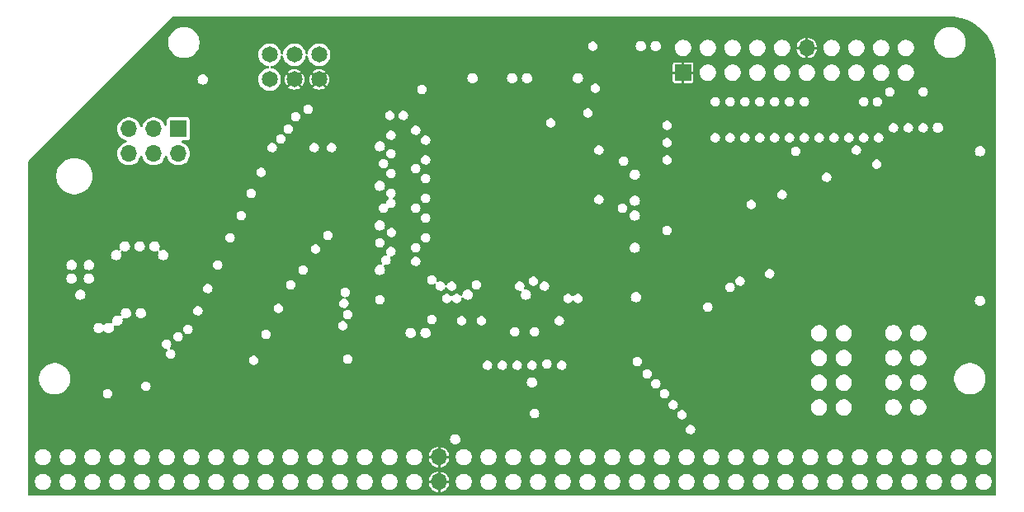
<source format=gbr>
%TF.GenerationSoftware,KiCad,Pcbnew,8.0.4*%
%TF.CreationDate,2024-08-16T16:49:31-07:00*%
%TF.ProjectId,SEWER,53455745-522e-46b6-9963-61645f706362,0*%
%TF.SameCoordinates,Original*%
%TF.FileFunction,Copper,L2,Inr*%
%TF.FilePolarity,Positive*%
%FSLAX46Y46*%
G04 Gerber Fmt 4.6, Leading zero omitted, Abs format (unit mm)*
G04 Created by KiCad (PCBNEW 8.0.4) date 2024-08-16 16:49:31*
%MOMM*%
%LPD*%
G01*
G04 APERTURE LIST*
%TA.AperFunction,ComponentPad*%
%ADD10R,1.700000X1.700000*%
%TD*%
%TA.AperFunction,ComponentPad*%
%ADD11O,1.700000X1.700000*%
%TD*%
%TA.AperFunction,ComponentPad*%
%ADD12C,1.650000*%
%TD*%
%TA.AperFunction,ViaPad*%
%ADD13C,0.500000*%
%TD*%
%TA.AperFunction,ViaPad*%
%ADD14C,0.800000*%
%TD*%
G04 APERTURE END LIST*
D10*
%TO.N,CPU_ZDA*%
%TO.C,J204*%
X15702520Y37990700D03*
D11*
%TO.N,/RcBusInterface/RCBUS_ZDA*%
X15702520Y35450700D03*
%TO.N,CPU_ZCL*%
X13162520Y37990700D03*
%TO.N,/RcBusInterface/RCBUS_ZCL*%
X13162520Y35450700D03*
%TO.N,CPU_WP_N*%
X10622520Y37990700D03*
%TO.N,+3.3V*%
X10622520Y35450700D03*
%TD*%
D10*
%TO.N,GND*%
%TO.C,J601*%
X67487720Y43765700D03*
D11*
X80187720Y46305700D03*
%TD*%
%TO.N,GND*%
%TO.C,J201*%
X42443400Y1752600D03*
X42443400Y4292600D03*
%TD*%
D12*
%TO.N,+3.3V*%
%TO.C,J301*%
X25064720Y43065700D03*
%TO.N,CPU_RESET_N*%
X25064720Y45605700D03*
%TO.N,GND*%
X27604720Y43065700D03*
%TO.N,CPU_ZCL*%
X27604720Y45605700D03*
%TO.N,GND*%
X30144720Y43065700D03*
%TO.N,CPU_ZDA*%
X30144720Y45605700D03*
%TD*%
D13*
%TO.N,GND*%
X47670720Y12077700D03*
D14*
X40050720Y23380700D03*
D13*
X74848720Y49161700D03*
X19222720Y25666700D03*
D14*
X52496720Y20967700D03*
D13*
X1188720Y27571700D03*
D14*
X58846720Y19443700D03*
X65831720Y19951700D03*
X64688720Y43192700D03*
X58846720Y34429700D03*
X9316720Y21475700D03*
D13*
X15158720Y8521700D03*
X9443720Y42176700D03*
D14*
X93644720Y41414700D03*
X51226720Y39509700D03*
X2077720Y19316700D03*
D13*
X72308720Y49161700D03*
X90088720Y49161700D03*
D14*
X14142720Y23507700D03*
D13*
X72308720Y35191700D03*
X92628720Y49161700D03*
X46908720Y48526700D03*
X1188720Y17411700D03*
X24048720Y48526700D03*
X63418720Y6616700D03*
X49448720Y48526700D03*
X34208720Y48526700D03*
X51099720Y8775700D03*
X1188720Y25031700D03*
X44724320Y41948100D03*
D14*
X10332720Y22491700D03*
D13*
X59354720Y13728700D03*
X69768720Y49161700D03*
X19857720Y6616700D03*
D14*
X41066720Y13728700D03*
D13*
X39288720Y48526700D03*
X44368720Y48526700D03*
D14*
X58830193Y25542699D03*
X40050720Y31889700D03*
D13*
X36748720Y48526700D03*
D14*
X33065720Y28079700D03*
D13*
X62148720Y49161700D03*
X67228720Y49161700D03*
D14*
X56687720Y46494700D03*
X56179720Y39509700D03*
D13*
X31668720Y48526700D03*
X51861720Y10426700D03*
X50718720Y41998900D03*
D14*
X65831720Y30619700D03*
X33065720Y36207700D03*
X11729720Y22491700D03*
X3347720Y20967700D03*
X41193720Y20713700D03*
D13*
X22143720Y33159700D03*
X79928720Y49161700D03*
X77388720Y49161700D03*
D14*
X51480720Y46494700D03*
D13*
X1188720Y30111700D03*
X98978720Y16141700D03*
X21508720Y48526700D03*
D14*
X33065720Y23507700D03*
D13*
X59608720Y49161700D03*
D14*
X65831720Y29095700D03*
D13*
X87548720Y49161700D03*
X98978720Y45986700D03*
D14*
X12745720Y21475700D03*
X18206720Y39763700D03*
D13*
X60751720Y44589700D03*
X26588720Y48526700D03*
X54528720Y48526700D03*
X50159920Y39509700D03*
D14*
X45765720Y39509700D03*
X46570120Y20967700D03*
D13*
X14523720Y30238700D03*
X69387720Y39128700D03*
D14*
X53512720Y11950700D03*
D13*
X89199720Y35191700D03*
D14*
X45892720Y46494700D03*
D13*
X82468720Y49161700D03*
D14*
X40685720Y46494700D03*
D13*
X85008720Y49161700D03*
X47162720Y41948100D03*
D14*
X63164720Y43192700D03*
D13*
X16428720Y18554700D03*
D14*
X49956720Y46494700D03*
X42590720Y6108700D03*
D13*
X1188720Y34556700D03*
D14*
X39542720Y13728700D03*
X60116720Y39509700D03*
D13*
X57068720Y49161700D03*
D14*
X40050720Y27825700D03*
D13*
X1188720Y7251700D03*
X98978720Y38366700D03*
X10967720Y10172700D03*
X98978720Y43446700D03*
D14*
X65831720Y33286700D03*
D13*
X1188720Y22491700D03*
X80182720Y35953700D03*
D14*
X82214720Y6870700D03*
X65831720Y25539700D03*
X33065720Y32143700D03*
D13*
X64688720Y49161700D03*
D14*
X54528720Y20840700D03*
D13*
X6903720Y39636700D03*
X1188720Y9791700D03*
X51988720Y48526700D03*
X98978720Y41668700D03*
X56560720Y7124700D03*
X4363720Y37096700D03*
D14*
X58846720Y29349700D03*
D13*
X98978720Y9029700D03*
D14*
X9316720Y23507700D03*
D13*
X13126720Y12585700D03*
D14*
X10840720Y7124700D03*
D13*
X1188720Y14871700D03*
X57830720Y13728700D03*
X11983720Y44716700D03*
X88183720Y18808700D03*
X1188720Y19951700D03*
X29128720Y48526700D03*
X16428720Y7505700D03*
D14*
X40050720Y35826700D03*
D13*
X67736720Y33032700D03*
X41828720Y48526700D03*
D14*
X3347720Y17665700D03*
X61640720Y26809700D03*
%TD*%
%TA.AperFunction,Conductor*%
%TO.N,GND*%
G36*
X94732550Y49559580D02*
G01*
X95149581Y49541374D01*
X95160532Y49540416D01*
X95253475Y49528181D01*
X95571677Y49486289D01*
X95582485Y49484383D01*
X95987359Y49394626D01*
X95997940Y49391791D01*
X96393449Y49267089D01*
X96403769Y49263333D01*
X96786896Y49104638D01*
X96796858Y49099992D01*
X97164672Y48908521D01*
X97174191Y48903026D01*
X97523934Y48680217D01*
X97532938Y48673913D01*
X97853432Y48427990D01*
X97861935Y48421466D01*
X97870355Y48414400D01*
X98176079Y48134256D01*
X98183852Y48126483D01*
X98464017Y47820737D01*
X98471082Y47812317D01*
X98723517Y47483339D01*
X98729822Y47474335D01*
X98945111Y47136400D01*
X98952631Y47124597D01*
X98958127Y47115077D01*
X99149605Y46747252D01*
X99154251Y46737290D01*
X99312945Y46354169D01*
X99316704Y46343840D01*
X99441399Y45948357D01*
X99444244Y45937740D01*
X99533997Y45532893D01*
X99535906Y45522067D01*
X99590033Y45110932D01*
X99590991Y45099982D01*
X99609180Y44683407D01*
X99609300Y44677911D01*
X99609300Y44632604D01*
X99609348Y44632300D01*
X99610900Y44612587D01*
X99610900Y426500D01*
X99590898Y358379D01*
X99537242Y311886D01*
X99484900Y300500D01*
X426500Y300500D01*
X358379Y320502D01*
X311886Y374158D01*
X300500Y426500D01*
X300500Y1834417D01*
X972700Y1834417D01*
X972700Y1670783D01*
X1004624Y1510294D01*
X1067244Y1359116D01*
X1151900Y1232419D01*
X1158154Y1223059D01*
X1158159Y1223053D01*
X1273852Y1107360D01*
X1273858Y1107355D01*
X1273860Y1107353D01*
X1409916Y1016444D01*
X1561094Y953824D01*
X1721583Y921900D01*
X1721588Y921900D01*
X1885212Y921900D01*
X1885217Y921900D01*
X2045706Y953824D01*
X2196884Y1016444D01*
X2332940Y1107353D01*
X2448647Y1223060D01*
X2539556Y1359116D01*
X2602176Y1510294D01*
X2634100Y1670783D01*
X2634100Y1834417D01*
X3512700Y1834417D01*
X3512700Y1670783D01*
X3544624Y1510294D01*
X3607244Y1359116D01*
X3691900Y1232419D01*
X3698154Y1223059D01*
X3698159Y1223053D01*
X3813852Y1107360D01*
X3813858Y1107355D01*
X3813860Y1107353D01*
X3949916Y1016444D01*
X4101094Y953824D01*
X4261583Y921900D01*
X4261588Y921900D01*
X4425212Y921900D01*
X4425217Y921900D01*
X4585706Y953824D01*
X4736884Y1016444D01*
X4872940Y1107353D01*
X4988647Y1223060D01*
X5079556Y1359116D01*
X5142176Y1510294D01*
X5174100Y1670783D01*
X5174100Y1834417D01*
X6052700Y1834417D01*
X6052700Y1670783D01*
X6084624Y1510294D01*
X6147244Y1359116D01*
X6231900Y1232419D01*
X6238154Y1223059D01*
X6238159Y1223053D01*
X6353852Y1107360D01*
X6353858Y1107355D01*
X6353860Y1107353D01*
X6489916Y1016444D01*
X6641094Y953824D01*
X6801583Y921900D01*
X6801588Y921900D01*
X6965212Y921900D01*
X6965217Y921900D01*
X7125706Y953824D01*
X7276884Y1016444D01*
X7412940Y1107353D01*
X7528647Y1223060D01*
X7619556Y1359116D01*
X7682176Y1510294D01*
X7714100Y1670783D01*
X7714100Y1834417D01*
X8592700Y1834417D01*
X8592700Y1670783D01*
X8624624Y1510294D01*
X8687244Y1359116D01*
X8771900Y1232419D01*
X8778154Y1223059D01*
X8778159Y1223053D01*
X8893852Y1107360D01*
X8893858Y1107355D01*
X8893860Y1107353D01*
X9029916Y1016444D01*
X9181094Y953824D01*
X9341583Y921900D01*
X9341588Y921900D01*
X9505212Y921900D01*
X9505217Y921900D01*
X9665706Y953824D01*
X9816884Y1016444D01*
X9952940Y1107353D01*
X10068647Y1223060D01*
X10159556Y1359116D01*
X10222176Y1510294D01*
X10254100Y1670783D01*
X10254100Y1834417D01*
X11132700Y1834417D01*
X11132700Y1670783D01*
X11164624Y1510294D01*
X11227244Y1359116D01*
X11311900Y1232419D01*
X11318154Y1223059D01*
X11318159Y1223053D01*
X11433852Y1107360D01*
X11433858Y1107355D01*
X11433860Y1107353D01*
X11569916Y1016444D01*
X11721094Y953824D01*
X11881583Y921900D01*
X11881588Y921900D01*
X12045212Y921900D01*
X12045217Y921900D01*
X12205706Y953824D01*
X12356884Y1016444D01*
X12492940Y1107353D01*
X12608647Y1223060D01*
X12699556Y1359116D01*
X12762176Y1510294D01*
X12794100Y1670783D01*
X12794100Y1834417D01*
X13672700Y1834417D01*
X13672700Y1670783D01*
X13704624Y1510294D01*
X13767244Y1359116D01*
X13851900Y1232419D01*
X13858154Y1223059D01*
X13858159Y1223053D01*
X13973852Y1107360D01*
X13973858Y1107355D01*
X13973860Y1107353D01*
X14109916Y1016444D01*
X14261094Y953824D01*
X14421583Y921900D01*
X14421588Y921900D01*
X14585212Y921900D01*
X14585217Y921900D01*
X14745706Y953824D01*
X14896884Y1016444D01*
X15032940Y1107353D01*
X15148647Y1223060D01*
X15239556Y1359116D01*
X15302176Y1510294D01*
X15334100Y1670783D01*
X15334100Y1834417D01*
X16212700Y1834417D01*
X16212700Y1670783D01*
X16244624Y1510294D01*
X16307244Y1359116D01*
X16391900Y1232419D01*
X16398154Y1223059D01*
X16398159Y1223053D01*
X16513852Y1107360D01*
X16513858Y1107355D01*
X16513860Y1107353D01*
X16649916Y1016444D01*
X16801094Y953824D01*
X16961583Y921900D01*
X16961588Y921900D01*
X17125212Y921900D01*
X17125217Y921900D01*
X17285706Y953824D01*
X17436884Y1016444D01*
X17572940Y1107353D01*
X17688647Y1223060D01*
X17779556Y1359116D01*
X17842176Y1510294D01*
X17874100Y1670783D01*
X17874100Y1834417D01*
X18752700Y1834417D01*
X18752700Y1670783D01*
X18784624Y1510294D01*
X18847244Y1359116D01*
X18931900Y1232419D01*
X18938154Y1223059D01*
X18938159Y1223053D01*
X19053852Y1107360D01*
X19053858Y1107355D01*
X19053860Y1107353D01*
X19189916Y1016444D01*
X19341094Y953824D01*
X19501583Y921900D01*
X19501588Y921900D01*
X19665212Y921900D01*
X19665217Y921900D01*
X19825706Y953824D01*
X19976884Y1016444D01*
X20112940Y1107353D01*
X20228647Y1223060D01*
X20319556Y1359116D01*
X20382176Y1510294D01*
X20414100Y1670783D01*
X20414100Y1834417D01*
X21292700Y1834417D01*
X21292700Y1670783D01*
X21324624Y1510294D01*
X21387244Y1359116D01*
X21471900Y1232419D01*
X21478154Y1223059D01*
X21478159Y1223053D01*
X21593852Y1107360D01*
X21593858Y1107355D01*
X21593860Y1107353D01*
X21729916Y1016444D01*
X21881094Y953824D01*
X22041583Y921900D01*
X22041588Y921900D01*
X22205212Y921900D01*
X22205217Y921900D01*
X22365706Y953824D01*
X22516884Y1016444D01*
X22652940Y1107353D01*
X22768647Y1223060D01*
X22859556Y1359116D01*
X22922176Y1510294D01*
X22954100Y1670783D01*
X22954100Y1834417D01*
X23832700Y1834417D01*
X23832700Y1670783D01*
X23864624Y1510294D01*
X23927244Y1359116D01*
X24011900Y1232419D01*
X24018154Y1223059D01*
X24018159Y1223053D01*
X24133852Y1107360D01*
X24133858Y1107355D01*
X24133860Y1107353D01*
X24269916Y1016444D01*
X24421094Y953824D01*
X24581583Y921900D01*
X24581588Y921900D01*
X24745212Y921900D01*
X24745217Y921900D01*
X24905706Y953824D01*
X25056884Y1016444D01*
X25192940Y1107353D01*
X25308647Y1223060D01*
X25399556Y1359116D01*
X25462176Y1510294D01*
X25494100Y1670783D01*
X25494100Y1834417D01*
X26372700Y1834417D01*
X26372700Y1670783D01*
X26404624Y1510294D01*
X26467244Y1359116D01*
X26551900Y1232419D01*
X26558154Y1223059D01*
X26558159Y1223053D01*
X26673852Y1107360D01*
X26673858Y1107355D01*
X26673860Y1107353D01*
X26809916Y1016444D01*
X26961094Y953824D01*
X27121583Y921900D01*
X27121588Y921900D01*
X27285212Y921900D01*
X27285217Y921900D01*
X27445706Y953824D01*
X27596884Y1016444D01*
X27732940Y1107353D01*
X27848647Y1223060D01*
X27939556Y1359116D01*
X28002176Y1510294D01*
X28034100Y1670783D01*
X28034100Y1834417D01*
X28912700Y1834417D01*
X28912700Y1670783D01*
X28944624Y1510294D01*
X29007244Y1359116D01*
X29091900Y1232419D01*
X29098154Y1223059D01*
X29098159Y1223053D01*
X29213852Y1107360D01*
X29213858Y1107355D01*
X29213860Y1107353D01*
X29349916Y1016444D01*
X29501094Y953824D01*
X29661583Y921900D01*
X29661588Y921900D01*
X29825212Y921900D01*
X29825217Y921900D01*
X29985706Y953824D01*
X30136884Y1016444D01*
X30272940Y1107353D01*
X30388647Y1223060D01*
X30479556Y1359116D01*
X30542176Y1510294D01*
X30574100Y1670783D01*
X30574100Y1834417D01*
X31452700Y1834417D01*
X31452700Y1670783D01*
X31484624Y1510294D01*
X31547244Y1359116D01*
X31631900Y1232419D01*
X31638154Y1223059D01*
X31638159Y1223053D01*
X31753852Y1107360D01*
X31753858Y1107355D01*
X31753860Y1107353D01*
X31889916Y1016444D01*
X32041094Y953824D01*
X32201583Y921900D01*
X32201588Y921900D01*
X32365212Y921900D01*
X32365217Y921900D01*
X32525706Y953824D01*
X32676884Y1016444D01*
X32812940Y1107353D01*
X32928647Y1223060D01*
X33019556Y1359116D01*
X33082176Y1510294D01*
X33114100Y1670783D01*
X33114100Y1834417D01*
X33992700Y1834417D01*
X33992700Y1670783D01*
X34024624Y1510294D01*
X34087244Y1359116D01*
X34171900Y1232419D01*
X34178154Y1223059D01*
X34178159Y1223053D01*
X34293852Y1107360D01*
X34293858Y1107355D01*
X34293860Y1107353D01*
X34429916Y1016444D01*
X34581094Y953824D01*
X34741583Y921900D01*
X34741588Y921900D01*
X34905212Y921900D01*
X34905217Y921900D01*
X35065706Y953824D01*
X35216884Y1016444D01*
X35352940Y1107353D01*
X35468647Y1223060D01*
X35559556Y1359116D01*
X35622176Y1510294D01*
X35654100Y1670783D01*
X35654100Y1834417D01*
X36532700Y1834417D01*
X36532700Y1670783D01*
X36564624Y1510294D01*
X36627244Y1359116D01*
X36711900Y1232419D01*
X36718154Y1223059D01*
X36718159Y1223053D01*
X36833852Y1107360D01*
X36833858Y1107355D01*
X36833860Y1107353D01*
X36969916Y1016444D01*
X37121094Y953824D01*
X37281583Y921900D01*
X37281588Y921900D01*
X37445212Y921900D01*
X37445217Y921900D01*
X37605706Y953824D01*
X37756884Y1016444D01*
X37892940Y1107353D01*
X38008647Y1223060D01*
X38099556Y1359116D01*
X38162176Y1510294D01*
X38194100Y1670783D01*
X38194100Y1834417D01*
X39072700Y1834417D01*
X39072700Y1670783D01*
X39104624Y1510294D01*
X39167244Y1359116D01*
X39251900Y1232419D01*
X39258154Y1223059D01*
X39258159Y1223053D01*
X39373852Y1107360D01*
X39373858Y1107355D01*
X39373860Y1107353D01*
X39509916Y1016444D01*
X39661094Y953824D01*
X39821583Y921900D01*
X39821588Y921900D01*
X39985212Y921900D01*
X39985217Y921900D01*
X40145706Y953824D01*
X40296884Y1016444D01*
X40432940Y1107353D01*
X40548647Y1223060D01*
X40639556Y1359116D01*
X40702176Y1510294D01*
X40734100Y1670783D01*
X40734100Y1834417D01*
X40725112Y1879601D01*
X41397612Y1879601D01*
X41397613Y1879600D01*
X41959792Y1879600D01*
X41943400Y1818426D01*
X41943400Y1686774D01*
X41959792Y1625600D01*
X41397613Y1625600D01*
X41405437Y1546145D01*
X41465662Y1347608D01*
X41563459Y1164642D01*
X41695072Y1004273D01*
X41855441Y872660D01*
X42038407Y774863D01*
X42236944Y714638D01*
X42316399Y706813D01*
X42316400Y706814D01*
X42316400Y1268992D01*
X42377574Y1252600D01*
X42509226Y1252600D01*
X42570400Y1268992D01*
X42570400Y706813D01*
X42649855Y714638D01*
X42848392Y774863D01*
X43031358Y872660D01*
X43191727Y1004273D01*
X43323340Y1164642D01*
X43421137Y1347608D01*
X43481362Y1546145D01*
X43489187Y1625600D01*
X42927008Y1625600D01*
X42943400Y1686774D01*
X42943400Y1818426D01*
X42939115Y1834417D01*
X44152700Y1834417D01*
X44152700Y1670783D01*
X44184624Y1510294D01*
X44247244Y1359116D01*
X44331900Y1232419D01*
X44338154Y1223059D01*
X44338159Y1223053D01*
X44453852Y1107360D01*
X44453858Y1107355D01*
X44453860Y1107353D01*
X44589916Y1016444D01*
X44741094Y953824D01*
X44901583Y921900D01*
X44901588Y921900D01*
X45065212Y921900D01*
X45065217Y921900D01*
X45225706Y953824D01*
X45376884Y1016444D01*
X45512940Y1107353D01*
X45628647Y1223060D01*
X45719556Y1359116D01*
X45782176Y1510294D01*
X45814100Y1670783D01*
X45814100Y1834417D01*
X46692700Y1834417D01*
X46692700Y1670783D01*
X46724624Y1510294D01*
X46787244Y1359116D01*
X46871900Y1232419D01*
X46878154Y1223059D01*
X46878159Y1223053D01*
X46993852Y1107360D01*
X46993858Y1107355D01*
X46993860Y1107353D01*
X47129916Y1016444D01*
X47281094Y953824D01*
X47441583Y921900D01*
X47441588Y921900D01*
X47605212Y921900D01*
X47605217Y921900D01*
X47765706Y953824D01*
X47916884Y1016444D01*
X48052940Y1107353D01*
X48168647Y1223060D01*
X48259556Y1359116D01*
X48322176Y1510294D01*
X48354100Y1670783D01*
X48354100Y1834417D01*
X49232700Y1834417D01*
X49232700Y1670783D01*
X49264624Y1510294D01*
X49327244Y1359116D01*
X49411900Y1232419D01*
X49418154Y1223059D01*
X49418159Y1223053D01*
X49533852Y1107360D01*
X49533858Y1107355D01*
X49533860Y1107353D01*
X49669916Y1016444D01*
X49821094Y953824D01*
X49981583Y921900D01*
X49981588Y921900D01*
X50145212Y921900D01*
X50145217Y921900D01*
X50305706Y953824D01*
X50456884Y1016444D01*
X50592940Y1107353D01*
X50708647Y1223060D01*
X50799556Y1359116D01*
X50862176Y1510294D01*
X50894100Y1670783D01*
X50894100Y1834417D01*
X51772700Y1834417D01*
X51772700Y1670783D01*
X51804624Y1510294D01*
X51867244Y1359116D01*
X51951900Y1232419D01*
X51958154Y1223059D01*
X51958159Y1223053D01*
X52073852Y1107360D01*
X52073858Y1107355D01*
X52073860Y1107353D01*
X52209916Y1016444D01*
X52361094Y953824D01*
X52521583Y921900D01*
X52521588Y921900D01*
X52685212Y921900D01*
X52685217Y921900D01*
X52845706Y953824D01*
X52996884Y1016444D01*
X53132940Y1107353D01*
X53248647Y1223060D01*
X53339556Y1359116D01*
X53402176Y1510294D01*
X53434100Y1670783D01*
X53434100Y1834417D01*
X54312700Y1834417D01*
X54312700Y1670783D01*
X54344624Y1510294D01*
X54407244Y1359116D01*
X54491900Y1232419D01*
X54498154Y1223059D01*
X54498159Y1223053D01*
X54613852Y1107360D01*
X54613858Y1107355D01*
X54613860Y1107353D01*
X54749916Y1016444D01*
X54901094Y953824D01*
X55061583Y921900D01*
X55061588Y921900D01*
X55225212Y921900D01*
X55225217Y921900D01*
X55385706Y953824D01*
X55536884Y1016444D01*
X55672940Y1107353D01*
X55788647Y1223060D01*
X55879556Y1359116D01*
X55942176Y1510294D01*
X55974100Y1670783D01*
X55974100Y1834417D01*
X56852700Y1834417D01*
X56852700Y1670783D01*
X56884624Y1510294D01*
X56947244Y1359116D01*
X57031900Y1232419D01*
X57038154Y1223059D01*
X57038159Y1223053D01*
X57153852Y1107360D01*
X57153858Y1107355D01*
X57153860Y1107353D01*
X57289916Y1016444D01*
X57441094Y953824D01*
X57601583Y921900D01*
X57601588Y921900D01*
X57765212Y921900D01*
X57765217Y921900D01*
X57925706Y953824D01*
X58076884Y1016444D01*
X58212940Y1107353D01*
X58328647Y1223060D01*
X58419556Y1359116D01*
X58482176Y1510294D01*
X58514100Y1670783D01*
X58514100Y1834417D01*
X59392700Y1834417D01*
X59392700Y1670783D01*
X59424624Y1510294D01*
X59487244Y1359116D01*
X59571900Y1232419D01*
X59578154Y1223059D01*
X59578159Y1223053D01*
X59693852Y1107360D01*
X59693858Y1107355D01*
X59693860Y1107353D01*
X59829916Y1016444D01*
X59981094Y953824D01*
X60141583Y921900D01*
X60141588Y921900D01*
X60305212Y921900D01*
X60305217Y921900D01*
X60465706Y953824D01*
X60616884Y1016444D01*
X60752940Y1107353D01*
X60868647Y1223060D01*
X60959556Y1359116D01*
X61022176Y1510294D01*
X61054100Y1670783D01*
X61054100Y1834417D01*
X61932700Y1834417D01*
X61932700Y1670783D01*
X61964624Y1510294D01*
X62027244Y1359116D01*
X62111900Y1232419D01*
X62118154Y1223059D01*
X62118159Y1223053D01*
X62233852Y1107360D01*
X62233858Y1107355D01*
X62233860Y1107353D01*
X62369916Y1016444D01*
X62521094Y953824D01*
X62681583Y921900D01*
X62681588Y921900D01*
X62845212Y921900D01*
X62845217Y921900D01*
X63005706Y953824D01*
X63156884Y1016444D01*
X63292940Y1107353D01*
X63408647Y1223060D01*
X63499556Y1359116D01*
X63562176Y1510294D01*
X63594100Y1670783D01*
X63594100Y1834417D01*
X64472700Y1834417D01*
X64472700Y1670783D01*
X64504624Y1510294D01*
X64567244Y1359116D01*
X64651900Y1232419D01*
X64658154Y1223059D01*
X64658159Y1223053D01*
X64773852Y1107360D01*
X64773858Y1107355D01*
X64773860Y1107353D01*
X64909916Y1016444D01*
X65061094Y953824D01*
X65221583Y921900D01*
X65221588Y921900D01*
X65385212Y921900D01*
X65385217Y921900D01*
X65545706Y953824D01*
X65696884Y1016444D01*
X65832940Y1107353D01*
X65948647Y1223060D01*
X66039556Y1359116D01*
X66102176Y1510294D01*
X66134100Y1670783D01*
X66134100Y1834417D01*
X67012700Y1834417D01*
X67012700Y1670783D01*
X67044624Y1510294D01*
X67107244Y1359116D01*
X67191900Y1232419D01*
X67198154Y1223059D01*
X67198159Y1223053D01*
X67313852Y1107360D01*
X67313858Y1107355D01*
X67313860Y1107353D01*
X67449916Y1016444D01*
X67601094Y953824D01*
X67761583Y921900D01*
X67761588Y921900D01*
X67925212Y921900D01*
X67925217Y921900D01*
X68085706Y953824D01*
X68236884Y1016444D01*
X68372940Y1107353D01*
X68488647Y1223060D01*
X68579556Y1359116D01*
X68642176Y1510294D01*
X68674100Y1670783D01*
X68674100Y1834417D01*
X69552700Y1834417D01*
X69552700Y1670783D01*
X69584624Y1510294D01*
X69647244Y1359116D01*
X69731900Y1232419D01*
X69738154Y1223059D01*
X69738159Y1223053D01*
X69853852Y1107360D01*
X69853858Y1107355D01*
X69853860Y1107353D01*
X69989916Y1016444D01*
X70141094Y953824D01*
X70301583Y921900D01*
X70301588Y921900D01*
X70465212Y921900D01*
X70465217Y921900D01*
X70625706Y953824D01*
X70776884Y1016444D01*
X70912940Y1107353D01*
X71028647Y1223060D01*
X71119556Y1359116D01*
X71182176Y1510294D01*
X71214100Y1670783D01*
X71214100Y1834417D01*
X72092700Y1834417D01*
X72092700Y1670783D01*
X72124624Y1510294D01*
X72187244Y1359116D01*
X72271900Y1232419D01*
X72278154Y1223059D01*
X72278159Y1223053D01*
X72393852Y1107360D01*
X72393858Y1107355D01*
X72393860Y1107353D01*
X72529916Y1016444D01*
X72681094Y953824D01*
X72841583Y921900D01*
X72841588Y921900D01*
X73005212Y921900D01*
X73005217Y921900D01*
X73165706Y953824D01*
X73316884Y1016444D01*
X73452940Y1107353D01*
X73568647Y1223060D01*
X73659556Y1359116D01*
X73722176Y1510294D01*
X73754100Y1670783D01*
X73754100Y1834417D01*
X74632700Y1834417D01*
X74632700Y1670783D01*
X74664624Y1510294D01*
X74727244Y1359116D01*
X74811900Y1232419D01*
X74818154Y1223059D01*
X74818159Y1223053D01*
X74933852Y1107360D01*
X74933858Y1107355D01*
X74933860Y1107353D01*
X75069916Y1016444D01*
X75221094Y953824D01*
X75381583Y921900D01*
X75381588Y921900D01*
X75545212Y921900D01*
X75545217Y921900D01*
X75705706Y953824D01*
X75856884Y1016444D01*
X75992940Y1107353D01*
X76108647Y1223060D01*
X76199556Y1359116D01*
X76262176Y1510294D01*
X76294100Y1670783D01*
X76294100Y1834417D01*
X77172700Y1834417D01*
X77172700Y1670783D01*
X77204624Y1510294D01*
X77267244Y1359116D01*
X77351900Y1232419D01*
X77358154Y1223059D01*
X77358159Y1223053D01*
X77473852Y1107360D01*
X77473858Y1107355D01*
X77473860Y1107353D01*
X77609916Y1016444D01*
X77761094Y953824D01*
X77921583Y921900D01*
X77921588Y921900D01*
X78085212Y921900D01*
X78085217Y921900D01*
X78245706Y953824D01*
X78396884Y1016444D01*
X78532940Y1107353D01*
X78648647Y1223060D01*
X78739556Y1359116D01*
X78802176Y1510294D01*
X78834100Y1670783D01*
X78834100Y1834417D01*
X79712700Y1834417D01*
X79712700Y1670783D01*
X79744624Y1510294D01*
X79807244Y1359116D01*
X79891900Y1232419D01*
X79898154Y1223059D01*
X79898159Y1223053D01*
X80013852Y1107360D01*
X80013858Y1107355D01*
X80013860Y1107353D01*
X80149916Y1016444D01*
X80301094Y953824D01*
X80461583Y921900D01*
X80461588Y921900D01*
X80625212Y921900D01*
X80625217Y921900D01*
X80785706Y953824D01*
X80936884Y1016444D01*
X81072940Y1107353D01*
X81188647Y1223060D01*
X81279556Y1359116D01*
X81342176Y1510294D01*
X81374100Y1670783D01*
X81374100Y1834417D01*
X82252700Y1834417D01*
X82252700Y1670783D01*
X82284624Y1510294D01*
X82347244Y1359116D01*
X82431900Y1232419D01*
X82438154Y1223059D01*
X82438159Y1223053D01*
X82553852Y1107360D01*
X82553858Y1107355D01*
X82553860Y1107353D01*
X82689916Y1016444D01*
X82841094Y953824D01*
X83001583Y921900D01*
X83001588Y921900D01*
X83165212Y921900D01*
X83165217Y921900D01*
X83325706Y953824D01*
X83476884Y1016444D01*
X83612940Y1107353D01*
X83728647Y1223060D01*
X83819556Y1359116D01*
X83882176Y1510294D01*
X83914100Y1670783D01*
X83914100Y1834417D01*
X84792700Y1834417D01*
X84792700Y1670783D01*
X84824624Y1510294D01*
X84887244Y1359116D01*
X84971900Y1232419D01*
X84978154Y1223059D01*
X84978159Y1223053D01*
X85093852Y1107360D01*
X85093858Y1107355D01*
X85093860Y1107353D01*
X85229916Y1016444D01*
X85381094Y953824D01*
X85541583Y921900D01*
X85541588Y921900D01*
X85705212Y921900D01*
X85705217Y921900D01*
X85865706Y953824D01*
X86016884Y1016444D01*
X86152940Y1107353D01*
X86268647Y1223060D01*
X86359556Y1359116D01*
X86422176Y1510294D01*
X86454100Y1670783D01*
X86454100Y1834417D01*
X87332700Y1834417D01*
X87332700Y1670783D01*
X87364624Y1510294D01*
X87427244Y1359116D01*
X87511900Y1232419D01*
X87518154Y1223059D01*
X87518159Y1223053D01*
X87633852Y1107360D01*
X87633858Y1107355D01*
X87633860Y1107353D01*
X87769916Y1016444D01*
X87921094Y953824D01*
X88081583Y921900D01*
X88081588Y921900D01*
X88245212Y921900D01*
X88245217Y921900D01*
X88405706Y953824D01*
X88556884Y1016444D01*
X88692940Y1107353D01*
X88808647Y1223060D01*
X88899556Y1359116D01*
X88962176Y1510294D01*
X88994100Y1670783D01*
X88994100Y1834417D01*
X89872700Y1834417D01*
X89872700Y1670783D01*
X89904624Y1510294D01*
X89967244Y1359116D01*
X90051900Y1232419D01*
X90058154Y1223059D01*
X90058159Y1223053D01*
X90173852Y1107360D01*
X90173858Y1107355D01*
X90173860Y1107353D01*
X90309916Y1016444D01*
X90461094Y953824D01*
X90621583Y921900D01*
X90621588Y921900D01*
X90785212Y921900D01*
X90785217Y921900D01*
X90945706Y953824D01*
X91096884Y1016444D01*
X91232940Y1107353D01*
X91348647Y1223060D01*
X91439556Y1359116D01*
X91502176Y1510294D01*
X91534100Y1670783D01*
X91534100Y1834417D01*
X92412700Y1834417D01*
X92412700Y1670783D01*
X92444624Y1510294D01*
X92507244Y1359116D01*
X92591900Y1232419D01*
X92598154Y1223059D01*
X92598159Y1223053D01*
X92713852Y1107360D01*
X92713858Y1107355D01*
X92713860Y1107353D01*
X92849916Y1016444D01*
X93001094Y953824D01*
X93161583Y921900D01*
X93161588Y921900D01*
X93325212Y921900D01*
X93325217Y921900D01*
X93485706Y953824D01*
X93636884Y1016444D01*
X93772940Y1107353D01*
X93888647Y1223060D01*
X93979556Y1359116D01*
X94042176Y1510294D01*
X94074100Y1670783D01*
X94074100Y1834417D01*
X94952700Y1834417D01*
X94952700Y1670783D01*
X94984624Y1510294D01*
X95047244Y1359116D01*
X95131900Y1232419D01*
X95138154Y1223059D01*
X95138159Y1223053D01*
X95253852Y1107360D01*
X95253858Y1107355D01*
X95253860Y1107353D01*
X95389916Y1016444D01*
X95541094Y953824D01*
X95701583Y921900D01*
X95701588Y921900D01*
X95865212Y921900D01*
X95865217Y921900D01*
X96025706Y953824D01*
X96176884Y1016444D01*
X96312940Y1107353D01*
X96428647Y1223060D01*
X96519556Y1359116D01*
X96582176Y1510294D01*
X96614100Y1670783D01*
X96614100Y1834417D01*
X97492700Y1834417D01*
X97492700Y1670783D01*
X97524624Y1510294D01*
X97587244Y1359116D01*
X97671900Y1232419D01*
X97678154Y1223059D01*
X97678159Y1223053D01*
X97793852Y1107360D01*
X97793858Y1107355D01*
X97793860Y1107353D01*
X97929916Y1016444D01*
X98081094Y953824D01*
X98241583Y921900D01*
X98241588Y921900D01*
X98405212Y921900D01*
X98405217Y921900D01*
X98565706Y953824D01*
X98716884Y1016444D01*
X98852940Y1107353D01*
X98968647Y1223060D01*
X99059556Y1359116D01*
X99122176Y1510294D01*
X99154100Y1670783D01*
X99154100Y1834417D01*
X99122176Y1994906D01*
X99059556Y2146084D01*
X98968647Y2282140D01*
X98968645Y2282142D01*
X98968640Y2282148D01*
X98852947Y2397841D01*
X98852941Y2397846D01*
X98852940Y2397847D01*
X98716884Y2488756D01*
X98621552Y2528244D01*
X98565709Y2551375D01*
X98565706Y2551376D01*
X98405217Y2583300D01*
X98241583Y2583300D01*
X98161338Y2567338D01*
X98081093Y2551376D01*
X98081090Y2551375D01*
X97929916Y2488756D01*
X97793858Y2397846D01*
X97793852Y2397841D01*
X97678159Y2282148D01*
X97678154Y2282142D01*
X97587244Y2146084D01*
X97524625Y1994910D01*
X97524624Y1994907D01*
X97524624Y1994906D01*
X97492700Y1834417D01*
X96614100Y1834417D01*
X96582176Y1994906D01*
X96519556Y2146084D01*
X96428647Y2282140D01*
X96428645Y2282142D01*
X96428640Y2282148D01*
X96312947Y2397841D01*
X96312941Y2397846D01*
X96312940Y2397847D01*
X96176884Y2488756D01*
X96081552Y2528244D01*
X96025709Y2551375D01*
X96025706Y2551376D01*
X95865217Y2583300D01*
X95701583Y2583300D01*
X95621338Y2567338D01*
X95541093Y2551376D01*
X95541090Y2551375D01*
X95389916Y2488756D01*
X95253858Y2397846D01*
X95253852Y2397841D01*
X95138159Y2282148D01*
X95138154Y2282142D01*
X95047244Y2146084D01*
X94984625Y1994910D01*
X94984624Y1994907D01*
X94984624Y1994906D01*
X94952700Y1834417D01*
X94074100Y1834417D01*
X94042176Y1994906D01*
X93979556Y2146084D01*
X93888647Y2282140D01*
X93888645Y2282142D01*
X93888640Y2282148D01*
X93772947Y2397841D01*
X93772941Y2397846D01*
X93772940Y2397847D01*
X93636884Y2488756D01*
X93541552Y2528244D01*
X93485709Y2551375D01*
X93485706Y2551376D01*
X93325217Y2583300D01*
X93161583Y2583300D01*
X93081338Y2567338D01*
X93001093Y2551376D01*
X93001090Y2551375D01*
X92849916Y2488756D01*
X92713858Y2397846D01*
X92713852Y2397841D01*
X92598159Y2282148D01*
X92598154Y2282142D01*
X92507244Y2146084D01*
X92444625Y1994910D01*
X92444624Y1994907D01*
X92444624Y1994906D01*
X92412700Y1834417D01*
X91534100Y1834417D01*
X91502176Y1994906D01*
X91439556Y2146084D01*
X91348647Y2282140D01*
X91348645Y2282142D01*
X91348640Y2282148D01*
X91232947Y2397841D01*
X91232941Y2397846D01*
X91232940Y2397847D01*
X91096884Y2488756D01*
X91001552Y2528244D01*
X90945709Y2551375D01*
X90945706Y2551376D01*
X90785217Y2583300D01*
X90621583Y2583300D01*
X90541338Y2567338D01*
X90461093Y2551376D01*
X90461090Y2551375D01*
X90309916Y2488756D01*
X90173858Y2397846D01*
X90173852Y2397841D01*
X90058159Y2282148D01*
X90058154Y2282142D01*
X89967244Y2146084D01*
X89904625Y1994910D01*
X89904624Y1994907D01*
X89904624Y1994906D01*
X89872700Y1834417D01*
X88994100Y1834417D01*
X88962176Y1994906D01*
X88899556Y2146084D01*
X88808647Y2282140D01*
X88808645Y2282142D01*
X88808640Y2282148D01*
X88692947Y2397841D01*
X88692941Y2397846D01*
X88692940Y2397847D01*
X88556884Y2488756D01*
X88461552Y2528244D01*
X88405709Y2551375D01*
X88405706Y2551376D01*
X88245217Y2583300D01*
X88081583Y2583300D01*
X88001338Y2567338D01*
X87921093Y2551376D01*
X87921090Y2551375D01*
X87769916Y2488756D01*
X87633858Y2397846D01*
X87633852Y2397841D01*
X87518159Y2282148D01*
X87518154Y2282142D01*
X87427244Y2146084D01*
X87364625Y1994910D01*
X87364624Y1994907D01*
X87364624Y1994906D01*
X87332700Y1834417D01*
X86454100Y1834417D01*
X86422176Y1994906D01*
X86359556Y2146084D01*
X86268647Y2282140D01*
X86268645Y2282142D01*
X86268640Y2282148D01*
X86152947Y2397841D01*
X86152941Y2397846D01*
X86152940Y2397847D01*
X86016884Y2488756D01*
X85921552Y2528244D01*
X85865709Y2551375D01*
X85865706Y2551376D01*
X85705217Y2583300D01*
X85541583Y2583300D01*
X85461338Y2567338D01*
X85381093Y2551376D01*
X85381090Y2551375D01*
X85229916Y2488756D01*
X85093858Y2397846D01*
X85093852Y2397841D01*
X84978159Y2282148D01*
X84978154Y2282142D01*
X84887244Y2146084D01*
X84824625Y1994910D01*
X84824624Y1994907D01*
X84824624Y1994906D01*
X84792700Y1834417D01*
X83914100Y1834417D01*
X83882176Y1994906D01*
X83819556Y2146084D01*
X83728647Y2282140D01*
X83728645Y2282142D01*
X83728640Y2282148D01*
X83612947Y2397841D01*
X83612941Y2397846D01*
X83612940Y2397847D01*
X83476884Y2488756D01*
X83381552Y2528244D01*
X83325709Y2551375D01*
X83325706Y2551376D01*
X83165217Y2583300D01*
X83001583Y2583300D01*
X82921338Y2567338D01*
X82841093Y2551376D01*
X82841090Y2551375D01*
X82689916Y2488756D01*
X82553858Y2397846D01*
X82553852Y2397841D01*
X82438159Y2282148D01*
X82438154Y2282142D01*
X82347244Y2146084D01*
X82284625Y1994910D01*
X82284624Y1994907D01*
X82284624Y1994906D01*
X82252700Y1834417D01*
X81374100Y1834417D01*
X81342176Y1994906D01*
X81279556Y2146084D01*
X81188647Y2282140D01*
X81188645Y2282142D01*
X81188640Y2282148D01*
X81072947Y2397841D01*
X81072941Y2397846D01*
X81072940Y2397847D01*
X80936884Y2488756D01*
X80841552Y2528244D01*
X80785709Y2551375D01*
X80785706Y2551376D01*
X80625217Y2583300D01*
X80461583Y2583300D01*
X80381338Y2567338D01*
X80301093Y2551376D01*
X80301090Y2551375D01*
X80149916Y2488756D01*
X80013858Y2397846D01*
X80013852Y2397841D01*
X79898159Y2282148D01*
X79898154Y2282142D01*
X79807244Y2146084D01*
X79744625Y1994910D01*
X79744624Y1994907D01*
X79744624Y1994906D01*
X79712700Y1834417D01*
X78834100Y1834417D01*
X78802176Y1994906D01*
X78739556Y2146084D01*
X78648647Y2282140D01*
X78648645Y2282142D01*
X78648640Y2282148D01*
X78532947Y2397841D01*
X78532941Y2397846D01*
X78532940Y2397847D01*
X78396884Y2488756D01*
X78301552Y2528244D01*
X78245709Y2551375D01*
X78245706Y2551376D01*
X78085217Y2583300D01*
X77921583Y2583300D01*
X77841338Y2567338D01*
X77761093Y2551376D01*
X77761090Y2551375D01*
X77609916Y2488756D01*
X77473858Y2397846D01*
X77473852Y2397841D01*
X77358159Y2282148D01*
X77358154Y2282142D01*
X77267244Y2146084D01*
X77204625Y1994910D01*
X77204624Y1994907D01*
X77204624Y1994906D01*
X77172700Y1834417D01*
X76294100Y1834417D01*
X76262176Y1994906D01*
X76199556Y2146084D01*
X76108647Y2282140D01*
X76108645Y2282142D01*
X76108640Y2282148D01*
X75992947Y2397841D01*
X75992941Y2397846D01*
X75992940Y2397847D01*
X75856884Y2488756D01*
X75761552Y2528244D01*
X75705709Y2551375D01*
X75705706Y2551376D01*
X75545217Y2583300D01*
X75381583Y2583300D01*
X75301338Y2567338D01*
X75221093Y2551376D01*
X75221090Y2551375D01*
X75069916Y2488756D01*
X74933858Y2397846D01*
X74933852Y2397841D01*
X74818159Y2282148D01*
X74818154Y2282142D01*
X74727244Y2146084D01*
X74664625Y1994910D01*
X74664624Y1994907D01*
X74664624Y1994906D01*
X74632700Y1834417D01*
X73754100Y1834417D01*
X73722176Y1994906D01*
X73659556Y2146084D01*
X73568647Y2282140D01*
X73568645Y2282142D01*
X73568640Y2282148D01*
X73452947Y2397841D01*
X73452941Y2397846D01*
X73452940Y2397847D01*
X73316884Y2488756D01*
X73221552Y2528244D01*
X73165709Y2551375D01*
X73165706Y2551376D01*
X73005217Y2583300D01*
X72841583Y2583300D01*
X72761338Y2567338D01*
X72681093Y2551376D01*
X72681090Y2551375D01*
X72529916Y2488756D01*
X72393858Y2397846D01*
X72393852Y2397841D01*
X72278159Y2282148D01*
X72278154Y2282142D01*
X72187244Y2146084D01*
X72124625Y1994910D01*
X72124624Y1994907D01*
X72124624Y1994906D01*
X72092700Y1834417D01*
X71214100Y1834417D01*
X71182176Y1994906D01*
X71119556Y2146084D01*
X71028647Y2282140D01*
X71028645Y2282142D01*
X71028640Y2282148D01*
X70912947Y2397841D01*
X70912941Y2397846D01*
X70912940Y2397847D01*
X70776884Y2488756D01*
X70681552Y2528244D01*
X70625709Y2551375D01*
X70625706Y2551376D01*
X70465217Y2583300D01*
X70301583Y2583300D01*
X70221338Y2567338D01*
X70141093Y2551376D01*
X70141090Y2551375D01*
X69989916Y2488756D01*
X69853858Y2397846D01*
X69853852Y2397841D01*
X69738159Y2282148D01*
X69738154Y2282142D01*
X69647244Y2146084D01*
X69584625Y1994910D01*
X69584624Y1994907D01*
X69584624Y1994906D01*
X69552700Y1834417D01*
X68674100Y1834417D01*
X68642176Y1994906D01*
X68579556Y2146084D01*
X68488647Y2282140D01*
X68488645Y2282142D01*
X68488640Y2282148D01*
X68372947Y2397841D01*
X68372941Y2397846D01*
X68372940Y2397847D01*
X68236884Y2488756D01*
X68141552Y2528244D01*
X68085709Y2551375D01*
X68085706Y2551376D01*
X67925217Y2583300D01*
X67761583Y2583300D01*
X67681338Y2567338D01*
X67601093Y2551376D01*
X67601090Y2551375D01*
X67449916Y2488756D01*
X67313858Y2397846D01*
X67313852Y2397841D01*
X67198159Y2282148D01*
X67198154Y2282142D01*
X67107244Y2146084D01*
X67044625Y1994910D01*
X67044624Y1994907D01*
X67044624Y1994906D01*
X67012700Y1834417D01*
X66134100Y1834417D01*
X66102176Y1994906D01*
X66039556Y2146084D01*
X65948647Y2282140D01*
X65948645Y2282142D01*
X65948640Y2282148D01*
X65832947Y2397841D01*
X65832941Y2397846D01*
X65832940Y2397847D01*
X65696884Y2488756D01*
X65601552Y2528244D01*
X65545709Y2551375D01*
X65545706Y2551376D01*
X65385217Y2583300D01*
X65221583Y2583300D01*
X65141338Y2567338D01*
X65061093Y2551376D01*
X65061090Y2551375D01*
X64909916Y2488756D01*
X64773858Y2397846D01*
X64773852Y2397841D01*
X64658159Y2282148D01*
X64658154Y2282142D01*
X64567244Y2146084D01*
X64504625Y1994910D01*
X64504624Y1994907D01*
X64504624Y1994906D01*
X64472700Y1834417D01*
X63594100Y1834417D01*
X63562176Y1994906D01*
X63499556Y2146084D01*
X63408647Y2282140D01*
X63408645Y2282142D01*
X63408640Y2282148D01*
X63292947Y2397841D01*
X63292941Y2397846D01*
X63292940Y2397847D01*
X63156884Y2488756D01*
X63061552Y2528244D01*
X63005709Y2551375D01*
X63005706Y2551376D01*
X62845217Y2583300D01*
X62681583Y2583300D01*
X62601338Y2567338D01*
X62521093Y2551376D01*
X62521090Y2551375D01*
X62369916Y2488756D01*
X62233858Y2397846D01*
X62233852Y2397841D01*
X62118159Y2282148D01*
X62118154Y2282142D01*
X62027244Y2146084D01*
X61964625Y1994910D01*
X61964624Y1994907D01*
X61964624Y1994906D01*
X61932700Y1834417D01*
X61054100Y1834417D01*
X61022176Y1994906D01*
X60959556Y2146084D01*
X60868647Y2282140D01*
X60868645Y2282142D01*
X60868640Y2282148D01*
X60752947Y2397841D01*
X60752941Y2397846D01*
X60752940Y2397847D01*
X60616884Y2488756D01*
X60521552Y2528244D01*
X60465709Y2551375D01*
X60465706Y2551376D01*
X60305217Y2583300D01*
X60141583Y2583300D01*
X60061338Y2567338D01*
X59981093Y2551376D01*
X59981090Y2551375D01*
X59829916Y2488756D01*
X59693858Y2397846D01*
X59693852Y2397841D01*
X59578159Y2282148D01*
X59578154Y2282142D01*
X59487244Y2146084D01*
X59424625Y1994910D01*
X59424624Y1994907D01*
X59424624Y1994906D01*
X59392700Y1834417D01*
X58514100Y1834417D01*
X58482176Y1994906D01*
X58419556Y2146084D01*
X58328647Y2282140D01*
X58328645Y2282142D01*
X58328640Y2282148D01*
X58212947Y2397841D01*
X58212941Y2397846D01*
X58212940Y2397847D01*
X58076884Y2488756D01*
X57981552Y2528244D01*
X57925709Y2551375D01*
X57925706Y2551376D01*
X57765217Y2583300D01*
X57601583Y2583300D01*
X57521338Y2567338D01*
X57441093Y2551376D01*
X57441090Y2551375D01*
X57289916Y2488756D01*
X57153858Y2397846D01*
X57153852Y2397841D01*
X57038159Y2282148D01*
X57038154Y2282142D01*
X56947244Y2146084D01*
X56884625Y1994910D01*
X56884624Y1994907D01*
X56884624Y1994906D01*
X56852700Y1834417D01*
X55974100Y1834417D01*
X55942176Y1994906D01*
X55879556Y2146084D01*
X55788647Y2282140D01*
X55788645Y2282142D01*
X55788640Y2282148D01*
X55672947Y2397841D01*
X55672941Y2397846D01*
X55672940Y2397847D01*
X55536884Y2488756D01*
X55441552Y2528244D01*
X55385709Y2551375D01*
X55385706Y2551376D01*
X55225217Y2583300D01*
X55061583Y2583300D01*
X54981338Y2567338D01*
X54901093Y2551376D01*
X54901090Y2551375D01*
X54749916Y2488756D01*
X54613858Y2397846D01*
X54613852Y2397841D01*
X54498159Y2282148D01*
X54498154Y2282142D01*
X54407244Y2146084D01*
X54344625Y1994910D01*
X54344624Y1994907D01*
X54344624Y1994906D01*
X54312700Y1834417D01*
X53434100Y1834417D01*
X53402176Y1994906D01*
X53339556Y2146084D01*
X53248647Y2282140D01*
X53248645Y2282142D01*
X53248640Y2282148D01*
X53132947Y2397841D01*
X53132941Y2397846D01*
X53132940Y2397847D01*
X52996884Y2488756D01*
X52901552Y2528244D01*
X52845709Y2551375D01*
X52845706Y2551376D01*
X52685217Y2583300D01*
X52521583Y2583300D01*
X52441338Y2567338D01*
X52361093Y2551376D01*
X52361090Y2551375D01*
X52209916Y2488756D01*
X52073858Y2397846D01*
X52073852Y2397841D01*
X51958159Y2282148D01*
X51958154Y2282142D01*
X51867244Y2146084D01*
X51804625Y1994910D01*
X51804624Y1994907D01*
X51804624Y1994906D01*
X51772700Y1834417D01*
X50894100Y1834417D01*
X50862176Y1994906D01*
X50799556Y2146084D01*
X50708647Y2282140D01*
X50708645Y2282142D01*
X50708640Y2282148D01*
X50592947Y2397841D01*
X50592941Y2397846D01*
X50592940Y2397847D01*
X50456884Y2488756D01*
X50361552Y2528244D01*
X50305709Y2551375D01*
X50305706Y2551376D01*
X50145217Y2583300D01*
X49981583Y2583300D01*
X49901338Y2567338D01*
X49821093Y2551376D01*
X49821090Y2551375D01*
X49669916Y2488756D01*
X49533858Y2397846D01*
X49533852Y2397841D01*
X49418159Y2282148D01*
X49418154Y2282142D01*
X49327244Y2146084D01*
X49264625Y1994910D01*
X49264624Y1994907D01*
X49264624Y1994906D01*
X49232700Y1834417D01*
X48354100Y1834417D01*
X48322176Y1994906D01*
X48259556Y2146084D01*
X48168647Y2282140D01*
X48168645Y2282142D01*
X48168640Y2282148D01*
X48052947Y2397841D01*
X48052941Y2397846D01*
X48052940Y2397847D01*
X47916884Y2488756D01*
X47821552Y2528244D01*
X47765709Y2551375D01*
X47765706Y2551376D01*
X47605217Y2583300D01*
X47441583Y2583300D01*
X47361338Y2567338D01*
X47281093Y2551376D01*
X47281090Y2551375D01*
X47129916Y2488756D01*
X46993858Y2397846D01*
X46993852Y2397841D01*
X46878159Y2282148D01*
X46878154Y2282142D01*
X46787244Y2146084D01*
X46724625Y1994910D01*
X46724624Y1994907D01*
X46724624Y1994906D01*
X46692700Y1834417D01*
X45814100Y1834417D01*
X45782176Y1994906D01*
X45719556Y2146084D01*
X45628647Y2282140D01*
X45628645Y2282142D01*
X45628640Y2282148D01*
X45512947Y2397841D01*
X45512941Y2397846D01*
X45512940Y2397847D01*
X45376884Y2488756D01*
X45281552Y2528244D01*
X45225709Y2551375D01*
X45225706Y2551376D01*
X45065217Y2583300D01*
X44901583Y2583300D01*
X44821338Y2567338D01*
X44741093Y2551376D01*
X44741090Y2551375D01*
X44589916Y2488756D01*
X44453858Y2397846D01*
X44453852Y2397841D01*
X44338159Y2282148D01*
X44338154Y2282142D01*
X44247244Y2146084D01*
X44184625Y1994910D01*
X44184624Y1994907D01*
X44184624Y1994906D01*
X44152700Y1834417D01*
X42939115Y1834417D01*
X42927008Y1879600D01*
X43489187Y1879600D01*
X43489187Y1879601D01*
X43481362Y1959056D01*
X43421137Y2157593D01*
X43323340Y2340559D01*
X43191727Y2500928D01*
X43031358Y2632541D01*
X42848393Y2730338D01*
X42649860Y2790561D01*
X42570400Y2798388D01*
X42570400Y2236209D01*
X42509226Y2252600D01*
X42377574Y2252600D01*
X42316400Y2236209D01*
X42316400Y2798388D01*
X42236939Y2790561D01*
X42038406Y2730338D01*
X41855441Y2632541D01*
X41695072Y2500928D01*
X41563459Y2340559D01*
X41465662Y2157593D01*
X41405437Y1959056D01*
X41397612Y1879601D01*
X40725112Y1879601D01*
X40702176Y1994906D01*
X40639556Y2146084D01*
X40548647Y2282140D01*
X40548645Y2282142D01*
X40548640Y2282148D01*
X40432947Y2397841D01*
X40432941Y2397846D01*
X40432940Y2397847D01*
X40296884Y2488756D01*
X40201552Y2528244D01*
X40145709Y2551375D01*
X40145706Y2551376D01*
X39985217Y2583300D01*
X39821583Y2583300D01*
X39741338Y2567338D01*
X39661093Y2551376D01*
X39661090Y2551375D01*
X39509916Y2488756D01*
X39373858Y2397846D01*
X39373852Y2397841D01*
X39258159Y2282148D01*
X39258154Y2282142D01*
X39167244Y2146084D01*
X39104625Y1994910D01*
X39104624Y1994907D01*
X39104624Y1994906D01*
X39072700Y1834417D01*
X38194100Y1834417D01*
X38162176Y1994906D01*
X38099556Y2146084D01*
X38008647Y2282140D01*
X38008645Y2282142D01*
X38008640Y2282148D01*
X37892947Y2397841D01*
X37892941Y2397846D01*
X37892940Y2397847D01*
X37756884Y2488756D01*
X37661552Y2528244D01*
X37605709Y2551375D01*
X37605706Y2551376D01*
X37445217Y2583300D01*
X37281583Y2583300D01*
X37201338Y2567338D01*
X37121093Y2551376D01*
X37121090Y2551375D01*
X36969916Y2488756D01*
X36833858Y2397846D01*
X36833852Y2397841D01*
X36718159Y2282148D01*
X36718154Y2282142D01*
X36627244Y2146084D01*
X36564625Y1994910D01*
X36564624Y1994907D01*
X36564624Y1994906D01*
X36532700Y1834417D01*
X35654100Y1834417D01*
X35622176Y1994906D01*
X35559556Y2146084D01*
X35468647Y2282140D01*
X35468645Y2282142D01*
X35468640Y2282148D01*
X35352947Y2397841D01*
X35352941Y2397846D01*
X35352940Y2397847D01*
X35216884Y2488756D01*
X35121552Y2528244D01*
X35065709Y2551375D01*
X35065706Y2551376D01*
X34905217Y2583300D01*
X34741583Y2583300D01*
X34661338Y2567338D01*
X34581093Y2551376D01*
X34581090Y2551375D01*
X34429916Y2488756D01*
X34293858Y2397846D01*
X34293852Y2397841D01*
X34178159Y2282148D01*
X34178154Y2282142D01*
X34087244Y2146084D01*
X34024625Y1994910D01*
X34024624Y1994907D01*
X34024624Y1994906D01*
X33992700Y1834417D01*
X33114100Y1834417D01*
X33082176Y1994906D01*
X33019556Y2146084D01*
X32928647Y2282140D01*
X32928645Y2282142D01*
X32928640Y2282148D01*
X32812947Y2397841D01*
X32812941Y2397846D01*
X32812940Y2397847D01*
X32676884Y2488756D01*
X32581552Y2528244D01*
X32525709Y2551375D01*
X32525706Y2551376D01*
X32365217Y2583300D01*
X32201583Y2583300D01*
X32121338Y2567338D01*
X32041093Y2551376D01*
X32041090Y2551375D01*
X31889916Y2488756D01*
X31753858Y2397846D01*
X31753852Y2397841D01*
X31638159Y2282148D01*
X31638154Y2282142D01*
X31547244Y2146084D01*
X31484625Y1994910D01*
X31484624Y1994907D01*
X31484624Y1994906D01*
X31452700Y1834417D01*
X30574100Y1834417D01*
X30542176Y1994906D01*
X30479556Y2146084D01*
X30388647Y2282140D01*
X30388645Y2282142D01*
X30388640Y2282148D01*
X30272947Y2397841D01*
X30272941Y2397846D01*
X30272940Y2397847D01*
X30136884Y2488756D01*
X30041552Y2528244D01*
X29985709Y2551375D01*
X29985706Y2551376D01*
X29825217Y2583300D01*
X29661583Y2583300D01*
X29581338Y2567338D01*
X29501093Y2551376D01*
X29501090Y2551375D01*
X29349916Y2488756D01*
X29213858Y2397846D01*
X29213852Y2397841D01*
X29098159Y2282148D01*
X29098154Y2282142D01*
X29007244Y2146084D01*
X28944625Y1994910D01*
X28944624Y1994907D01*
X28944624Y1994906D01*
X28912700Y1834417D01*
X28034100Y1834417D01*
X28002176Y1994906D01*
X27939556Y2146084D01*
X27848647Y2282140D01*
X27848645Y2282142D01*
X27848640Y2282148D01*
X27732947Y2397841D01*
X27732941Y2397846D01*
X27732940Y2397847D01*
X27596884Y2488756D01*
X27501552Y2528244D01*
X27445709Y2551375D01*
X27445706Y2551376D01*
X27285217Y2583300D01*
X27121583Y2583300D01*
X27041338Y2567338D01*
X26961093Y2551376D01*
X26961090Y2551375D01*
X26809916Y2488756D01*
X26673858Y2397846D01*
X26673852Y2397841D01*
X26558159Y2282148D01*
X26558154Y2282142D01*
X26467244Y2146084D01*
X26404625Y1994910D01*
X26404624Y1994907D01*
X26404624Y1994906D01*
X26372700Y1834417D01*
X25494100Y1834417D01*
X25462176Y1994906D01*
X25399556Y2146084D01*
X25308647Y2282140D01*
X25308645Y2282142D01*
X25308640Y2282148D01*
X25192947Y2397841D01*
X25192941Y2397846D01*
X25192940Y2397847D01*
X25056884Y2488756D01*
X24961552Y2528244D01*
X24905709Y2551375D01*
X24905706Y2551376D01*
X24745217Y2583300D01*
X24581583Y2583300D01*
X24501338Y2567338D01*
X24421093Y2551376D01*
X24421090Y2551375D01*
X24269916Y2488756D01*
X24133858Y2397846D01*
X24133852Y2397841D01*
X24018159Y2282148D01*
X24018154Y2282142D01*
X23927244Y2146084D01*
X23864625Y1994910D01*
X23864624Y1994907D01*
X23864624Y1994906D01*
X23832700Y1834417D01*
X22954100Y1834417D01*
X22922176Y1994906D01*
X22859556Y2146084D01*
X22768647Y2282140D01*
X22768645Y2282142D01*
X22768640Y2282148D01*
X22652947Y2397841D01*
X22652941Y2397846D01*
X22652940Y2397847D01*
X22516884Y2488756D01*
X22421552Y2528244D01*
X22365709Y2551375D01*
X22365706Y2551376D01*
X22205217Y2583300D01*
X22041583Y2583300D01*
X21961338Y2567338D01*
X21881093Y2551376D01*
X21881090Y2551375D01*
X21729916Y2488756D01*
X21593858Y2397846D01*
X21593852Y2397841D01*
X21478159Y2282148D01*
X21478154Y2282142D01*
X21387244Y2146084D01*
X21324625Y1994910D01*
X21324624Y1994907D01*
X21324624Y1994906D01*
X21292700Y1834417D01*
X20414100Y1834417D01*
X20382176Y1994906D01*
X20319556Y2146084D01*
X20228647Y2282140D01*
X20228645Y2282142D01*
X20228640Y2282148D01*
X20112947Y2397841D01*
X20112941Y2397846D01*
X20112940Y2397847D01*
X19976884Y2488756D01*
X19881552Y2528244D01*
X19825709Y2551375D01*
X19825706Y2551376D01*
X19665217Y2583300D01*
X19501583Y2583300D01*
X19421338Y2567338D01*
X19341093Y2551376D01*
X19341090Y2551375D01*
X19189916Y2488756D01*
X19053858Y2397846D01*
X19053852Y2397841D01*
X18938159Y2282148D01*
X18938154Y2282142D01*
X18847244Y2146084D01*
X18784625Y1994910D01*
X18784624Y1994907D01*
X18784624Y1994906D01*
X18752700Y1834417D01*
X17874100Y1834417D01*
X17842176Y1994906D01*
X17779556Y2146084D01*
X17688647Y2282140D01*
X17688645Y2282142D01*
X17688640Y2282148D01*
X17572947Y2397841D01*
X17572941Y2397846D01*
X17572940Y2397847D01*
X17436884Y2488756D01*
X17341552Y2528244D01*
X17285709Y2551375D01*
X17285706Y2551376D01*
X17125217Y2583300D01*
X16961583Y2583300D01*
X16881338Y2567338D01*
X16801093Y2551376D01*
X16801090Y2551375D01*
X16649916Y2488756D01*
X16513858Y2397846D01*
X16513852Y2397841D01*
X16398159Y2282148D01*
X16398154Y2282142D01*
X16307244Y2146084D01*
X16244625Y1994910D01*
X16244624Y1994907D01*
X16244624Y1994906D01*
X16212700Y1834417D01*
X15334100Y1834417D01*
X15302176Y1994906D01*
X15239556Y2146084D01*
X15148647Y2282140D01*
X15148645Y2282142D01*
X15148640Y2282148D01*
X15032947Y2397841D01*
X15032941Y2397846D01*
X15032940Y2397847D01*
X14896884Y2488756D01*
X14801552Y2528244D01*
X14745709Y2551375D01*
X14745706Y2551376D01*
X14585217Y2583300D01*
X14421583Y2583300D01*
X14341338Y2567338D01*
X14261093Y2551376D01*
X14261090Y2551375D01*
X14109916Y2488756D01*
X13973858Y2397846D01*
X13973852Y2397841D01*
X13858159Y2282148D01*
X13858154Y2282142D01*
X13767244Y2146084D01*
X13704625Y1994910D01*
X13704624Y1994907D01*
X13704624Y1994906D01*
X13672700Y1834417D01*
X12794100Y1834417D01*
X12762176Y1994906D01*
X12699556Y2146084D01*
X12608647Y2282140D01*
X12608645Y2282142D01*
X12608640Y2282148D01*
X12492947Y2397841D01*
X12492941Y2397846D01*
X12492940Y2397847D01*
X12356884Y2488756D01*
X12261552Y2528244D01*
X12205709Y2551375D01*
X12205706Y2551376D01*
X12045217Y2583300D01*
X11881583Y2583300D01*
X11801338Y2567338D01*
X11721093Y2551376D01*
X11721090Y2551375D01*
X11569916Y2488756D01*
X11433858Y2397846D01*
X11433852Y2397841D01*
X11318159Y2282148D01*
X11318154Y2282142D01*
X11227244Y2146084D01*
X11164625Y1994910D01*
X11164624Y1994907D01*
X11164624Y1994906D01*
X11132700Y1834417D01*
X10254100Y1834417D01*
X10222176Y1994906D01*
X10159556Y2146084D01*
X10068647Y2282140D01*
X10068645Y2282142D01*
X10068640Y2282148D01*
X9952947Y2397841D01*
X9952941Y2397846D01*
X9952940Y2397847D01*
X9816884Y2488756D01*
X9721552Y2528244D01*
X9665709Y2551375D01*
X9665706Y2551376D01*
X9505217Y2583300D01*
X9341583Y2583300D01*
X9261338Y2567338D01*
X9181093Y2551376D01*
X9181090Y2551375D01*
X9029916Y2488756D01*
X8893858Y2397846D01*
X8893852Y2397841D01*
X8778159Y2282148D01*
X8778154Y2282142D01*
X8687244Y2146084D01*
X8624625Y1994910D01*
X8624624Y1994907D01*
X8624624Y1994906D01*
X8592700Y1834417D01*
X7714100Y1834417D01*
X7682176Y1994906D01*
X7619556Y2146084D01*
X7528647Y2282140D01*
X7528645Y2282142D01*
X7528640Y2282148D01*
X7412947Y2397841D01*
X7412941Y2397846D01*
X7412940Y2397847D01*
X7276884Y2488756D01*
X7181552Y2528244D01*
X7125709Y2551375D01*
X7125706Y2551376D01*
X6965217Y2583300D01*
X6801583Y2583300D01*
X6721338Y2567338D01*
X6641093Y2551376D01*
X6641090Y2551375D01*
X6489916Y2488756D01*
X6353858Y2397846D01*
X6353852Y2397841D01*
X6238159Y2282148D01*
X6238154Y2282142D01*
X6147244Y2146084D01*
X6084625Y1994910D01*
X6084624Y1994907D01*
X6084624Y1994906D01*
X6052700Y1834417D01*
X5174100Y1834417D01*
X5142176Y1994906D01*
X5079556Y2146084D01*
X4988647Y2282140D01*
X4988645Y2282142D01*
X4988640Y2282148D01*
X4872947Y2397841D01*
X4872941Y2397846D01*
X4872940Y2397847D01*
X4736884Y2488756D01*
X4641552Y2528244D01*
X4585709Y2551375D01*
X4585706Y2551376D01*
X4425217Y2583300D01*
X4261583Y2583300D01*
X4181338Y2567338D01*
X4101093Y2551376D01*
X4101090Y2551375D01*
X3949916Y2488756D01*
X3813858Y2397846D01*
X3813852Y2397841D01*
X3698159Y2282148D01*
X3698154Y2282142D01*
X3607244Y2146084D01*
X3544625Y1994910D01*
X3544624Y1994907D01*
X3544624Y1994906D01*
X3512700Y1834417D01*
X2634100Y1834417D01*
X2602176Y1994906D01*
X2539556Y2146084D01*
X2448647Y2282140D01*
X2448645Y2282142D01*
X2448640Y2282148D01*
X2332947Y2397841D01*
X2332941Y2397846D01*
X2332940Y2397847D01*
X2196884Y2488756D01*
X2101552Y2528244D01*
X2045709Y2551375D01*
X2045706Y2551376D01*
X1885217Y2583300D01*
X1721583Y2583300D01*
X1641338Y2567338D01*
X1561093Y2551376D01*
X1561090Y2551375D01*
X1409916Y2488756D01*
X1273858Y2397846D01*
X1273852Y2397841D01*
X1158159Y2282148D01*
X1158154Y2282142D01*
X1067244Y2146084D01*
X1004625Y1994910D01*
X1004624Y1994907D01*
X1004624Y1994906D01*
X972700Y1834417D01*
X300500Y1834417D01*
X300500Y4374417D01*
X972700Y4374417D01*
X972700Y4210783D01*
X1004624Y4050294D01*
X1067244Y3899116D01*
X1151900Y3772419D01*
X1158154Y3763059D01*
X1158159Y3763053D01*
X1273852Y3647360D01*
X1273858Y3647355D01*
X1273860Y3647353D01*
X1409916Y3556444D01*
X1561094Y3493824D01*
X1721583Y3461900D01*
X1721588Y3461900D01*
X1885212Y3461900D01*
X1885217Y3461900D01*
X2045706Y3493824D01*
X2196884Y3556444D01*
X2332940Y3647353D01*
X2448647Y3763060D01*
X2539556Y3899116D01*
X2602176Y4050294D01*
X2634100Y4210783D01*
X2634100Y4374417D01*
X3512700Y4374417D01*
X3512700Y4210783D01*
X3544624Y4050294D01*
X3607244Y3899116D01*
X3691900Y3772419D01*
X3698154Y3763059D01*
X3698159Y3763053D01*
X3813852Y3647360D01*
X3813858Y3647355D01*
X3813860Y3647353D01*
X3949916Y3556444D01*
X4101094Y3493824D01*
X4261583Y3461900D01*
X4261588Y3461900D01*
X4425212Y3461900D01*
X4425217Y3461900D01*
X4585706Y3493824D01*
X4736884Y3556444D01*
X4872940Y3647353D01*
X4988647Y3763060D01*
X5079556Y3899116D01*
X5142176Y4050294D01*
X5174100Y4210783D01*
X5174100Y4374417D01*
X6052700Y4374417D01*
X6052700Y4210783D01*
X6084624Y4050294D01*
X6147244Y3899116D01*
X6231900Y3772419D01*
X6238154Y3763059D01*
X6238159Y3763053D01*
X6353852Y3647360D01*
X6353858Y3647355D01*
X6353860Y3647353D01*
X6489916Y3556444D01*
X6641094Y3493824D01*
X6801583Y3461900D01*
X6801588Y3461900D01*
X6965212Y3461900D01*
X6965217Y3461900D01*
X7125706Y3493824D01*
X7276884Y3556444D01*
X7412940Y3647353D01*
X7528647Y3763060D01*
X7619556Y3899116D01*
X7682176Y4050294D01*
X7714100Y4210783D01*
X7714100Y4374417D01*
X8592700Y4374417D01*
X8592700Y4210783D01*
X8624624Y4050294D01*
X8687244Y3899116D01*
X8771900Y3772419D01*
X8778154Y3763059D01*
X8778159Y3763053D01*
X8893852Y3647360D01*
X8893858Y3647355D01*
X8893860Y3647353D01*
X9029916Y3556444D01*
X9181094Y3493824D01*
X9341583Y3461900D01*
X9341588Y3461900D01*
X9505212Y3461900D01*
X9505217Y3461900D01*
X9665706Y3493824D01*
X9816884Y3556444D01*
X9952940Y3647353D01*
X10068647Y3763060D01*
X10159556Y3899116D01*
X10222176Y4050294D01*
X10254100Y4210783D01*
X10254100Y4374417D01*
X11132700Y4374417D01*
X11132700Y4210783D01*
X11164624Y4050294D01*
X11227244Y3899116D01*
X11311900Y3772419D01*
X11318154Y3763059D01*
X11318159Y3763053D01*
X11433852Y3647360D01*
X11433858Y3647355D01*
X11433860Y3647353D01*
X11569916Y3556444D01*
X11721094Y3493824D01*
X11881583Y3461900D01*
X11881588Y3461900D01*
X12045212Y3461900D01*
X12045217Y3461900D01*
X12205706Y3493824D01*
X12356884Y3556444D01*
X12492940Y3647353D01*
X12608647Y3763060D01*
X12699556Y3899116D01*
X12762176Y4050294D01*
X12794100Y4210783D01*
X12794100Y4374417D01*
X13672700Y4374417D01*
X13672700Y4210783D01*
X13704624Y4050294D01*
X13767244Y3899116D01*
X13851900Y3772419D01*
X13858154Y3763059D01*
X13858159Y3763053D01*
X13973852Y3647360D01*
X13973858Y3647355D01*
X13973860Y3647353D01*
X14109916Y3556444D01*
X14261094Y3493824D01*
X14421583Y3461900D01*
X14421588Y3461900D01*
X14585212Y3461900D01*
X14585217Y3461900D01*
X14745706Y3493824D01*
X14896884Y3556444D01*
X15032940Y3647353D01*
X15148647Y3763060D01*
X15239556Y3899116D01*
X15302176Y4050294D01*
X15334100Y4210783D01*
X15334100Y4374417D01*
X16212700Y4374417D01*
X16212700Y4210783D01*
X16244624Y4050294D01*
X16307244Y3899116D01*
X16391900Y3772419D01*
X16398154Y3763059D01*
X16398159Y3763053D01*
X16513852Y3647360D01*
X16513858Y3647355D01*
X16513860Y3647353D01*
X16649916Y3556444D01*
X16801094Y3493824D01*
X16961583Y3461900D01*
X16961588Y3461900D01*
X17125212Y3461900D01*
X17125217Y3461900D01*
X17285706Y3493824D01*
X17436884Y3556444D01*
X17572940Y3647353D01*
X17688647Y3763060D01*
X17779556Y3899116D01*
X17842176Y4050294D01*
X17874100Y4210783D01*
X17874100Y4374417D01*
X18752700Y4374417D01*
X18752700Y4210783D01*
X18784624Y4050294D01*
X18847244Y3899116D01*
X18931900Y3772419D01*
X18938154Y3763059D01*
X18938159Y3763053D01*
X19053852Y3647360D01*
X19053858Y3647355D01*
X19053860Y3647353D01*
X19189916Y3556444D01*
X19341094Y3493824D01*
X19501583Y3461900D01*
X19501588Y3461900D01*
X19665212Y3461900D01*
X19665217Y3461900D01*
X19825706Y3493824D01*
X19976884Y3556444D01*
X20112940Y3647353D01*
X20228647Y3763060D01*
X20319556Y3899116D01*
X20382176Y4050294D01*
X20414100Y4210783D01*
X20414100Y4374417D01*
X21292700Y4374417D01*
X21292700Y4210783D01*
X21324624Y4050294D01*
X21387244Y3899116D01*
X21471900Y3772419D01*
X21478154Y3763059D01*
X21478159Y3763053D01*
X21593852Y3647360D01*
X21593858Y3647355D01*
X21593860Y3647353D01*
X21729916Y3556444D01*
X21881094Y3493824D01*
X22041583Y3461900D01*
X22041588Y3461900D01*
X22205212Y3461900D01*
X22205217Y3461900D01*
X22365706Y3493824D01*
X22516884Y3556444D01*
X22652940Y3647353D01*
X22768647Y3763060D01*
X22859556Y3899116D01*
X22922176Y4050294D01*
X22954100Y4210783D01*
X22954100Y4374417D01*
X23832700Y4374417D01*
X23832700Y4210783D01*
X23864624Y4050294D01*
X23927244Y3899116D01*
X24011900Y3772419D01*
X24018154Y3763059D01*
X24018159Y3763053D01*
X24133852Y3647360D01*
X24133858Y3647355D01*
X24133860Y3647353D01*
X24269916Y3556444D01*
X24421094Y3493824D01*
X24581583Y3461900D01*
X24581588Y3461900D01*
X24745212Y3461900D01*
X24745217Y3461900D01*
X24905706Y3493824D01*
X25056884Y3556444D01*
X25192940Y3647353D01*
X25308647Y3763060D01*
X25399556Y3899116D01*
X25462176Y4050294D01*
X25494100Y4210783D01*
X25494100Y4374417D01*
X26372700Y4374417D01*
X26372700Y4210783D01*
X26404624Y4050294D01*
X26467244Y3899116D01*
X26551900Y3772419D01*
X26558154Y3763059D01*
X26558159Y3763053D01*
X26673852Y3647360D01*
X26673858Y3647355D01*
X26673860Y3647353D01*
X26809916Y3556444D01*
X26961094Y3493824D01*
X27121583Y3461900D01*
X27121588Y3461900D01*
X27285212Y3461900D01*
X27285217Y3461900D01*
X27445706Y3493824D01*
X27596884Y3556444D01*
X27732940Y3647353D01*
X27848647Y3763060D01*
X27939556Y3899116D01*
X28002176Y4050294D01*
X28034100Y4210783D01*
X28034100Y4374417D01*
X28912700Y4374417D01*
X28912700Y4210783D01*
X28944624Y4050294D01*
X29007244Y3899116D01*
X29091900Y3772419D01*
X29098154Y3763059D01*
X29098159Y3763053D01*
X29213852Y3647360D01*
X29213858Y3647355D01*
X29213860Y3647353D01*
X29349916Y3556444D01*
X29501094Y3493824D01*
X29661583Y3461900D01*
X29661588Y3461900D01*
X29825212Y3461900D01*
X29825217Y3461900D01*
X29985706Y3493824D01*
X30136884Y3556444D01*
X30272940Y3647353D01*
X30388647Y3763060D01*
X30479556Y3899116D01*
X30542176Y4050294D01*
X30574100Y4210783D01*
X30574100Y4374417D01*
X31452700Y4374417D01*
X31452700Y4210783D01*
X31484624Y4050294D01*
X31547244Y3899116D01*
X31631900Y3772419D01*
X31638154Y3763059D01*
X31638159Y3763053D01*
X31753852Y3647360D01*
X31753858Y3647355D01*
X31753860Y3647353D01*
X31889916Y3556444D01*
X32041094Y3493824D01*
X32201583Y3461900D01*
X32201588Y3461900D01*
X32365212Y3461900D01*
X32365217Y3461900D01*
X32525706Y3493824D01*
X32676884Y3556444D01*
X32812940Y3647353D01*
X32928647Y3763060D01*
X33019556Y3899116D01*
X33082176Y4050294D01*
X33114100Y4210783D01*
X33114100Y4374417D01*
X33992700Y4374417D01*
X33992700Y4210783D01*
X34024624Y4050294D01*
X34087244Y3899116D01*
X34171900Y3772419D01*
X34178154Y3763059D01*
X34178159Y3763053D01*
X34293852Y3647360D01*
X34293858Y3647355D01*
X34293860Y3647353D01*
X34429916Y3556444D01*
X34581094Y3493824D01*
X34741583Y3461900D01*
X34741588Y3461900D01*
X34905212Y3461900D01*
X34905217Y3461900D01*
X35065706Y3493824D01*
X35216884Y3556444D01*
X35352940Y3647353D01*
X35468647Y3763060D01*
X35559556Y3899116D01*
X35622176Y4050294D01*
X35654100Y4210783D01*
X35654100Y4374417D01*
X36532700Y4374417D01*
X36532700Y4210783D01*
X36564624Y4050294D01*
X36627244Y3899116D01*
X36711900Y3772419D01*
X36718154Y3763059D01*
X36718159Y3763053D01*
X36833852Y3647360D01*
X36833858Y3647355D01*
X36833860Y3647353D01*
X36969916Y3556444D01*
X37121094Y3493824D01*
X37281583Y3461900D01*
X37281588Y3461900D01*
X37445212Y3461900D01*
X37445217Y3461900D01*
X37605706Y3493824D01*
X37756884Y3556444D01*
X37892940Y3647353D01*
X38008647Y3763060D01*
X38099556Y3899116D01*
X38162176Y4050294D01*
X38194100Y4210783D01*
X38194100Y4374417D01*
X39072700Y4374417D01*
X39072700Y4210783D01*
X39104624Y4050294D01*
X39167244Y3899116D01*
X39251900Y3772419D01*
X39258154Y3763059D01*
X39258159Y3763053D01*
X39373852Y3647360D01*
X39373858Y3647355D01*
X39373860Y3647353D01*
X39509916Y3556444D01*
X39661094Y3493824D01*
X39821583Y3461900D01*
X39821588Y3461900D01*
X39985212Y3461900D01*
X39985217Y3461900D01*
X40145706Y3493824D01*
X40296884Y3556444D01*
X40432940Y3647353D01*
X40548647Y3763060D01*
X40639556Y3899116D01*
X40702176Y4050294D01*
X40734100Y4210783D01*
X40734100Y4374417D01*
X40725112Y4419601D01*
X41397612Y4419601D01*
X41397613Y4419600D01*
X41959792Y4419600D01*
X41943400Y4358426D01*
X41943400Y4226774D01*
X41959792Y4165600D01*
X41397613Y4165600D01*
X41405437Y4086145D01*
X41465662Y3887608D01*
X41563459Y3704642D01*
X41695072Y3544273D01*
X41855441Y3412660D01*
X42038407Y3314863D01*
X42236944Y3254638D01*
X42316399Y3246813D01*
X42316400Y3246814D01*
X42316400Y3808992D01*
X42377574Y3792600D01*
X42509226Y3792600D01*
X42570400Y3808992D01*
X42570400Y3246813D01*
X42649855Y3254638D01*
X42848392Y3314863D01*
X43031358Y3412660D01*
X43191727Y3544273D01*
X43323340Y3704642D01*
X43421137Y3887608D01*
X43481362Y4086145D01*
X43489187Y4165600D01*
X42927008Y4165600D01*
X42943400Y4226774D01*
X42943400Y4358426D01*
X42939115Y4374417D01*
X44152700Y4374417D01*
X44152700Y4210783D01*
X44184624Y4050294D01*
X44247244Y3899116D01*
X44331900Y3772419D01*
X44338154Y3763059D01*
X44338159Y3763053D01*
X44453852Y3647360D01*
X44453858Y3647355D01*
X44453860Y3647353D01*
X44589916Y3556444D01*
X44741094Y3493824D01*
X44901583Y3461900D01*
X44901588Y3461900D01*
X45065212Y3461900D01*
X45065217Y3461900D01*
X45225706Y3493824D01*
X45376884Y3556444D01*
X45512940Y3647353D01*
X45628647Y3763060D01*
X45719556Y3899116D01*
X45782176Y4050294D01*
X45814100Y4210783D01*
X45814100Y4374417D01*
X46692700Y4374417D01*
X46692700Y4210783D01*
X46724624Y4050294D01*
X46787244Y3899116D01*
X46871900Y3772419D01*
X46878154Y3763059D01*
X46878159Y3763053D01*
X46993852Y3647360D01*
X46993858Y3647355D01*
X46993860Y3647353D01*
X47129916Y3556444D01*
X47281094Y3493824D01*
X47441583Y3461900D01*
X47441588Y3461900D01*
X47605212Y3461900D01*
X47605217Y3461900D01*
X47765706Y3493824D01*
X47916884Y3556444D01*
X48052940Y3647353D01*
X48168647Y3763060D01*
X48259556Y3899116D01*
X48322176Y4050294D01*
X48354100Y4210783D01*
X48354100Y4374417D01*
X49232700Y4374417D01*
X49232700Y4210783D01*
X49264624Y4050294D01*
X49327244Y3899116D01*
X49411900Y3772419D01*
X49418154Y3763059D01*
X49418159Y3763053D01*
X49533852Y3647360D01*
X49533858Y3647355D01*
X49533860Y3647353D01*
X49669916Y3556444D01*
X49821094Y3493824D01*
X49981583Y3461900D01*
X49981588Y3461900D01*
X50145212Y3461900D01*
X50145217Y3461900D01*
X50305706Y3493824D01*
X50456884Y3556444D01*
X50592940Y3647353D01*
X50708647Y3763060D01*
X50799556Y3899116D01*
X50862176Y4050294D01*
X50894100Y4210783D01*
X50894100Y4374417D01*
X51772700Y4374417D01*
X51772700Y4210783D01*
X51804624Y4050294D01*
X51867244Y3899116D01*
X51951900Y3772419D01*
X51958154Y3763059D01*
X51958159Y3763053D01*
X52073852Y3647360D01*
X52073858Y3647355D01*
X52073860Y3647353D01*
X52209916Y3556444D01*
X52361094Y3493824D01*
X52521583Y3461900D01*
X52521588Y3461900D01*
X52685212Y3461900D01*
X52685217Y3461900D01*
X52845706Y3493824D01*
X52996884Y3556444D01*
X53132940Y3647353D01*
X53248647Y3763060D01*
X53339556Y3899116D01*
X53402176Y4050294D01*
X53434100Y4210783D01*
X53434100Y4374417D01*
X54312700Y4374417D01*
X54312700Y4210783D01*
X54344624Y4050294D01*
X54407244Y3899116D01*
X54491900Y3772419D01*
X54498154Y3763059D01*
X54498159Y3763053D01*
X54613852Y3647360D01*
X54613858Y3647355D01*
X54613860Y3647353D01*
X54749916Y3556444D01*
X54901094Y3493824D01*
X55061583Y3461900D01*
X55061588Y3461900D01*
X55225212Y3461900D01*
X55225217Y3461900D01*
X55385706Y3493824D01*
X55536884Y3556444D01*
X55672940Y3647353D01*
X55788647Y3763060D01*
X55879556Y3899116D01*
X55942176Y4050294D01*
X55974100Y4210783D01*
X55974100Y4374417D01*
X56852700Y4374417D01*
X56852700Y4210783D01*
X56884624Y4050294D01*
X56947244Y3899116D01*
X57031900Y3772419D01*
X57038154Y3763059D01*
X57038159Y3763053D01*
X57153852Y3647360D01*
X57153858Y3647355D01*
X57153860Y3647353D01*
X57289916Y3556444D01*
X57441094Y3493824D01*
X57601583Y3461900D01*
X57601588Y3461900D01*
X57765212Y3461900D01*
X57765217Y3461900D01*
X57925706Y3493824D01*
X58076884Y3556444D01*
X58212940Y3647353D01*
X58328647Y3763060D01*
X58419556Y3899116D01*
X58482176Y4050294D01*
X58514100Y4210783D01*
X58514100Y4374417D01*
X59392700Y4374417D01*
X59392700Y4210783D01*
X59424624Y4050294D01*
X59487244Y3899116D01*
X59571900Y3772419D01*
X59578154Y3763059D01*
X59578159Y3763053D01*
X59693852Y3647360D01*
X59693858Y3647355D01*
X59693860Y3647353D01*
X59829916Y3556444D01*
X59981094Y3493824D01*
X60141583Y3461900D01*
X60141588Y3461900D01*
X60305212Y3461900D01*
X60305217Y3461900D01*
X60465706Y3493824D01*
X60616884Y3556444D01*
X60752940Y3647353D01*
X60868647Y3763060D01*
X60959556Y3899116D01*
X61022176Y4050294D01*
X61054100Y4210783D01*
X61054100Y4374417D01*
X61932700Y4374417D01*
X61932700Y4210783D01*
X61964624Y4050294D01*
X62027244Y3899116D01*
X62111900Y3772419D01*
X62118154Y3763059D01*
X62118159Y3763053D01*
X62233852Y3647360D01*
X62233858Y3647355D01*
X62233860Y3647353D01*
X62369916Y3556444D01*
X62521094Y3493824D01*
X62681583Y3461900D01*
X62681588Y3461900D01*
X62845212Y3461900D01*
X62845217Y3461900D01*
X63005706Y3493824D01*
X63156884Y3556444D01*
X63292940Y3647353D01*
X63408647Y3763060D01*
X63499556Y3899116D01*
X63562176Y4050294D01*
X63594100Y4210783D01*
X63594100Y4374417D01*
X64472700Y4374417D01*
X64472700Y4210783D01*
X64504624Y4050294D01*
X64567244Y3899116D01*
X64651900Y3772419D01*
X64658154Y3763059D01*
X64658159Y3763053D01*
X64773852Y3647360D01*
X64773858Y3647355D01*
X64773860Y3647353D01*
X64909916Y3556444D01*
X65061094Y3493824D01*
X65221583Y3461900D01*
X65221588Y3461900D01*
X65385212Y3461900D01*
X65385217Y3461900D01*
X65545706Y3493824D01*
X65696884Y3556444D01*
X65832940Y3647353D01*
X65948647Y3763060D01*
X66039556Y3899116D01*
X66102176Y4050294D01*
X66134100Y4210783D01*
X66134100Y4374417D01*
X67012700Y4374417D01*
X67012700Y4210783D01*
X67044624Y4050294D01*
X67107244Y3899116D01*
X67191900Y3772419D01*
X67198154Y3763059D01*
X67198159Y3763053D01*
X67313852Y3647360D01*
X67313858Y3647355D01*
X67313860Y3647353D01*
X67449916Y3556444D01*
X67601094Y3493824D01*
X67761583Y3461900D01*
X67761588Y3461900D01*
X67925212Y3461900D01*
X67925217Y3461900D01*
X68085706Y3493824D01*
X68236884Y3556444D01*
X68372940Y3647353D01*
X68488647Y3763060D01*
X68579556Y3899116D01*
X68642176Y4050294D01*
X68674100Y4210783D01*
X68674100Y4374417D01*
X69552700Y4374417D01*
X69552700Y4210783D01*
X69584624Y4050294D01*
X69647244Y3899116D01*
X69731900Y3772419D01*
X69738154Y3763059D01*
X69738159Y3763053D01*
X69853852Y3647360D01*
X69853858Y3647355D01*
X69853860Y3647353D01*
X69989916Y3556444D01*
X70141094Y3493824D01*
X70301583Y3461900D01*
X70301588Y3461900D01*
X70465212Y3461900D01*
X70465217Y3461900D01*
X70625706Y3493824D01*
X70776884Y3556444D01*
X70912940Y3647353D01*
X71028647Y3763060D01*
X71119556Y3899116D01*
X71182176Y4050294D01*
X71214100Y4210783D01*
X71214100Y4374417D01*
X72092700Y4374417D01*
X72092700Y4210783D01*
X72124624Y4050294D01*
X72187244Y3899116D01*
X72271900Y3772419D01*
X72278154Y3763059D01*
X72278159Y3763053D01*
X72393852Y3647360D01*
X72393858Y3647355D01*
X72393860Y3647353D01*
X72529916Y3556444D01*
X72681094Y3493824D01*
X72841583Y3461900D01*
X72841588Y3461900D01*
X73005212Y3461900D01*
X73005217Y3461900D01*
X73165706Y3493824D01*
X73316884Y3556444D01*
X73452940Y3647353D01*
X73568647Y3763060D01*
X73659556Y3899116D01*
X73722176Y4050294D01*
X73754100Y4210783D01*
X73754100Y4374417D01*
X74632700Y4374417D01*
X74632700Y4210783D01*
X74664624Y4050294D01*
X74727244Y3899116D01*
X74811900Y3772419D01*
X74818154Y3763059D01*
X74818159Y3763053D01*
X74933852Y3647360D01*
X74933858Y3647355D01*
X74933860Y3647353D01*
X75069916Y3556444D01*
X75221094Y3493824D01*
X75381583Y3461900D01*
X75381588Y3461900D01*
X75545212Y3461900D01*
X75545217Y3461900D01*
X75705706Y3493824D01*
X75856884Y3556444D01*
X75992940Y3647353D01*
X76108647Y3763060D01*
X76199556Y3899116D01*
X76262176Y4050294D01*
X76294100Y4210783D01*
X76294100Y4374417D01*
X77172700Y4374417D01*
X77172700Y4210783D01*
X77204624Y4050294D01*
X77267244Y3899116D01*
X77351900Y3772419D01*
X77358154Y3763059D01*
X77358159Y3763053D01*
X77473852Y3647360D01*
X77473858Y3647355D01*
X77473860Y3647353D01*
X77609916Y3556444D01*
X77761094Y3493824D01*
X77921583Y3461900D01*
X77921588Y3461900D01*
X78085212Y3461900D01*
X78085217Y3461900D01*
X78245706Y3493824D01*
X78396884Y3556444D01*
X78532940Y3647353D01*
X78648647Y3763060D01*
X78739556Y3899116D01*
X78802176Y4050294D01*
X78834100Y4210783D01*
X78834100Y4374417D01*
X79712700Y4374417D01*
X79712700Y4210783D01*
X79744624Y4050294D01*
X79807244Y3899116D01*
X79891900Y3772419D01*
X79898154Y3763059D01*
X79898159Y3763053D01*
X80013852Y3647360D01*
X80013858Y3647355D01*
X80013860Y3647353D01*
X80149916Y3556444D01*
X80301094Y3493824D01*
X80461583Y3461900D01*
X80461588Y3461900D01*
X80625212Y3461900D01*
X80625217Y3461900D01*
X80785706Y3493824D01*
X80936884Y3556444D01*
X81072940Y3647353D01*
X81188647Y3763060D01*
X81279556Y3899116D01*
X81342176Y4050294D01*
X81374100Y4210783D01*
X81374100Y4374417D01*
X82252700Y4374417D01*
X82252700Y4210783D01*
X82284624Y4050294D01*
X82347244Y3899116D01*
X82431900Y3772419D01*
X82438154Y3763059D01*
X82438159Y3763053D01*
X82553852Y3647360D01*
X82553858Y3647355D01*
X82553860Y3647353D01*
X82689916Y3556444D01*
X82841094Y3493824D01*
X83001583Y3461900D01*
X83001588Y3461900D01*
X83165212Y3461900D01*
X83165217Y3461900D01*
X83325706Y3493824D01*
X83476884Y3556444D01*
X83612940Y3647353D01*
X83728647Y3763060D01*
X83819556Y3899116D01*
X83882176Y4050294D01*
X83914100Y4210783D01*
X83914100Y4374417D01*
X84792700Y4374417D01*
X84792700Y4210783D01*
X84824624Y4050294D01*
X84887244Y3899116D01*
X84971900Y3772419D01*
X84978154Y3763059D01*
X84978159Y3763053D01*
X85093852Y3647360D01*
X85093858Y3647355D01*
X85093860Y3647353D01*
X85229916Y3556444D01*
X85381094Y3493824D01*
X85541583Y3461900D01*
X85541588Y3461900D01*
X85705212Y3461900D01*
X85705217Y3461900D01*
X85865706Y3493824D01*
X86016884Y3556444D01*
X86152940Y3647353D01*
X86268647Y3763060D01*
X86359556Y3899116D01*
X86422176Y4050294D01*
X86454100Y4210783D01*
X86454100Y4374417D01*
X87332700Y4374417D01*
X87332700Y4210783D01*
X87364624Y4050294D01*
X87427244Y3899116D01*
X87511900Y3772419D01*
X87518154Y3763059D01*
X87518159Y3763053D01*
X87633852Y3647360D01*
X87633858Y3647355D01*
X87633860Y3647353D01*
X87769916Y3556444D01*
X87921094Y3493824D01*
X88081583Y3461900D01*
X88081588Y3461900D01*
X88245212Y3461900D01*
X88245217Y3461900D01*
X88405706Y3493824D01*
X88556884Y3556444D01*
X88692940Y3647353D01*
X88808647Y3763060D01*
X88899556Y3899116D01*
X88962176Y4050294D01*
X88994100Y4210783D01*
X88994100Y4374417D01*
X89872700Y4374417D01*
X89872700Y4210783D01*
X89904624Y4050294D01*
X89967244Y3899116D01*
X90051900Y3772419D01*
X90058154Y3763059D01*
X90058159Y3763053D01*
X90173852Y3647360D01*
X90173858Y3647355D01*
X90173860Y3647353D01*
X90309916Y3556444D01*
X90461094Y3493824D01*
X90621583Y3461900D01*
X90621588Y3461900D01*
X90785212Y3461900D01*
X90785217Y3461900D01*
X90945706Y3493824D01*
X91096884Y3556444D01*
X91232940Y3647353D01*
X91348647Y3763060D01*
X91439556Y3899116D01*
X91502176Y4050294D01*
X91534100Y4210783D01*
X91534100Y4374417D01*
X92412700Y4374417D01*
X92412700Y4210783D01*
X92444624Y4050294D01*
X92507244Y3899116D01*
X92591900Y3772419D01*
X92598154Y3763059D01*
X92598159Y3763053D01*
X92713852Y3647360D01*
X92713858Y3647355D01*
X92713860Y3647353D01*
X92849916Y3556444D01*
X93001094Y3493824D01*
X93161583Y3461900D01*
X93161588Y3461900D01*
X93325212Y3461900D01*
X93325217Y3461900D01*
X93485706Y3493824D01*
X93636884Y3556444D01*
X93772940Y3647353D01*
X93888647Y3763060D01*
X93979556Y3899116D01*
X94042176Y4050294D01*
X94074100Y4210783D01*
X94074100Y4374417D01*
X94952700Y4374417D01*
X94952700Y4210783D01*
X94984624Y4050294D01*
X95047244Y3899116D01*
X95131900Y3772419D01*
X95138154Y3763059D01*
X95138159Y3763053D01*
X95253852Y3647360D01*
X95253858Y3647355D01*
X95253860Y3647353D01*
X95389916Y3556444D01*
X95541094Y3493824D01*
X95701583Y3461900D01*
X95701588Y3461900D01*
X95865212Y3461900D01*
X95865217Y3461900D01*
X96025706Y3493824D01*
X96176884Y3556444D01*
X96312940Y3647353D01*
X96428647Y3763060D01*
X96519556Y3899116D01*
X96582176Y4050294D01*
X96614100Y4210783D01*
X96614100Y4374417D01*
X97492700Y4374417D01*
X97492700Y4210783D01*
X97524624Y4050294D01*
X97587244Y3899116D01*
X97671900Y3772419D01*
X97678154Y3763059D01*
X97678159Y3763053D01*
X97793852Y3647360D01*
X97793858Y3647355D01*
X97793860Y3647353D01*
X97929916Y3556444D01*
X98081094Y3493824D01*
X98241583Y3461900D01*
X98241588Y3461900D01*
X98405212Y3461900D01*
X98405217Y3461900D01*
X98565706Y3493824D01*
X98716884Y3556444D01*
X98852940Y3647353D01*
X98968647Y3763060D01*
X99059556Y3899116D01*
X99122176Y4050294D01*
X99154100Y4210783D01*
X99154100Y4374417D01*
X99122176Y4534906D01*
X99059556Y4686084D01*
X98968647Y4822140D01*
X98968645Y4822142D01*
X98968640Y4822148D01*
X98852947Y4937841D01*
X98852941Y4937846D01*
X98852940Y4937847D01*
X98716884Y5028756D01*
X98621552Y5068244D01*
X98565709Y5091375D01*
X98565706Y5091376D01*
X98405217Y5123300D01*
X98241583Y5123300D01*
X98161338Y5107338D01*
X98081093Y5091376D01*
X98081090Y5091375D01*
X97929916Y5028756D01*
X97793858Y4937846D01*
X97793852Y4937841D01*
X97678159Y4822148D01*
X97678154Y4822142D01*
X97587244Y4686084D01*
X97524625Y4534910D01*
X97524624Y4534907D01*
X97524624Y4534906D01*
X97492700Y4374417D01*
X96614100Y4374417D01*
X96582176Y4534906D01*
X96519556Y4686084D01*
X96428647Y4822140D01*
X96428645Y4822142D01*
X96428640Y4822148D01*
X96312947Y4937841D01*
X96312941Y4937846D01*
X96312940Y4937847D01*
X96176884Y5028756D01*
X96081552Y5068244D01*
X96025709Y5091375D01*
X96025706Y5091376D01*
X95865217Y5123300D01*
X95701583Y5123300D01*
X95621338Y5107338D01*
X95541093Y5091376D01*
X95541090Y5091375D01*
X95389916Y5028756D01*
X95253858Y4937846D01*
X95253852Y4937841D01*
X95138159Y4822148D01*
X95138154Y4822142D01*
X95047244Y4686084D01*
X94984625Y4534910D01*
X94984624Y4534907D01*
X94984624Y4534906D01*
X94952700Y4374417D01*
X94074100Y4374417D01*
X94042176Y4534906D01*
X93979556Y4686084D01*
X93888647Y4822140D01*
X93888645Y4822142D01*
X93888640Y4822148D01*
X93772947Y4937841D01*
X93772941Y4937846D01*
X93772940Y4937847D01*
X93636884Y5028756D01*
X93541552Y5068244D01*
X93485709Y5091375D01*
X93485706Y5091376D01*
X93325217Y5123300D01*
X93161583Y5123300D01*
X93081338Y5107338D01*
X93001093Y5091376D01*
X93001090Y5091375D01*
X92849916Y5028756D01*
X92713858Y4937846D01*
X92713852Y4937841D01*
X92598159Y4822148D01*
X92598154Y4822142D01*
X92507244Y4686084D01*
X92444625Y4534910D01*
X92444624Y4534907D01*
X92444624Y4534906D01*
X92412700Y4374417D01*
X91534100Y4374417D01*
X91502176Y4534906D01*
X91439556Y4686084D01*
X91348647Y4822140D01*
X91348645Y4822142D01*
X91348640Y4822148D01*
X91232947Y4937841D01*
X91232941Y4937846D01*
X91232940Y4937847D01*
X91096884Y5028756D01*
X91001552Y5068244D01*
X90945709Y5091375D01*
X90945706Y5091376D01*
X90785217Y5123300D01*
X90621583Y5123300D01*
X90541338Y5107338D01*
X90461093Y5091376D01*
X90461090Y5091375D01*
X90309916Y5028756D01*
X90173858Y4937846D01*
X90173852Y4937841D01*
X90058159Y4822148D01*
X90058154Y4822142D01*
X89967244Y4686084D01*
X89904625Y4534910D01*
X89904624Y4534907D01*
X89904624Y4534906D01*
X89872700Y4374417D01*
X88994100Y4374417D01*
X88962176Y4534906D01*
X88899556Y4686084D01*
X88808647Y4822140D01*
X88808645Y4822142D01*
X88808640Y4822148D01*
X88692947Y4937841D01*
X88692941Y4937846D01*
X88692940Y4937847D01*
X88556884Y5028756D01*
X88461552Y5068244D01*
X88405709Y5091375D01*
X88405706Y5091376D01*
X88245217Y5123300D01*
X88081583Y5123300D01*
X88001338Y5107338D01*
X87921093Y5091376D01*
X87921090Y5091375D01*
X87769916Y5028756D01*
X87633858Y4937846D01*
X87633852Y4937841D01*
X87518159Y4822148D01*
X87518154Y4822142D01*
X87427244Y4686084D01*
X87364625Y4534910D01*
X87364624Y4534907D01*
X87364624Y4534906D01*
X87332700Y4374417D01*
X86454100Y4374417D01*
X86422176Y4534906D01*
X86359556Y4686084D01*
X86268647Y4822140D01*
X86268645Y4822142D01*
X86268640Y4822148D01*
X86152947Y4937841D01*
X86152941Y4937846D01*
X86152940Y4937847D01*
X86016884Y5028756D01*
X85921552Y5068244D01*
X85865709Y5091375D01*
X85865706Y5091376D01*
X85705217Y5123300D01*
X85541583Y5123300D01*
X85461338Y5107338D01*
X85381093Y5091376D01*
X85381090Y5091375D01*
X85229916Y5028756D01*
X85093858Y4937846D01*
X85093852Y4937841D01*
X84978159Y4822148D01*
X84978154Y4822142D01*
X84887244Y4686084D01*
X84824625Y4534910D01*
X84824624Y4534907D01*
X84824624Y4534906D01*
X84792700Y4374417D01*
X83914100Y4374417D01*
X83882176Y4534906D01*
X83819556Y4686084D01*
X83728647Y4822140D01*
X83728645Y4822142D01*
X83728640Y4822148D01*
X83612947Y4937841D01*
X83612941Y4937846D01*
X83612940Y4937847D01*
X83476884Y5028756D01*
X83381552Y5068244D01*
X83325709Y5091375D01*
X83325706Y5091376D01*
X83165217Y5123300D01*
X83001583Y5123300D01*
X82921338Y5107338D01*
X82841093Y5091376D01*
X82841090Y5091375D01*
X82689916Y5028756D01*
X82553858Y4937846D01*
X82553852Y4937841D01*
X82438159Y4822148D01*
X82438154Y4822142D01*
X82347244Y4686084D01*
X82284625Y4534910D01*
X82284624Y4534907D01*
X82284624Y4534906D01*
X82252700Y4374417D01*
X81374100Y4374417D01*
X81342176Y4534906D01*
X81279556Y4686084D01*
X81188647Y4822140D01*
X81188645Y4822142D01*
X81188640Y4822148D01*
X81072947Y4937841D01*
X81072941Y4937846D01*
X81072940Y4937847D01*
X80936884Y5028756D01*
X80841552Y5068244D01*
X80785709Y5091375D01*
X80785706Y5091376D01*
X80625217Y5123300D01*
X80461583Y5123300D01*
X80381338Y5107338D01*
X80301093Y5091376D01*
X80301090Y5091375D01*
X80149916Y5028756D01*
X80013858Y4937846D01*
X80013852Y4937841D01*
X79898159Y4822148D01*
X79898154Y4822142D01*
X79807244Y4686084D01*
X79744625Y4534910D01*
X79744624Y4534907D01*
X79744624Y4534906D01*
X79712700Y4374417D01*
X78834100Y4374417D01*
X78802176Y4534906D01*
X78739556Y4686084D01*
X78648647Y4822140D01*
X78648645Y4822142D01*
X78648640Y4822148D01*
X78532947Y4937841D01*
X78532941Y4937846D01*
X78532940Y4937847D01*
X78396884Y5028756D01*
X78301552Y5068244D01*
X78245709Y5091375D01*
X78245706Y5091376D01*
X78085217Y5123300D01*
X77921583Y5123300D01*
X77841338Y5107338D01*
X77761093Y5091376D01*
X77761090Y5091375D01*
X77609916Y5028756D01*
X77473858Y4937846D01*
X77473852Y4937841D01*
X77358159Y4822148D01*
X77358154Y4822142D01*
X77267244Y4686084D01*
X77204625Y4534910D01*
X77204624Y4534907D01*
X77204624Y4534906D01*
X77172700Y4374417D01*
X76294100Y4374417D01*
X76262176Y4534906D01*
X76199556Y4686084D01*
X76108647Y4822140D01*
X76108645Y4822142D01*
X76108640Y4822148D01*
X75992947Y4937841D01*
X75992941Y4937846D01*
X75992940Y4937847D01*
X75856884Y5028756D01*
X75761552Y5068244D01*
X75705709Y5091375D01*
X75705706Y5091376D01*
X75545217Y5123300D01*
X75381583Y5123300D01*
X75301338Y5107338D01*
X75221093Y5091376D01*
X75221090Y5091375D01*
X75069916Y5028756D01*
X74933858Y4937846D01*
X74933852Y4937841D01*
X74818159Y4822148D01*
X74818154Y4822142D01*
X74727244Y4686084D01*
X74664625Y4534910D01*
X74664624Y4534907D01*
X74664624Y4534906D01*
X74632700Y4374417D01*
X73754100Y4374417D01*
X73722176Y4534906D01*
X73659556Y4686084D01*
X73568647Y4822140D01*
X73568645Y4822142D01*
X73568640Y4822148D01*
X73452947Y4937841D01*
X73452941Y4937846D01*
X73452940Y4937847D01*
X73316884Y5028756D01*
X73221552Y5068244D01*
X73165709Y5091375D01*
X73165706Y5091376D01*
X73005217Y5123300D01*
X72841583Y5123300D01*
X72761338Y5107338D01*
X72681093Y5091376D01*
X72681090Y5091375D01*
X72529916Y5028756D01*
X72393858Y4937846D01*
X72393852Y4937841D01*
X72278159Y4822148D01*
X72278154Y4822142D01*
X72187244Y4686084D01*
X72124625Y4534910D01*
X72124624Y4534907D01*
X72124624Y4534906D01*
X72092700Y4374417D01*
X71214100Y4374417D01*
X71182176Y4534906D01*
X71119556Y4686084D01*
X71028647Y4822140D01*
X71028645Y4822142D01*
X71028640Y4822148D01*
X70912947Y4937841D01*
X70912941Y4937846D01*
X70912940Y4937847D01*
X70776884Y5028756D01*
X70681552Y5068244D01*
X70625709Y5091375D01*
X70625706Y5091376D01*
X70465217Y5123300D01*
X70301583Y5123300D01*
X70221338Y5107338D01*
X70141093Y5091376D01*
X70141090Y5091375D01*
X69989916Y5028756D01*
X69853858Y4937846D01*
X69853852Y4937841D01*
X69738159Y4822148D01*
X69738154Y4822142D01*
X69647244Y4686084D01*
X69584625Y4534910D01*
X69584624Y4534907D01*
X69584624Y4534906D01*
X69552700Y4374417D01*
X68674100Y4374417D01*
X68642176Y4534906D01*
X68579556Y4686084D01*
X68488647Y4822140D01*
X68488645Y4822142D01*
X68488640Y4822148D01*
X68372947Y4937841D01*
X68372941Y4937846D01*
X68372940Y4937847D01*
X68236884Y5028756D01*
X68141552Y5068244D01*
X68085709Y5091375D01*
X68085706Y5091376D01*
X67925217Y5123300D01*
X67761583Y5123300D01*
X67681338Y5107338D01*
X67601093Y5091376D01*
X67601090Y5091375D01*
X67449916Y5028756D01*
X67313858Y4937846D01*
X67313852Y4937841D01*
X67198159Y4822148D01*
X67198154Y4822142D01*
X67107244Y4686084D01*
X67044625Y4534910D01*
X67044624Y4534907D01*
X67044624Y4534906D01*
X67012700Y4374417D01*
X66134100Y4374417D01*
X66102176Y4534906D01*
X66039556Y4686084D01*
X65948647Y4822140D01*
X65948645Y4822142D01*
X65948640Y4822148D01*
X65832947Y4937841D01*
X65832941Y4937846D01*
X65832940Y4937847D01*
X65696884Y5028756D01*
X65601552Y5068244D01*
X65545709Y5091375D01*
X65545706Y5091376D01*
X65385217Y5123300D01*
X65221583Y5123300D01*
X65141338Y5107338D01*
X65061093Y5091376D01*
X65061090Y5091375D01*
X64909916Y5028756D01*
X64773858Y4937846D01*
X64773852Y4937841D01*
X64658159Y4822148D01*
X64658154Y4822142D01*
X64567244Y4686084D01*
X64504625Y4534910D01*
X64504624Y4534907D01*
X64504624Y4534906D01*
X64472700Y4374417D01*
X63594100Y4374417D01*
X63562176Y4534906D01*
X63499556Y4686084D01*
X63408647Y4822140D01*
X63408645Y4822142D01*
X63408640Y4822148D01*
X63292947Y4937841D01*
X63292941Y4937846D01*
X63292940Y4937847D01*
X63156884Y5028756D01*
X63061552Y5068244D01*
X63005709Y5091375D01*
X63005706Y5091376D01*
X62845217Y5123300D01*
X62681583Y5123300D01*
X62601338Y5107338D01*
X62521093Y5091376D01*
X62521090Y5091375D01*
X62369916Y5028756D01*
X62233858Y4937846D01*
X62233852Y4937841D01*
X62118159Y4822148D01*
X62118154Y4822142D01*
X62027244Y4686084D01*
X61964625Y4534910D01*
X61964624Y4534907D01*
X61964624Y4534906D01*
X61932700Y4374417D01*
X61054100Y4374417D01*
X61022176Y4534906D01*
X60959556Y4686084D01*
X60868647Y4822140D01*
X60868645Y4822142D01*
X60868640Y4822148D01*
X60752947Y4937841D01*
X60752941Y4937846D01*
X60752940Y4937847D01*
X60616884Y5028756D01*
X60521552Y5068244D01*
X60465709Y5091375D01*
X60465706Y5091376D01*
X60305217Y5123300D01*
X60141583Y5123300D01*
X60061338Y5107338D01*
X59981093Y5091376D01*
X59981090Y5091375D01*
X59829916Y5028756D01*
X59693858Y4937846D01*
X59693852Y4937841D01*
X59578159Y4822148D01*
X59578154Y4822142D01*
X59487244Y4686084D01*
X59424625Y4534910D01*
X59424624Y4534907D01*
X59424624Y4534906D01*
X59392700Y4374417D01*
X58514100Y4374417D01*
X58482176Y4534906D01*
X58419556Y4686084D01*
X58328647Y4822140D01*
X58328645Y4822142D01*
X58328640Y4822148D01*
X58212947Y4937841D01*
X58212941Y4937846D01*
X58212940Y4937847D01*
X58076884Y5028756D01*
X57981552Y5068244D01*
X57925709Y5091375D01*
X57925706Y5091376D01*
X57765217Y5123300D01*
X57601583Y5123300D01*
X57521338Y5107338D01*
X57441093Y5091376D01*
X57441090Y5091375D01*
X57289916Y5028756D01*
X57153858Y4937846D01*
X57153852Y4937841D01*
X57038159Y4822148D01*
X57038154Y4822142D01*
X56947244Y4686084D01*
X56884625Y4534910D01*
X56884624Y4534907D01*
X56884624Y4534906D01*
X56852700Y4374417D01*
X55974100Y4374417D01*
X55942176Y4534906D01*
X55879556Y4686084D01*
X55788647Y4822140D01*
X55788645Y4822142D01*
X55788640Y4822148D01*
X55672947Y4937841D01*
X55672941Y4937846D01*
X55672940Y4937847D01*
X55536884Y5028756D01*
X55441552Y5068244D01*
X55385709Y5091375D01*
X55385706Y5091376D01*
X55225217Y5123300D01*
X55061583Y5123300D01*
X54981338Y5107338D01*
X54901093Y5091376D01*
X54901090Y5091375D01*
X54749916Y5028756D01*
X54613858Y4937846D01*
X54613852Y4937841D01*
X54498159Y4822148D01*
X54498154Y4822142D01*
X54407244Y4686084D01*
X54344625Y4534910D01*
X54344624Y4534907D01*
X54344624Y4534906D01*
X54312700Y4374417D01*
X53434100Y4374417D01*
X53402176Y4534906D01*
X53339556Y4686084D01*
X53248647Y4822140D01*
X53248645Y4822142D01*
X53248640Y4822148D01*
X53132947Y4937841D01*
X53132941Y4937846D01*
X53132940Y4937847D01*
X52996884Y5028756D01*
X52901552Y5068244D01*
X52845709Y5091375D01*
X52845706Y5091376D01*
X52685217Y5123300D01*
X52521583Y5123300D01*
X52441338Y5107338D01*
X52361093Y5091376D01*
X52361090Y5091375D01*
X52209916Y5028756D01*
X52073858Y4937846D01*
X52073852Y4937841D01*
X51958159Y4822148D01*
X51958154Y4822142D01*
X51867244Y4686084D01*
X51804625Y4534910D01*
X51804624Y4534907D01*
X51804624Y4534906D01*
X51772700Y4374417D01*
X50894100Y4374417D01*
X50862176Y4534906D01*
X50799556Y4686084D01*
X50708647Y4822140D01*
X50708645Y4822142D01*
X50708640Y4822148D01*
X50592947Y4937841D01*
X50592941Y4937846D01*
X50592940Y4937847D01*
X50456884Y5028756D01*
X50361552Y5068244D01*
X50305709Y5091375D01*
X50305706Y5091376D01*
X50145217Y5123300D01*
X49981583Y5123300D01*
X49901338Y5107338D01*
X49821093Y5091376D01*
X49821090Y5091375D01*
X49669916Y5028756D01*
X49533858Y4937846D01*
X49533852Y4937841D01*
X49418159Y4822148D01*
X49418154Y4822142D01*
X49327244Y4686084D01*
X49264625Y4534910D01*
X49264624Y4534907D01*
X49264624Y4534906D01*
X49232700Y4374417D01*
X48354100Y4374417D01*
X48322176Y4534906D01*
X48259556Y4686084D01*
X48168647Y4822140D01*
X48168645Y4822142D01*
X48168640Y4822148D01*
X48052947Y4937841D01*
X48052941Y4937846D01*
X48052940Y4937847D01*
X47916884Y5028756D01*
X47821552Y5068244D01*
X47765709Y5091375D01*
X47765706Y5091376D01*
X47605217Y5123300D01*
X47441583Y5123300D01*
X47361338Y5107338D01*
X47281093Y5091376D01*
X47281090Y5091375D01*
X47129916Y5028756D01*
X46993858Y4937846D01*
X46993852Y4937841D01*
X46878159Y4822148D01*
X46878154Y4822142D01*
X46787244Y4686084D01*
X46724625Y4534910D01*
X46724624Y4534907D01*
X46724624Y4534906D01*
X46692700Y4374417D01*
X45814100Y4374417D01*
X45782176Y4534906D01*
X45719556Y4686084D01*
X45628647Y4822140D01*
X45628645Y4822142D01*
X45628640Y4822148D01*
X45512947Y4937841D01*
X45512941Y4937846D01*
X45512940Y4937847D01*
X45376884Y5028756D01*
X45281552Y5068244D01*
X45225709Y5091375D01*
X45225706Y5091376D01*
X45065217Y5123300D01*
X44901583Y5123300D01*
X44821338Y5107338D01*
X44741093Y5091376D01*
X44741090Y5091375D01*
X44589916Y5028756D01*
X44453858Y4937846D01*
X44453852Y4937841D01*
X44338159Y4822148D01*
X44338154Y4822142D01*
X44247244Y4686084D01*
X44184625Y4534910D01*
X44184624Y4534907D01*
X44184624Y4534906D01*
X44152700Y4374417D01*
X42939115Y4374417D01*
X42927008Y4419600D01*
X43489187Y4419600D01*
X43489187Y4419601D01*
X43481362Y4499056D01*
X43421137Y4697593D01*
X43323340Y4880559D01*
X43191727Y5040928D01*
X43031358Y5172541D01*
X42848393Y5270338D01*
X42649860Y5330561D01*
X42570400Y5338388D01*
X42570400Y4776209D01*
X42509226Y4792600D01*
X42377574Y4792600D01*
X42316400Y4776209D01*
X42316400Y5338388D01*
X42236939Y5330561D01*
X42038406Y5270338D01*
X41855441Y5172541D01*
X41695072Y5040928D01*
X41563459Y4880559D01*
X41465662Y4697593D01*
X41405437Y4499056D01*
X41397612Y4419601D01*
X40725112Y4419601D01*
X40702176Y4534906D01*
X40639556Y4686084D01*
X40548647Y4822140D01*
X40548645Y4822142D01*
X40548640Y4822148D01*
X40432947Y4937841D01*
X40432941Y4937846D01*
X40432940Y4937847D01*
X40296884Y5028756D01*
X40201552Y5068244D01*
X40145709Y5091375D01*
X40145706Y5091376D01*
X39985217Y5123300D01*
X39821583Y5123300D01*
X39741338Y5107338D01*
X39661093Y5091376D01*
X39661090Y5091375D01*
X39509916Y5028756D01*
X39373858Y4937846D01*
X39373852Y4937841D01*
X39258159Y4822148D01*
X39258154Y4822142D01*
X39167244Y4686084D01*
X39104625Y4534910D01*
X39104624Y4534907D01*
X39104624Y4534906D01*
X39072700Y4374417D01*
X38194100Y4374417D01*
X38162176Y4534906D01*
X38099556Y4686084D01*
X38008647Y4822140D01*
X38008645Y4822142D01*
X38008640Y4822148D01*
X37892947Y4937841D01*
X37892941Y4937846D01*
X37892940Y4937847D01*
X37756884Y5028756D01*
X37661552Y5068244D01*
X37605709Y5091375D01*
X37605706Y5091376D01*
X37445217Y5123300D01*
X37281583Y5123300D01*
X37201338Y5107338D01*
X37121093Y5091376D01*
X37121090Y5091375D01*
X36969916Y5028756D01*
X36833858Y4937846D01*
X36833852Y4937841D01*
X36718159Y4822148D01*
X36718154Y4822142D01*
X36627244Y4686084D01*
X36564625Y4534910D01*
X36564624Y4534907D01*
X36564624Y4534906D01*
X36532700Y4374417D01*
X35654100Y4374417D01*
X35622176Y4534906D01*
X35559556Y4686084D01*
X35468647Y4822140D01*
X35468645Y4822142D01*
X35468640Y4822148D01*
X35352947Y4937841D01*
X35352941Y4937846D01*
X35352940Y4937847D01*
X35216884Y5028756D01*
X35121552Y5068244D01*
X35065709Y5091375D01*
X35065706Y5091376D01*
X34905217Y5123300D01*
X34741583Y5123300D01*
X34661338Y5107338D01*
X34581093Y5091376D01*
X34581090Y5091375D01*
X34429916Y5028756D01*
X34293858Y4937846D01*
X34293852Y4937841D01*
X34178159Y4822148D01*
X34178154Y4822142D01*
X34087244Y4686084D01*
X34024625Y4534910D01*
X34024624Y4534907D01*
X34024624Y4534906D01*
X33992700Y4374417D01*
X33114100Y4374417D01*
X33082176Y4534906D01*
X33019556Y4686084D01*
X32928647Y4822140D01*
X32928645Y4822142D01*
X32928640Y4822148D01*
X32812947Y4937841D01*
X32812941Y4937846D01*
X32812940Y4937847D01*
X32676884Y5028756D01*
X32581552Y5068244D01*
X32525709Y5091375D01*
X32525706Y5091376D01*
X32365217Y5123300D01*
X32201583Y5123300D01*
X32121338Y5107338D01*
X32041093Y5091376D01*
X32041090Y5091375D01*
X31889916Y5028756D01*
X31753858Y4937846D01*
X31753852Y4937841D01*
X31638159Y4822148D01*
X31638154Y4822142D01*
X31547244Y4686084D01*
X31484625Y4534910D01*
X31484624Y4534907D01*
X31484624Y4534906D01*
X31452700Y4374417D01*
X30574100Y4374417D01*
X30542176Y4534906D01*
X30479556Y4686084D01*
X30388647Y4822140D01*
X30388645Y4822142D01*
X30388640Y4822148D01*
X30272947Y4937841D01*
X30272941Y4937846D01*
X30272940Y4937847D01*
X30136884Y5028756D01*
X30041552Y5068244D01*
X29985709Y5091375D01*
X29985706Y5091376D01*
X29825217Y5123300D01*
X29661583Y5123300D01*
X29581338Y5107338D01*
X29501093Y5091376D01*
X29501090Y5091375D01*
X29349916Y5028756D01*
X29213858Y4937846D01*
X29213852Y4937841D01*
X29098159Y4822148D01*
X29098154Y4822142D01*
X29007244Y4686084D01*
X28944625Y4534910D01*
X28944624Y4534907D01*
X28944624Y4534906D01*
X28912700Y4374417D01*
X28034100Y4374417D01*
X28002176Y4534906D01*
X27939556Y4686084D01*
X27848647Y4822140D01*
X27848645Y4822142D01*
X27848640Y4822148D01*
X27732947Y4937841D01*
X27732941Y4937846D01*
X27732940Y4937847D01*
X27596884Y5028756D01*
X27501552Y5068244D01*
X27445709Y5091375D01*
X27445706Y5091376D01*
X27285217Y5123300D01*
X27121583Y5123300D01*
X27041338Y5107338D01*
X26961093Y5091376D01*
X26961090Y5091375D01*
X26809916Y5028756D01*
X26673858Y4937846D01*
X26673852Y4937841D01*
X26558159Y4822148D01*
X26558154Y4822142D01*
X26467244Y4686084D01*
X26404625Y4534910D01*
X26404624Y4534907D01*
X26404624Y4534906D01*
X26372700Y4374417D01*
X25494100Y4374417D01*
X25462176Y4534906D01*
X25399556Y4686084D01*
X25308647Y4822140D01*
X25308645Y4822142D01*
X25308640Y4822148D01*
X25192947Y4937841D01*
X25192941Y4937846D01*
X25192940Y4937847D01*
X25056884Y5028756D01*
X24961552Y5068244D01*
X24905709Y5091375D01*
X24905706Y5091376D01*
X24745217Y5123300D01*
X24581583Y5123300D01*
X24501338Y5107338D01*
X24421093Y5091376D01*
X24421090Y5091375D01*
X24269916Y5028756D01*
X24133858Y4937846D01*
X24133852Y4937841D01*
X24018159Y4822148D01*
X24018154Y4822142D01*
X23927244Y4686084D01*
X23864625Y4534910D01*
X23864624Y4534907D01*
X23864624Y4534906D01*
X23832700Y4374417D01*
X22954100Y4374417D01*
X22922176Y4534906D01*
X22859556Y4686084D01*
X22768647Y4822140D01*
X22768645Y4822142D01*
X22768640Y4822148D01*
X22652947Y4937841D01*
X22652941Y4937846D01*
X22652940Y4937847D01*
X22516884Y5028756D01*
X22421552Y5068244D01*
X22365709Y5091375D01*
X22365706Y5091376D01*
X22205217Y5123300D01*
X22041583Y5123300D01*
X21961338Y5107338D01*
X21881093Y5091376D01*
X21881090Y5091375D01*
X21729916Y5028756D01*
X21593858Y4937846D01*
X21593852Y4937841D01*
X21478159Y4822148D01*
X21478154Y4822142D01*
X21387244Y4686084D01*
X21324625Y4534910D01*
X21324624Y4534907D01*
X21324624Y4534906D01*
X21292700Y4374417D01*
X20414100Y4374417D01*
X20382176Y4534906D01*
X20319556Y4686084D01*
X20228647Y4822140D01*
X20228645Y4822142D01*
X20228640Y4822148D01*
X20112947Y4937841D01*
X20112941Y4937846D01*
X20112940Y4937847D01*
X19976884Y5028756D01*
X19881552Y5068244D01*
X19825709Y5091375D01*
X19825706Y5091376D01*
X19665217Y5123300D01*
X19501583Y5123300D01*
X19421338Y5107338D01*
X19341093Y5091376D01*
X19341090Y5091375D01*
X19189916Y5028756D01*
X19053858Y4937846D01*
X19053852Y4937841D01*
X18938159Y4822148D01*
X18938154Y4822142D01*
X18847244Y4686084D01*
X18784625Y4534910D01*
X18784624Y4534907D01*
X18784624Y4534906D01*
X18752700Y4374417D01*
X17874100Y4374417D01*
X17842176Y4534906D01*
X17779556Y4686084D01*
X17688647Y4822140D01*
X17688645Y4822142D01*
X17688640Y4822148D01*
X17572947Y4937841D01*
X17572941Y4937846D01*
X17572940Y4937847D01*
X17436884Y5028756D01*
X17341552Y5068244D01*
X17285709Y5091375D01*
X17285706Y5091376D01*
X17125217Y5123300D01*
X16961583Y5123300D01*
X16881338Y5107338D01*
X16801093Y5091376D01*
X16801090Y5091375D01*
X16649916Y5028756D01*
X16513858Y4937846D01*
X16513852Y4937841D01*
X16398159Y4822148D01*
X16398154Y4822142D01*
X16307244Y4686084D01*
X16244625Y4534910D01*
X16244624Y4534907D01*
X16244624Y4534906D01*
X16212700Y4374417D01*
X15334100Y4374417D01*
X15302176Y4534906D01*
X15239556Y4686084D01*
X15148647Y4822140D01*
X15148645Y4822142D01*
X15148640Y4822148D01*
X15032947Y4937841D01*
X15032941Y4937846D01*
X15032940Y4937847D01*
X14896884Y5028756D01*
X14801552Y5068244D01*
X14745709Y5091375D01*
X14745706Y5091376D01*
X14585217Y5123300D01*
X14421583Y5123300D01*
X14341338Y5107338D01*
X14261093Y5091376D01*
X14261090Y5091375D01*
X14109916Y5028756D01*
X13973858Y4937846D01*
X13973852Y4937841D01*
X13858159Y4822148D01*
X13858154Y4822142D01*
X13767244Y4686084D01*
X13704625Y4534910D01*
X13704624Y4534907D01*
X13704624Y4534906D01*
X13672700Y4374417D01*
X12794100Y4374417D01*
X12762176Y4534906D01*
X12699556Y4686084D01*
X12608647Y4822140D01*
X12608645Y4822142D01*
X12608640Y4822148D01*
X12492947Y4937841D01*
X12492941Y4937846D01*
X12492940Y4937847D01*
X12356884Y5028756D01*
X12261552Y5068244D01*
X12205709Y5091375D01*
X12205706Y5091376D01*
X12045217Y5123300D01*
X11881583Y5123300D01*
X11801338Y5107338D01*
X11721093Y5091376D01*
X11721090Y5091375D01*
X11569916Y5028756D01*
X11433858Y4937846D01*
X11433852Y4937841D01*
X11318159Y4822148D01*
X11318154Y4822142D01*
X11227244Y4686084D01*
X11164625Y4534910D01*
X11164624Y4534907D01*
X11164624Y4534906D01*
X11132700Y4374417D01*
X10254100Y4374417D01*
X10222176Y4534906D01*
X10159556Y4686084D01*
X10068647Y4822140D01*
X10068645Y4822142D01*
X10068640Y4822148D01*
X9952947Y4937841D01*
X9952941Y4937846D01*
X9952940Y4937847D01*
X9816884Y5028756D01*
X9721552Y5068244D01*
X9665709Y5091375D01*
X9665706Y5091376D01*
X9505217Y5123300D01*
X9341583Y5123300D01*
X9261338Y5107338D01*
X9181093Y5091376D01*
X9181090Y5091375D01*
X9029916Y5028756D01*
X8893858Y4937846D01*
X8893852Y4937841D01*
X8778159Y4822148D01*
X8778154Y4822142D01*
X8687244Y4686084D01*
X8624625Y4534910D01*
X8624624Y4534907D01*
X8624624Y4534906D01*
X8592700Y4374417D01*
X7714100Y4374417D01*
X7682176Y4534906D01*
X7619556Y4686084D01*
X7528647Y4822140D01*
X7528645Y4822142D01*
X7528640Y4822148D01*
X7412947Y4937841D01*
X7412941Y4937846D01*
X7412940Y4937847D01*
X7276884Y5028756D01*
X7181552Y5068244D01*
X7125709Y5091375D01*
X7125706Y5091376D01*
X6965217Y5123300D01*
X6801583Y5123300D01*
X6721338Y5107338D01*
X6641093Y5091376D01*
X6641090Y5091375D01*
X6489916Y5028756D01*
X6353858Y4937846D01*
X6353852Y4937841D01*
X6238159Y4822148D01*
X6238154Y4822142D01*
X6147244Y4686084D01*
X6084625Y4534910D01*
X6084624Y4534907D01*
X6084624Y4534906D01*
X6052700Y4374417D01*
X5174100Y4374417D01*
X5142176Y4534906D01*
X5079556Y4686084D01*
X4988647Y4822140D01*
X4988645Y4822142D01*
X4988640Y4822148D01*
X4872947Y4937841D01*
X4872941Y4937846D01*
X4872940Y4937847D01*
X4736884Y5028756D01*
X4641552Y5068244D01*
X4585709Y5091375D01*
X4585706Y5091376D01*
X4425217Y5123300D01*
X4261583Y5123300D01*
X4181338Y5107338D01*
X4101093Y5091376D01*
X4101090Y5091375D01*
X3949916Y5028756D01*
X3813858Y4937846D01*
X3813852Y4937841D01*
X3698159Y4822148D01*
X3698154Y4822142D01*
X3607244Y4686084D01*
X3544625Y4534910D01*
X3544624Y4534907D01*
X3544624Y4534906D01*
X3512700Y4374417D01*
X2634100Y4374417D01*
X2602176Y4534906D01*
X2539556Y4686084D01*
X2448647Y4822140D01*
X2448645Y4822142D01*
X2448640Y4822148D01*
X2332947Y4937841D01*
X2332941Y4937846D01*
X2332940Y4937847D01*
X2196884Y5028756D01*
X2101552Y5068244D01*
X2045709Y5091375D01*
X2045706Y5091376D01*
X1885217Y5123300D01*
X1721583Y5123300D01*
X1641338Y5107338D01*
X1561093Y5091376D01*
X1561090Y5091375D01*
X1409916Y5028756D01*
X1273858Y4937846D01*
X1273852Y4937841D01*
X1158159Y4822148D01*
X1158154Y4822142D01*
X1067244Y4686084D01*
X1004625Y4534910D01*
X1004624Y4534907D01*
X1004624Y4534906D01*
X972700Y4374417D01*
X300500Y4374417D01*
X300500Y6108701D01*
X43579441Y6108701D01*
X43579441Y6108700D01*
X43597679Y5970162D01*
X43651154Y5841062D01*
X43651159Y5841054D01*
X43736220Y5730201D01*
X43847073Y5645140D01*
X43847080Y5645135D01*
X43976180Y5591660D01*
X44114720Y5573421D01*
X44253260Y5591660D01*
X44382360Y5645135D01*
X44493219Y5730201D01*
X44578285Y5841060D01*
X44631760Y5970160D01*
X44649999Y6108700D01*
X44631760Y6247240D01*
X44578285Y6376339D01*
X44578280Y6376346D01*
X44493219Y6487200D01*
X44382366Y6572261D01*
X44382358Y6572266D01*
X44253258Y6625741D01*
X44114720Y6643979D01*
X43976181Y6625741D01*
X43911630Y6599003D01*
X43847081Y6572265D01*
X43847080Y6572264D01*
X43847074Y6572261D01*
X43736220Y6487200D01*
X43651159Y6376346D01*
X43651156Y6376341D01*
X43651155Y6376339D01*
X43624417Y6311790D01*
X43597679Y6247239D01*
X43579441Y6108701D01*
X300500Y6108701D01*
X300500Y7124704D01*
X67759077Y7124704D01*
X67759077Y7124697D01*
X67778747Y6987886D01*
X67778749Y6987880D01*
X67836173Y6862138D01*
X67926688Y6757678D01*
X67926692Y6757675D01*
X67984834Y6720310D01*
X68042977Y6682944D01*
X68149325Y6651717D01*
X68175602Y6644001D01*
X68175603Y6644001D01*
X68175606Y6644000D01*
X68175609Y6644000D01*
X68313831Y6644000D01*
X68313834Y6644000D01*
X68446463Y6682944D01*
X68562749Y6757676D01*
X68653269Y6862142D01*
X68710691Y6987879D01*
X68730363Y7124700D01*
X68730363Y7124704D01*
X68710692Y7261515D01*
X68710691Y7261516D01*
X68710691Y7261521D01*
X68653269Y7387258D01*
X68653267Y7387260D01*
X68653266Y7387263D01*
X68562751Y7491723D01*
X68562747Y7491726D01*
X68446463Y7566456D01*
X68313837Y7605400D01*
X68313834Y7605400D01*
X68175606Y7605400D01*
X68175602Y7605400D01*
X68042976Y7566456D01*
X67926692Y7491726D01*
X67926688Y7491723D01*
X67836173Y7387263D01*
X67778749Y7261521D01*
X67778747Y7261515D01*
X67759077Y7124704D01*
X300500Y7124704D01*
X300500Y8775704D01*
X51757077Y8775704D01*
X51757077Y8775697D01*
X51776747Y8638886D01*
X51776748Y8638881D01*
X51776749Y8638879D01*
X51812772Y8560000D01*
X51834173Y8513138D01*
X51924688Y8408678D01*
X51924692Y8408675D01*
X51959755Y8386142D01*
X52040977Y8333944D01*
X52147325Y8302717D01*
X52173602Y8295001D01*
X52173603Y8295001D01*
X52173606Y8295000D01*
X52173609Y8295000D01*
X52311831Y8295000D01*
X52311834Y8295000D01*
X52444463Y8333944D01*
X52560749Y8408676D01*
X52650175Y8511879D01*
X52651266Y8513138D01*
X52651266Y8513140D01*
X52651269Y8513142D01*
X52708691Y8638879D01*
X52710104Y8648704D01*
X66870077Y8648704D01*
X66870077Y8648697D01*
X66889747Y8511886D01*
X66889749Y8511880D01*
X66947173Y8386138D01*
X67037688Y8281678D01*
X67037692Y8281675D01*
X67095834Y8244310D01*
X67153977Y8206944D01*
X67260325Y8175717D01*
X67286602Y8168001D01*
X67286603Y8168001D01*
X67286606Y8168000D01*
X67286609Y8168000D01*
X67424831Y8168000D01*
X67424834Y8168000D01*
X67557463Y8206944D01*
X67673749Y8281676D01*
X67673751Y8281678D01*
X67764266Y8386138D01*
X67764266Y8386140D01*
X67764269Y8386142D01*
X67821691Y8511879D01*
X67841363Y8648700D01*
X67841363Y8648704D01*
X67821692Y8785515D01*
X67821691Y8785516D01*
X67821691Y8785521D01*
X67764269Y8911258D01*
X67764267Y8911260D01*
X67764266Y8911263D01*
X67673751Y9015723D01*
X67673747Y9015726D01*
X67557463Y9090456D01*
X67424837Y9129400D01*
X67424834Y9129400D01*
X67286606Y9129400D01*
X67286602Y9129400D01*
X67153976Y9090456D01*
X67037692Y9015726D01*
X67037688Y9015723D01*
X66947173Y8911263D01*
X66889749Y8785521D01*
X66889747Y8785515D01*
X66870077Y8648704D01*
X52710104Y8648704D01*
X52724014Y8745453D01*
X52728363Y8775697D01*
X52728363Y8775704D01*
X52708692Y8912515D01*
X52708691Y8912516D01*
X52708691Y8912521D01*
X52651269Y9038258D01*
X52651267Y9038260D01*
X52651266Y9038263D01*
X52560751Y9142723D01*
X52560747Y9142726D01*
X52444463Y9217456D01*
X52311837Y9256400D01*
X52311834Y9256400D01*
X52173606Y9256400D01*
X52173602Y9256400D01*
X52040976Y9217456D01*
X51924692Y9142726D01*
X51924688Y9142723D01*
X51834173Y9038263D01*
X51776749Y8912521D01*
X51776747Y8912515D01*
X51757077Y8775704D01*
X300500Y8775704D01*
X300500Y9664704D01*
X65981077Y9664704D01*
X65981077Y9664697D01*
X66000747Y9527886D01*
X66000748Y9527881D01*
X66000749Y9527879D01*
X66026034Y9472513D01*
X66058173Y9402138D01*
X66148688Y9297678D01*
X66148692Y9297675D01*
X66206834Y9260310D01*
X66264977Y9222944D01*
X66371325Y9191717D01*
X66397602Y9184001D01*
X66397603Y9184001D01*
X66397606Y9184000D01*
X66397609Y9184000D01*
X66535831Y9184000D01*
X66535834Y9184000D01*
X66668463Y9222944D01*
X66784749Y9297676D01*
X66794462Y9308885D01*
X66875266Y9402138D01*
X66875266Y9402140D01*
X66875269Y9402142D01*
X66907408Y9472517D01*
X80612020Y9472517D01*
X80612020Y9308883D01*
X80636861Y9184001D01*
X80643944Y9148394D01*
X80643945Y9148391D01*
X80667076Y9092548D01*
X80706564Y8997216D01*
X80790792Y8871159D01*
X80797474Y8861159D01*
X80797479Y8861153D01*
X80913172Y8745460D01*
X80913178Y8745455D01*
X80913180Y8745453D01*
X81049236Y8654544D01*
X81200414Y8591924D01*
X81360903Y8560000D01*
X81360908Y8560000D01*
X81524532Y8560000D01*
X81524537Y8560000D01*
X81685026Y8591924D01*
X81836204Y8654544D01*
X81972260Y8745453D01*
X82087967Y8861160D01*
X82178876Y8997216D01*
X82241496Y9148394D01*
X82273420Y9308883D01*
X82273420Y9472517D01*
X83152020Y9472517D01*
X83152020Y9308883D01*
X83176861Y9184001D01*
X83183944Y9148394D01*
X83183945Y9148391D01*
X83207076Y9092548D01*
X83246564Y8997216D01*
X83330792Y8871159D01*
X83337474Y8861159D01*
X83337479Y8861153D01*
X83453172Y8745460D01*
X83453178Y8745455D01*
X83453180Y8745453D01*
X83589236Y8654544D01*
X83740414Y8591924D01*
X83900903Y8560000D01*
X83900908Y8560000D01*
X84064532Y8560000D01*
X84064537Y8560000D01*
X84225026Y8591924D01*
X84376204Y8654544D01*
X84512260Y8745453D01*
X84627967Y8861160D01*
X84718876Y8997216D01*
X84781496Y9148394D01*
X84813420Y9308883D01*
X84813420Y9472517D01*
X84811431Y9482517D01*
X88237020Y9482517D01*
X88237020Y9318883D01*
X88268944Y9158394D01*
X88331564Y9007216D01*
X88395681Y8911258D01*
X88422474Y8871159D01*
X88422479Y8871153D01*
X88538172Y8755460D01*
X88538178Y8755455D01*
X88538180Y8755453D01*
X88674236Y8664544D01*
X88825414Y8601924D01*
X88985903Y8570000D01*
X88985908Y8570000D01*
X89149532Y8570000D01*
X89149537Y8570000D01*
X89310026Y8601924D01*
X89461204Y8664544D01*
X89597260Y8755453D01*
X89712967Y8871160D01*
X89803876Y9007216D01*
X89866496Y9158394D01*
X89898420Y9318883D01*
X89898420Y9482517D01*
X90777020Y9482517D01*
X90777020Y9318883D01*
X90808944Y9158394D01*
X90871564Y9007216D01*
X90935681Y8911258D01*
X90962474Y8871159D01*
X90962479Y8871153D01*
X91078172Y8755460D01*
X91078178Y8755455D01*
X91078180Y8755453D01*
X91214236Y8664544D01*
X91365414Y8601924D01*
X91525903Y8570000D01*
X91525908Y8570000D01*
X91689532Y8570000D01*
X91689537Y8570000D01*
X91850026Y8601924D01*
X92001204Y8664544D01*
X92137260Y8755453D01*
X92252967Y8871160D01*
X92343876Y9007216D01*
X92406496Y9158394D01*
X92438420Y9318883D01*
X92438420Y9482517D01*
X92406496Y9643006D01*
X92343876Y9794184D01*
X92252967Y9930240D01*
X92252965Y9930242D01*
X92252960Y9930248D01*
X92137267Y10045941D01*
X92137261Y10045946D01*
X92137260Y10045947D01*
X92001204Y10136856D01*
X91874168Y10189476D01*
X91850029Y10199475D01*
X91850026Y10199476D01*
X91689537Y10231400D01*
X91525903Y10231400D01*
X91475631Y10221400D01*
X91365413Y10199476D01*
X91365410Y10199475D01*
X91214236Y10136856D01*
X91078178Y10045946D01*
X91078172Y10045941D01*
X90962479Y9930248D01*
X90962474Y9930242D01*
X90871564Y9794184D01*
X90808945Y9643010D01*
X90808944Y9643007D01*
X90806955Y9633007D01*
X90777020Y9482517D01*
X89898420Y9482517D01*
X89866496Y9643006D01*
X89803876Y9794184D01*
X89712967Y9930240D01*
X89712965Y9930242D01*
X89712960Y9930248D01*
X89597267Y10045941D01*
X89597261Y10045946D01*
X89597260Y10045947D01*
X89461204Y10136856D01*
X89334168Y10189476D01*
X89310029Y10199475D01*
X89310026Y10199476D01*
X89149537Y10231400D01*
X88985903Y10231400D01*
X88935631Y10221400D01*
X88825413Y10199476D01*
X88825410Y10199475D01*
X88674236Y10136856D01*
X88538178Y10045946D01*
X88538172Y10045941D01*
X88422479Y9930248D01*
X88422474Y9930242D01*
X88331564Y9794184D01*
X88268945Y9643010D01*
X88268944Y9643007D01*
X88266955Y9633007D01*
X88237020Y9482517D01*
X84811431Y9482517D01*
X84781496Y9633006D01*
X84718876Y9784184D01*
X84627967Y9920240D01*
X84627965Y9920242D01*
X84627960Y9920248D01*
X84512267Y10035941D01*
X84512261Y10035946D01*
X84512260Y10035947D01*
X84376204Y10126856D01*
X84280872Y10166344D01*
X84225029Y10189475D01*
X84225026Y10189476D01*
X84064537Y10221400D01*
X83900903Y10221400D01*
X83820658Y10205438D01*
X83740413Y10189476D01*
X83740410Y10189475D01*
X83589236Y10126856D01*
X83453178Y10035946D01*
X83453172Y10035941D01*
X83337479Y9920248D01*
X83337474Y9920242D01*
X83246564Y9784184D01*
X83183945Y9633010D01*
X83183944Y9633007D01*
X83183944Y9633006D01*
X83152020Y9472517D01*
X82273420Y9472517D01*
X82241496Y9633006D01*
X82178876Y9784184D01*
X82087967Y9920240D01*
X82087965Y9920242D01*
X82087960Y9920248D01*
X81972267Y10035941D01*
X81972261Y10035946D01*
X81972260Y10035947D01*
X81836204Y10126856D01*
X81740872Y10166344D01*
X81685029Y10189475D01*
X81685026Y10189476D01*
X81524537Y10221400D01*
X81360903Y10221400D01*
X81280658Y10205438D01*
X81200413Y10189476D01*
X81200410Y10189475D01*
X81049236Y10126856D01*
X80913178Y10035946D01*
X80913172Y10035941D01*
X80797479Y9920248D01*
X80797474Y9920242D01*
X80706564Y9784184D01*
X80643945Y9633010D01*
X80643944Y9633007D01*
X80643944Y9633006D01*
X80612020Y9472517D01*
X66907408Y9472517D01*
X66932691Y9527879D01*
X66947806Y9633006D01*
X66952363Y9664697D01*
X66952363Y9664704D01*
X66932692Y9801515D01*
X66932691Y9801516D01*
X66932691Y9801521D01*
X66875269Y9927258D01*
X66875267Y9927260D01*
X66875266Y9927263D01*
X66784751Y10031723D01*
X66784747Y10031726D01*
X66668463Y10106456D01*
X66535837Y10145400D01*
X66535834Y10145400D01*
X66397606Y10145400D01*
X66397602Y10145400D01*
X66264976Y10106456D01*
X66148692Y10031726D01*
X66148688Y10031723D01*
X66058173Y9927263D01*
X66000749Y9801521D01*
X66000747Y9801515D01*
X65981077Y9664704D01*
X300500Y9664704D01*
X300500Y12457977D01*
X1387620Y12457977D01*
X1387620Y12205423D01*
X1426410Y11960521D01*
X1427130Y11955975D01*
X1473857Y11812162D01*
X1505172Y11715786D01*
X1619829Y11490759D01*
X1768276Y11286439D01*
X1768278Y11286437D01*
X1768280Y11286434D01*
X1946853Y11107861D01*
X1946856Y11107859D01*
X1946859Y11107856D01*
X2151179Y10959409D01*
X2376206Y10844752D01*
X2616399Y10766709D01*
X2865843Y10727200D01*
X2865846Y10727200D01*
X3118394Y10727200D01*
X3118397Y10727200D01*
X3367841Y10766709D01*
X3494011Y10807704D01*
X7942077Y10807704D01*
X7942077Y10807697D01*
X7961747Y10670886D01*
X7961749Y10670880D01*
X8019173Y10545138D01*
X8109688Y10440678D01*
X8109692Y10440675D01*
X8167834Y10403310D01*
X8225977Y10365944D01*
X8332325Y10334717D01*
X8358602Y10327001D01*
X8358603Y10327001D01*
X8358606Y10327000D01*
X8358609Y10327000D01*
X8496831Y10327000D01*
X8496834Y10327000D01*
X8629463Y10365944D01*
X8745749Y10440676D01*
X8836269Y10545142D01*
X8893691Y10670879D01*
X8901789Y10727200D01*
X8913363Y10807697D01*
X8913363Y10807704D01*
X65092077Y10807704D01*
X65092077Y10807697D01*
X65111747Y10670886D01*
X65111749Y10670880D01*
X65169173Y10545138D01*
X65259688Y10440678D01*
X65259692Y10440675D01*
X65317834Y10403310D01*
X65375977Y10365944D01*
X65482325Y10334717D01*
X65508602Y10327001D01*
X65508603Y10327001D01*
X65508606Y10327000D01*
X65508609Y10327000D01*
X65646831Y10327000D01*
X65646834Y10327000D01*
X65779463Y10365944D01*
X65895749Y10440676D01*
X65986269Y10545142D01*
X66043691Y10670879D01*
X66051789Y10727200D01*
X66063363Y10807697D01*
X66063363Y10807704D01*
X66043692Y10944515D01*
X66043691Y10944516D01*
X66043691Y10944521D01*
X65986269Y11070258D01*
X65986267Y11070260D01*
X65986266Y11070263D01*
X65895751Y11174723D01*
X65895747Y11174726D01*
X65779463Y11249456D01*
X65646837Y11288400D01*
X65646834Y11288400D01*
X65508606Y11288400D01*
X65508602Y11288400D01*
X65375976Y11249456D01*
X65259692Y11174726D01*
X65259688Y11174723D01*
X65169173Y11070263D01*
X65111749Y10944521D01*
X65111747Y10944515D01*
X65092077Y10807704D01*
X8913363Y10807704D01*
X8893692Y10944515D01*
X8893691Y10944516D01*
X8893691Y10944521D01*
X8836269Y11070258D01*
X8836267Y11070260D01*
X8836266Y11070263D01*
X8745751Y11174723D01*
X8745747Y11174726D01*
X8629463Y11249456D01*
X8496837Y11288400D01*
X8496834Y11288400D01*
X8358606Y11288400D01*
X8358602Y11288400D01*
X8225976Y11249456D01*
X8109692Y11174726D01*
X8109688Y11174723D01*
X8019173Y11070263D01*
X7961749Y10944521D01*
X7961747Y10944515D01*
X7942077Y10807704D01*
X3494011Y10807704D01*
X3608034Y10844752D01*
X3833061Y10959409D01*
X4037381Y11107856D01*
X4215964Y11286439D01*
X4364411Y11490759D01*
X4404635Y11569704D01*
X11879077Y11569704D01*
X11879077Y11569697D01*
X11898747Y11432886D01*
X11898748Y11432881D01*
X11898749Y11432879D01*
X11956171Y11307142D01*
X11956173Y11307138D01*
X12046688Y11202678D01*
X12046692Y11202675D01*
X12090182Y11174726D01*
X12162977Y11127944D01*
X12258141Y11100001D01*
X12295602Y11089001D01*
X12295603Y11089001D01*
X12295606Y11089000D01*
X12295609Y11089000D01*
X12433831Y11089000D01*
X12433834Y11089000D01*
X12566463Y11127944D01*
X12682749Y11202676D01*
X12684368Y11204544D01*
X12773266Y11307138D01*
X12773266Y11307140D01*
X12773269Y11307142D01*
X12830691Y11432879D01*
X12839013Y11490759D01*
X12850363Y11569697D01*
X12850363Y11569704D01*
X12830692Y11706515D01*
X12830691Y11706516D01*
X12830691Y11706521D01*
X12773269Y11832258D01*
X12773267Y11832260D01*
X12773266Y11832263D01*
X12682751Y11936723D01*
X12682747Y11936726D01*
X12661001Y11950701D01*
X51453441Y11950701D01*
X51453441Y11950700D01*
X51471679Y11812162D01*
X51525154Y11683062D01*
X51525159Y11683054D01*
X51610220Y11572201D01*
X51716357Y11490759D01*
X51721080Y11487135D01*
X51850180Y11433660D01*
X51988720Y11415421D01*
X52127260Y11433660D01*
X52256360Y11487135D01*
X52367219Y11572201D01*
X52452285Y11683060D01*
X52505760Y11812160D01*
X52507280Y11823704D01*
X64203077Y11823704D01*
X64203077Y11823697D01*
X64222747Y11686886D01*
X64222748Y11686881D01*
X64222749Y11686879D01*
X64224496Y11683054D01*
X64280173Y11561138D01*
X64370688Y11456678D01*
X64370692Y11456675D01*
X64407720Y11432879D01*
X64486977Y11381944D01*
X64593325Y11350717D01*
X64619602Y11343001D01*
X64619603Y11343001D01*
X64619606Y11343000D01*
X64619609Y11343000D01*
X64757831Y11343000D01*
X64757834Y11343000D01*
X64890463Y11381944D01*
X65006749Y11456676D01*
X65033146Y11487140D01*
X65097266Y11561138D01*
X65097266Y11561140D01*
X65097269Y11561142D01*
X65154691Y11686879D01*
X65174363Y11823700D01*
X65174363Y11823704D01*
X65154692Y11960515D01*
X65154691Y11960516D01*
X65154691Y11960521D01*
X65130945Y12012517D01*
X80612020Y12012517D01*
X80612020Y11848883D01*
X80640338Y11706521D01*
X80643944Y11688394D01*
X80643945Y11688391D01*
X80646153Y11683060D01*
X80706564Y11537216D01*
X80790792Y11411159D01*
X80797474Y11401159D01*
X80797479Y11401153D01*
X80913172Y11285460D01*
X80913178Y11285455D01*
X80913180Y11285453D01*
X81049236Y11194544D01*
X81200414Y11131924D01*
X81360903Y11100000D01*
X81360908Y11100000D01*
X81524532Y11100000D01*
X81524537Y11100000D01*
X81685026Y11131924D01*
X81836204Y11194544D01*
X81972260Y11285453D01*
X82087967Y11401160D01*
X82178876Y11537216D01*
X82241496Y11688394D01*
X82273420Y11848883D01*
X82273420Y12012517D01*
X83152020Y12012517D01*
X83152020Y11848883D01*
X83180338Y11706521D01*
X83183944Y11688394D01*
X83183945Y11688391D01*
X83186153Y11683060D01*
X83246564Y11537216D01*
X83330792Y11411159D01*
X83337474Y11401159D01*
X83337479Y11401153D01*
X83453172Y11285460D01*
X83453178Y11285455D01*
X83453180Y11285453D01*
X83589236Y11194544D01*
X83740414Y11131924D01*
X83900903Y11100000D01*
X83900908Y11100000D01*
X84064532Y11100000D01*
X84064537Y11100000D01*
X84225026Y11131924D01*
X84376204Y11194544D01*
X84512260Y11285453D01*
X84627967Y11401160D01*
X84718876Y11537216D01*
X84781496Y11688394D01*
X84813420Y11848883D01*
X84813420Y12012517D01*
X84811431Y12022517D01*
X88237020Y12022517D01*
X88237020Y11858883D01*
X88244019Y11823697D01*
X88268944Y11698394D01*
X88268945Y11698391D01*
X88275298Y11683054D01*
X88331564Y11547216D01*
X88407961Y11432879D01*
X88422474Y11411159D01*
X88422479Y11411153D01*
X88538172Y11295460D01*
X88538178Y11295455D01*
X88538180Y11295453D01*
X88674236Y11204544D01*
X88825414Y11141924D01*
X88985903Y11110000D01*
X88985908Y11110000D01*
X89149532Y11110000D01*
X89149537Y11110000D01*
X89310026Y11141924D01*
X89461204Y11204544D01*
X89597260Y11295453D01*
X89712967Y11411160D01*
X89803876Y11547216D01*
X89866496Y11698394D01*
X89898420Y11858883D01*
X89898420Y12022517D01*
X90777020Y12022517D01*
X90777020Y11858883D01*
X90784019Y11823697D01*
X90808944Y11698394D01*
X90808945Y11698391D01*
X90815298Y11683054D01*
X90871564Y11547216D01*
X90947961Y11432879D01*
X90962474Y11411159D01*
X90962479Y11411153D01*
X91078172Y11295460D01*
X91078178Y11295455D01*
X91078180Y11295453D01*
X91214236Y11204544D01*
X91365414Y11141924D01*
X91525903Y11110000D01*
X91525908Y11110000D01*
X91689532Y11110000D01*
X91689537Y11110000D01*
X91850026Y11141924D01*
X92001204Y11204544D01*
X92137260Y11295453D01*
X92252967Y11411160D01*
X92343876Y11547216D01*
X92406496Y11698394D01*
X92438420Y11858883D01*
X92438420Y12022517D01*
X92406496Y12183006D01*
X92343876Y12334184D01*
X92261161Y12457977D01*
X95314020Y12457977D01*
X95314020Y12205423D01*
X95352810Y11960521D01*
X95353530Y11955975D01*
X95400257Y11812162D01*
X95431572Y11715786D01*
X95546229Y11490759D01*
X95694676Y11286439D01*
X95694678Y11286437D01*
X95694680Y11286434D01*
X95873253Y11107861D01*
X95873256Y11107859D01*
X95873259Y11107856D01*
X96077579Y10959409D01*
X96302606Y10844752D01*
X96542799Y10766709D01*
X96792243Y10727200D01*
X96792246Y10727200D01*
X97044794Y10727200D01*
X97044797Y10727200D01*
X97294241Y10766709D01*
X97534434Y10844752D01*
X97759461Y10959409D01*
X97963781Y11107856D01*
X98142364Y11286439D01*
X98290811Y11490759D01*
X98405468Y11715786D01*
X98483511Y11955979D01*
X98523020Y12205423D01*
X98523020Y12457977D01*
X98483511Y12707421D01*
X98405468Y12947614D01*
X98290811Y13172641D01*
X98142364Y13376961D01*
X98142361Y13376964D01*
X98142359Y13376967D01*
X97963786Y13555540D01*
X97963783Y13555542D01*
X97963781Y13555544D01*
X97809978Y13667288D01*
X97759464Y13703989D01*
X97759463Y13703990D01*
X97759461Y13703991D01*
X97534434Y13818648D01*
X97534431Y13818649D01*
X97534429Y13818650D01*
X97294245Y13896690D01*
X97294243Y13896691D01*
X97294241Y13896691D01*
X97044797Y13936200D01*
X96792243Y13936200D01*
X96542799Y13896691D01*
X96542797Y13896691D01*
X96542794Y13896690D01*
X96302610Y13818650D01*
X96302604Y13818647D01*
X96077575Y13703989D01*
X95873256Y13555542D01*
X95873253Y13555540D01*
X95694680Y13376967D01*
X95694678Y13376964D01*
X95546231Y13172645D01*
X95431573Y12947616D01*
X95431570Y12947610D01*
X95353530Y12707426D01*
X95353529Y12707423D01*
X95353529Y12707421D01*
X95314020Y12457977D01*
X92261161Y12457977D01*
X92252967Y12470240D01*
X92252965Y12470242D01*
X92252960Y12470248D01*
X92137267Y12585941D01*
X92137261Y12585946D01*
X92137260Y12585947D01*
X92001204Y12676856D01*
X91874168Y12729476D01*
X91850029Y12739475D01*
X91850026Y12739476D01*
X91689537Y12771400D01*
X91525903Y12771400D01*
X91475631Y12761400D01*
X91365413Y12739476D01*
X91365410Y12739475D01*
X91214236Y12676856D01*
X91078178Y12585946D01*
X91078172Y12585941D01*
X90962479Y12470248D01*
X90962474Y12470242D01*
X90871564Y12334184D01*
X90808945Y12183010D01*
X90808944Y12183007D01*
X90806955Y12173007D01*
X90777020Y12022517D01*
X89898420Y12022517D01*
X89866496Y12183006D01*
X89803876Y12334184D01*
X89712967Y12470240D01*
X89712965Y12470242D01*
X89712960Y12470248D01*
X89597267Y12585941D01*
X89597261Y12585946D01*
X89597260Y12585947D01*
X89461204Y12676856D01*
X89334168Y12729476D01*
X89310029Y12739475D01*
X89310026Y12739476D01*
X89149537Y12771400D01*
X88985903Y12771400D01*
X88935631Y12761400D01*
X88825413Y12739476D01*
X88825410Y12739475D01*
X88674236Y12676856D01*
X88538178Y12585946D01*
X88538172Y12585941D01*
X88422479Y12470248D01*
X88422474Y12470242D01*
X88331564Y12334184D01*
X88268945Y12183010D01*
X88268944Y12183007D01*
X88266955Y12173007D01*
X88237020Y12022517D01*
X84811431Y12022517D01*
X84781496Y12173006D01*
X84718876Y12324184D01*
X84627967Y12460240D01*
X84627965Y12460242D01*
X84627960Y12460248D01*
X84512267Y12575941D01*
X84512261Y12575946D01*
X84512260Y12575947D01*
X84376204Y12666856D01*
X84278259Y12707426D01*
X84225029Y12729475D01*
X84225026Y12729476D01*
X84064537Y12761400D01*
X83900903Y12761400D01*
X83820658Y12745438D01*
X83740413Y12729476D01*
X83740410Y12729475D01*
X83589236Y12666856D01*
X83453178Y12575946D01*
X83453172Y12575941D01*
X83337479Y12460248D01*
X83337474Y12460242D01*
X83246564Y12324184D01*
X83183945Y12173010D01*
X83183944Y12173007D01*
X83183944Y12173006D01*
X83152020Y12012517D01*
X82273420Y12012517D01*
X82241496Y12173006D01*
X82178876Y12324184D01*
X82087967Y12460240D01*
X82087965Y12460242D01*
X82087960Y12460248D01*
X81972267Y12575941D01*
X81972261Y12575946D01*
X81972260Y12575947D01*
X81836204Y12666856D01*
X81738259Y12707426D01*
X81685029Y12729475D01*
X81685026Y12729476D01*
X81524537Y12761400D01*
X81360903Y12761400D01*
X81280658Y12745438D01*
X81200413Y12729476D01*
X81200410Y12729475D01*
X81049236Y12666856D01*
X80913178Y12575946D01*
X80913172Y12575941D01*
X80797479Y12460248D01*
X80797474Y12460242D01*
X80706564Y12324184D01*
X80643945Y12173010D01*
X80643944Y12173007D01*
X80643944Y12173006D01*
X80612020Y12012517D01*
X65130945Y12012517D01*
X65097269Y12086258D01*
X65097267Y12086260D01*
X65097266Y12086263D01*
X65006751Y12190723D01*
X65006747Y12190726D01*
X64890463Y12265456D01*
X64757837Y12304400D01*
X64757834Y12304400D01*
X64619606Y12304400D01*
X64619602Y12304400D01*
X64486976Y12265456D01*
X64370692Y12190726D01*
X64370688Y12190723D01*
X64280173Y12086263D01*
X64222749Y11960521D01*
X64222747Y11960515D01*
X64203077Y11823704D01*
X52507280Y11823704D01*
X52523999Y11950700D01*
X52505760Y12089240D01*
X52452285Y12218339D01*
X52416131Y12265456D01*
X52367219Y12329200D01*
X52256366Y12414261D01*
X52256358Y12414266D01*
X52127258Y12467741D01*
X51988720Y12485979D01*
X51850181Y12467741D01*
X51785630Y12441003D01*
X51721081Y12414265D01*
X51721080Y12414264D01*
X51721074Y12414261D01*
X51610220Y12329200D01*
X51525159Y12218346D01*
X51525156Y12218341D01*
X51525155Y12218339D01*
X51506379Y12173010D01*
X51471679Y12089239D01*
X51453441Y11950701D01*
X12661001Y11950701D01*
X12566463Y12011456D01*
X12433837Y12050400D01*
X12433834Y12050400D01*
X12295606Y12050400D01*
X12295602Y12050400D01*
X12162976Y12011456D01*
X12046692Y11936726D01*
X12046688Y11936723D01*
X11956173Y11832263D01*
X11898749Y11706521D01*
X11898747Y11706515D01*
X11879077Y11569704D01*
X4404635Y11569704D01*
X4479068Y11715786D01*
X4557111Y11955979D01*
X4596620Y12205423D01*
X4596620Y12457977D01*
X4557111Y12707421D01*
X4514130Y12839704D01*
X63314077Y12839704D01*
X63314077Y12839697D01*
X63333747Y12702886D01*
X63333748Y12702881D01*
X63333749Y12702879D01*
X63387153Y12585941D01*
X63391173Y12577138D01*
X63481688Y12472678D01*
X63481692Y12472675D01*
X63501042Y12460240D01*
X63597977Y12397944D01*
X63704325Y12366717D01*
X63730602Y12359001D01*
X63730603Y12359001D01*
X63730606Y12359000D01*
X63730609Y12359000D01*
X63868831Y12359000D01*
X63868834Y12359000D01*
X64001463Y12397944D01*
X64117749Y12472676D01*
X64129276Y12485979D01*
X64208266Y12577138D01*
X64208266Y12577140D01*
X64208269Y12577142D01*
X64265691Y12702879D01*
X64285363Y12839700D01*
X64285363Y12839704D01*
X64265692Y12976515D01*
X64265691Y12976516D01*
X64265691Y12976521D01*
X64208269Y13102258D01*
X64208267Y13102260D01*
X64208266Y13102263D01*
X64117751Y13206723D01*
X64117747Y13206726D01*
X64001463Y13281456D01*
X63868837Y13320400D01*
X63868834Y13320400D01*
X63730606Y13320400D01*
X63730602Y13320400D01*
X63597976Y13281456D01*
X63481692Y13206726D01*
X63481688Y13206723D01*
X63391173Y13102263D01*
X63333749Y12976521D01*
X63333747Y12976515D01*
X63314077Y12839704D01*
X4514130Y12839704D01*
X4479068Y12947614D01*
X4364411Y13172641D01*
X4215964Y13376961D01*
X4215961Y13376964D01*
X4215959Y13376967D01*
X4037386Y13555540D01*
X4037383Y13555542D01*
X4037381Y13555544D01*
X3883578Y13667288D01*
X3833064Y13703989D01*
X3833063Y13703990D01*
X3833061Y13703991D01*
X3784559Y13728704D01*
X46931077Y13728704D01*
X46931077Y13728697D01*
X46950747Y13591886D01*
X46950748Y13591881D01*
X46950749Y13591879D01*
X46997879Y13488678D01*
X47008173Y13466138D01*
X47098688Y13361678D01*
X47098692Y13361675D01*
X47156834Y13324310D01*
X47214977Y13286944D01*
X47321325Y13255717D01*
X47347602Y13248001D01*
X47347603Y13248001D01*
X47347606Y13248000D01*
X47347609Y13248000D01*
X47485831Y13248000D01*
X47485834Y13248000D01*
X47618463Y13286944D01*
X47734749Y13361676D01*
X47734751Y13361678D01*
X47825266Y13466138D01*
X47825266Y13466140D01*
X47825269Y13466142D01*
X47882691Y13591879D01*
X47898810Y13703989D01*
X47902363Y13728697D01*
X47902363Y13728704D01*
X48455077Y13728704D01*
X48455077Y13728697D01*
X48474747Y13591886D01*
X48474748Y13591881D01*
X48474749Y13591879D01*
X48521879Y13488678D01*
X48532173Y13466138D01*
X48622688Y13361678D01*
X48622692Y13361675D01*
X48680834Y13324310D01*
X48738977Y13286944D01*
X48845325Y13255717D01*
X48871602Y13248001D01*
X48871603Y13248001D01*
X48871606Y13248000D01*
X48871609Y13248000D01*
X49009831Y13248000D01*
X49009834Y13248000D01*
X49142463Y13286944D01*
X49258749Y13361676D01*
X49258751Y13361678D01*
X49349266Y13466138D01*
X49349266Y13466140D01*
X49349269Y13466142D01*
X49406691Y13591879D01*
X49422810Y13703989D01*
X49426363Y13728697D01*
X49426363Y13728704D01*
X49979077Y13728704D01*
X49979077Y13728697D01*
X49998747Y13591886D01*
X49998748Y13591881D01*
X49998749Y13591879D01*
X50045879Y13488678D01*
X50056173Y13466138D01*
X50146688Y13361678D01*
X50146692Y13361675D01*
X50204834Y13324310D01*
X50262977Y13286944D01*
X50369325Y13255717D01*
X50395602Y13248001D01*
X50395603Y13248001D01*
X50395606Y13248000D01*
X50395609Y13248000D01*
X50533831Y13248000D01*
X50533834Y13248000D01*
X50666463Y13286944D01*
X50782749Y13361676D01*
X50782751Y13361678D01*
X50873266Y13466138D01*
X50873266Y13466140D01*
X50873269Y13466142D01*
X50930691Y13591879D01*
X50946810Y13703989D01*
X50950363Y13728697D01*
X50950363Y13728704D01*
X51503077Y13728704D01*
X51503077Y13728697D01*
X51522747Y13591886D01*
X51522748Y13591881D01*
X51522749Y13591879D01*
X51569879Y13488678D01*
X51580173Y13466138D01*
X51670688Y13361678D01*
X51670692Y13361675D01*
X51728834Y13324310D01*
X51786977Y13286944D01*
X51893325Y13255717D01*
X51919602Y13248001D01*
X51919603Y13248001D01*
X51919606Y13248000D01*
X51919609Y13248000D01*
X52057831Y13248000D01*
X52057834Y13248000D01*
X52190463Y13286944D01*
X52306749Y13361676D01*
X52306751Y13361678D01*
X52397266Y13466138D01*
X52397266Y13466140D01*
X52397269Y13466142D01*
X52454691Y13591879D01*
X52470810Y13703989D01*
X52474363Y13728697D01*
X52474363Y13728704D01*
X52456103Y13855704D01*
X53027077Y13855704D01*
X53027077Y13855697D01*
X53046747Y13718886D01*
X53046748Y13718881D01*
X53046749Y13718879D01*
X53104171Y13593142D01*
X53104173Y13593138D01*
X53194688Y13488678D01*
X53194692Y13488675D01*
X53229755Y13466142D01*
X53310977Y13413944D01*
X53417325Y13382717D01*
X53443602Y13375001D01*
X53443603Y13375001D01*
X53443606Y13375000D01*
X53443609Y13375000D01*
X53581831Y13375000D01*
X53581834Y13375000D01*
X53714463Y13413944D01*
X53830749Y13488676D01*
X53888689Y13555542D01*
X53921266Y13593138D01*
X53921266Y13593140D01*
X53921269Y13593142D01*
X53978691Y13718879D01*
X53980104Y13728704D01*
X54551077Y13728704D01*
X54551077Y13728697D01*
X54570747Y13591886D01*
X54570748Y13591881D01*
X54570749Y13591879D01*
X54617879Y13488678D01*
X54628173Y13466138D01*
X54718688Y13361678D01*
X54718692Y13361675D01*
X54776834Y13324310D01*
X54834977Y13286944D01*
X54941325Y13255717D01*
X54967602Y13248001D01*
X54967603Y13248001D01*
X54967606Y13248000D01*
X54967609Y13248000D01*
X55105831Y13248000D01*
X55105834Y13248000D01*
X55238463Y13286944D01*
X55354749Y13361676D01*
X55354751Y13361678D01*
X55445266Y13466138D01*
X55445266Y13466140D01*
X55445269Y13466142D01*
X55502691Y13591879D01*
X55518810Y13703989D01*
X55522363Y13728697D01*
X55522363Y13728704D01*
X55502692Y13865515D01*
X55502691Y13865516D01*
X55502691Y13865521D01*
X55445269Y13991258D01*
X55445267Y13991260D01*
X55445266Y13991263D01*
X55354751Y14095723D01*
X55354747Y14095726D01*
X55332996Y14109704D01*
X62298077Y14109704D01*
X62298077Y14109697D01*
X62317747Y13972886D01*
X62317748Y13972881D01*
X62317749Y13972879D01*
X62371261Y13855704D01*
X62375173Y13847138D01*
X62465688Y13742678D01*
X62465692Y13742675D01*
X62502720Y13718879D01*
X62581977Y13667944D01*
X62677141Y13640001D01*
X62714602Y13629001D01*
X62714603Y13629001D01*
X62714606Y13629000D01*
X62714609Y13629000D01*
X62852831Y13629000D01*
X62852834Y13629000D01*
X62985463Y13667944D01*
X63101749Y13742676D01*
X63103368Y13744544D01*
X63192266Y13847138D01*
X63192266Y13847140D01*
X63192269Y13847142D01*
X63249691Y13972879D01*
X63253113Y13996678D01*
X63269363Y14109697D01*
X63269363Y14109704D01*
X63249692Y14246515D01*
X63249691Y14246516D01*
X63249691Y14246521D01*
X63192269Y14372258D01*
X63192267Y14372260D01*
X63192266Y14372263D01*
X63101751Y14476723D01*
X63101747Y14476726D01*
X62985463Y14551456D01*
X62981850Y14552517D01*
X80612020Y14552517D01*
X80612020Y14388883D01*
X80640338Y14246521D01*
X80643944Y14228394D01*
X80643945Y14228391D01*
X80667076Y14172548D01*
X80706564Y14077216D01*
X80790792Y13951159D01*
X80797474Y13941159D01*
X80797479Y13941153D01*
X80913172Y13825460D01*
X80913178Y13825455D01*
X80913180Y13825453D01*
X81049236Y13734544D01*
X81200414Y13671924D01*
X81360903Y13640000D01*
X81360908Y13640000D01*
X81524532Y13640000D01*
X81524537Y13640000D01*
X81685026Y13671924D01*
X81836204Y13734544D01*
X81972260Y13825453D01*
X82087967Y13941160D01*
X82178876Y14077216D01*
X82241496Y14228394D01*
X82273420Y14388883D01*
X82273420Y14552517D01*
X83152020Y14552517D01*
X83152020Y14388883D01*
X83180338Y14246521D01*
X83183944Y14228394D01*
X83183945Y14228391D01*
X83207076Y14172548D01*
X83246564Y14077216D01*
X83330792Y13951159D01*
X83337474Y13941159D01*
X83337479Y13941153D01*
X83453172Y13825460D01*
X83453178Y13825455D01*
X83453180Y13825453D01*
X83589236Y13734544D01*
X83740414Y13671924D01*
X83900903Y13640000D01*
X83900908Y13640000D01*
X84064532Y13640000D01*
X84064537Y13640000D01*
X84225026Y13671924D01*
X84376204Y13734544D01*
X84512260Y13825453D01*
X84627967Y13941160D01*
X84718876Y14077216D01*
X84781496Y14228394D01*
X84813420Y14388883D01*
X84813420Y14552517D01*
X84811431Y14562517D01*
X88237020Y14562517D01*
X88237020Y14398883D01*
X88244019Y14363697D01*
X88268944Y14238394D01*
X88268945Y14238391D01*
X88275434Y14222726D01*
X88331564Y14087216D01*
X88407961Y13972879D01*
X88422474Y13951159D01*
X88422479Y13951153D01*
X88538172Y13835460D01*
X88538178Y13835455D01*
X88538180Y13835453D01*
X88674236Y13744544D01*
X88825414Y13681924D01*
X88985903Y13650000D01*
X88985908Y13650000D01*
X89149532Y13650000D01*
X89149537Y13650000D01*
X89310026Y13681924D01*
X89461204Y13744544D01*
X89597260Y13835453D01*
X89712967Y13951160D01*
X89803876Y14087216D01*
X89866496Y14238394D01*
X89898420Y14398883D01*
X89898420Y14562517D01*
X90777020Y14562517D01*
X90777020Y14398883D01*
X90784019Y14363697D01*
X90808944Y14238394D01*
X90808945Y14238391D01*
X90815434Y14222726D01*
X90871564Y14087216D01*
X90947961Y13972879D01*
X90962474Y13951159D01*
X90962479Y13951153D01*
X91078172Y13835460D01*
X91078178Y13835455D01*
X91078180Y13835453D01*
X91214236Y13744544D01*
X91365414Y13681924D01*
X91525903Y13650000D01*
X91525908Y13650000D01*
X91689532Y13650000D01*
X91689537Y13650000D01*
X91850026Y13681924D01*
X92001204Y13744544D01*
X92137260Y13835453D01*
X92252967Y13951160D01*
X92343876Y14087216D01*
X92406496Y14238394D01*
X92438420Y14398883D01*
X92438420Y14562517D01*
X92406496Y14723006D01*
X92343876Y14874184D01*
X92252967Y15010240D01*
X92252965Y15010242D01*
X92252960Y15010248D01*
X92137267Y15125941D01*
X92137261Y15125946D01*
X92137260Y15125947D01*
X92001204Y15216856D01*
X91905872Y15256344D01*
X91850029Y15279475D01*
X91850026Y15279476D01*
X91689537Y15311400D01*
X91525903Y15311400D01*
X91475631Y15301400D01*
X91365413Y15279476D01*
X91365410Y15279475D01*
X91214236Y15216856D01*
X91078178Y15125946D01*
X91078172Y15125941D01*
X90962479Y15010248D01*
X90962474Y15010242D01*
X90871564Y14874184D01*
X90808945Y14723010D01*
X90808944Y14723007D01*
X90806955Y14713007D01*
X90777020Y14562517D01*
X89898420Y14562517D01*
X89866496Y14723006D01*
X89803876Y14874184D01*
X89712967Y15010240D01*
X89712965Y15010242D01*
X89712960Y15010248D01*
X89597267Y15125941D01*
X89597261Y15125946D01*
X89597260Y15125947D01*
X89461204Y15216856D01*
X89365872Y15256344D01*
X89310029Y15279475D01*
X89310026Y15279476D01*
X89149537Y15311400D01*
X88985903Y15311400D01*
X88935631Y15301400D01*
X88825413Y15279476D01*
X88825410Y15279475D01*
X88674236Y15216856D01*
X88538178Y15125946D01*
X88538172Y15125941D01*
X88422479Y15010248D01*
X88422474Y15010242D01*
X88331564Y14874184D01*
X88268945Y14723010D01*
X88268944Y14723007D01*
X88266955Y14713007D01*
X88237020Y14562517D01*
X84811431Y14562517D01*
X84781496Y14713006D01*
X84718876Y14864184D01*
X84627967Y15000240D01*
X84627965Y15000242D01*
X84627960Y15000248D01*
X84512267Y15115941D01*
X84512261Y15115946D01*
X84512260Y15115947D01*
X84376204Y15206856D01*
X84280872Y15246344D01*
X84225029Y15269475D01*
X84225026Y15269476D01*
X84064537Y15301400D01*
X83900903Y15301400D01*
X83820658Y15285438D01*
X83740413Y15269476D01*
X83740410Y15269475D01*
X83589236Y15206856D01*
X83453178Y15115946D01*
X83453172Y15115941D01*
X83337479Y15000248D01*
X83337474Y15000242D01*
X83246564Y14864184D01*
X83183945Y14713010D01*
X83183944Y14713007D01*
X83183944Y14713006D01*
X83152020Y14552517D01*
X82273420Y14552517D01*
X82241496Y14713006D01*
X82178876Y14864184D01*
X82087967Y15000240D01*
X82087965Y15000242D01*
X82087960Y15000248D01*
X81972267Y15115941D01*
X81972261Y15115946D01*
X81972260Y15115947D01*
X81836204Y15206856D01*
X81740872Y15246344D01*
X81685029Y15269475D01*
X81685026Y15269476D01*
X81524537Y15301400D01*
X81360903Y15301400D01*
X81280658Y15285438D01*
X81200413Y15269476D01*
X81200410Y15269475D01*
X81049236Y15206856D01*
X80913178Y15115946D01*
X80913172Y15115941D01*
X80797479Y15000248D01*
X80797474Y15000242D01*
X80706564Y14864184D01*
X80643945Y14713010D01*
X80643944Y14713007D01*
X80643944Y14713006D01*
X80612020Y14552517D01*
X62981850Y14552517D01*
X62852837Y14590400D01*
X62852834Y14590400D01*
X62714606Y14590400D01*
X62714602Y14590400D01*
X62581976Y14551456D01*
X62465692Y14476726D01*
X62465688Y14476723D01*
X62375173Y14372263D01*
X62317749Y14246521D01*
X62317747Y14246515D01*
X62298077Y14109704D01*
X55332996Y14109704D01*
X55238463Y14170456D01*
X55105837Y14209400D01*
X55105834Y14209400D01*
X54967606Y14209400D01*
X54967602Y14209400D01*
X54834976Y14170456D01*
X54718692Y14095726D01*
X54718688Y14095723D01*
X54628173Y13991263D01*
X54570749Y13865521D01*
X54570747Y13865515D01*
X54551077Y13728704D01*
X53980104Y13728704D01*
X53994014Y13825453D01*
X53998363Y13855697D01*
X53998363Y13855704D01*
X53978692Y13992515D01*
X53978691Y13992516D01*
X53978691Y13992521D01*
X53921269Y14118258D01*
X53921267Y14118260D01*
X53921266Y14118263D01*
X53830751Y14222723D01*
X53830747Y14222726D01*
X53714463Y14297456D01*
X53581837Y14336400D01*
X53581834Y14336400D01*
X53443606Y14336400D01*
X53443602Y14336400D01*
X53310976Y14297456D01*
X53194692Y14222726D01*
X53194688Y14222723D01*
X53104173Y14118263D01*
X53046749Y13992521D01*
X53046747Y13992515D01*
X53027077Y13855704D01*
X52456103Y13855704D01*
X52454692Y13865515D01*
X52454691Y13865516D01*
X52454691Y13865521D01*
X52397269Y13991258D01*
X52397267Y13991260D01*
X52397266Y13991263D01*
X52306751Y14095723D01*
X52306747Y14095726D01*
X52190463Y14170456D01*
X52057837Y14209400D01*
X52057834Y14209400D01*
X51919606Y14209400D01*
X51919602Y14209400D01*
X51786976Y14170456D01*
X51670692Y14095726D01*
X51670688Y14095723D01*
X51580173Y13991263D01*
X51522749Y13865521D01*
X51522747Y13865515D01*
X51503077Y13728704D01*
X50950363Y13728704D01*
X50930692Y13865515D01*
X50930691Y13865516D01*
X50930691Y13865521D01*
X50873269Y13991258D01*
X50873267Y13991260D01*
X50873266Y13991263D01*
X50782751Y14095723D01*
X50782747Y14095726D01*
X50666463Y14170456D01*
X50533837Y14209400D01*
X50533834Y14209400D01*
X50395606Y14209400D01*
X50395602Y14209400D01*
X50262976Y14170456D01*
X50146692Y14095726D01*
X50146688Y14095723D01*
X50056173Y13991263D01*
X49998749Y13865521D01*
X49998747Y13865515D01*
X49979077Y13728704D01*
X49426363Y13728704D01*
X49406692Y13865515D01*
X49406691Y13865516D01*
X49406691Y13865521D01*
X49349269Y13991258D01*
X49349267Y13991260D01*
X49349266Y13991263D01*
X49258751Y14095723D01*
X49258747Y14095726D01*
X49142463Y14170456D01*
X49009837Y14209400D01*
X49009834Y14209400D01*
X48871606Y14209400D01*
X48871602Y14209400D01*
X48738976Y14170456D01*
X48622692Y14095726D01*
X48622688Y14095723D01*
X48532173Y13991263D01*
X48474749Y13865521D01*
X48474747Y13865515D01*
X48455077Y13728704D01*
X47902363Y13728704D01*
X47882692Y13865515D01*
X47882691Y13865516D01*
X47882691Y13865521D01*
X47825269Y13991258D01*
X47825267Y13991260D01*
X47825266Y13991263D01*
X47734751Y14095723D01*
X47734747Y14095726D01*
X47618463Y14170456D01*
X47485837Y14209400D01*
X47485834Y14209400D01*
X47347606Y14209400D01*
X47347602Y14209400D01*
X47214976Y14170456D01*
X47098692Y14095726D01*
X47098688Y14095723D01*
X47008173Y13991263D01*
X46950749Y13865521D01*
X46950747Y13865515D01*
X46931077Y13728704D01*
X3784559Y13728704D01*
X3608034Y13818648D01*
X3608031Y13818649D01*
X3608029Y13818650D01*
X3367845Y13896690D01*
X3367843Y13896691D01*
X3367841Y13896691D01*
X3118397Y13936200D01*
X2865843Y13936200D01*
X2616399Y13896691D01*
X2616397Y13896691D01*
X2616394Y13896690D01*
X2376210Y13818650D01*
X2376204Y13818647D01*
X2151175Y13703989D01*
X1946856Y13555542D01*
X1946853Y13555540D01*
X1768280Y13376967D01*
X1768278Y13376964D01*
X1619831Y13172645D01*
X1505173Y12947616D01*
X1505170Y12947610D01*
X1427130Y12707426D01*
X1427129Y12707423D01*
X1427129Y12707421D01*
X1387620Y12457977D01*
X300500Y12457977D01*
X300500Y14236704D01*
X22928077Y14236704D01*
X22928077Y14236697D01*
X22947747Y14099886D01*
X22947748Y14099881D01*
X22947749Y14099879D01*
X23005171Y13974142D01*
X23005173Y13974138D01*
X23095688Y13869678D01*
X23095692Y13869675D01*
X23117432Y13855704D01*
X23211977Y13794944D01*
X23318325Y13763717D01*
X23344602Y13756001D01*
X23344603Y13756001D01*
X23344606Y13756000D01*
X23344609Y13756000D01*
X23482831Y13756000D01*
X23482834Y13756000D01*
X23615463Y13794944D01*
X23731749Y13869676D01*
X23731751Y13869678D01*
X23822266Y13974138D01*
X23822266Y13974140D01*
X23822269Y13974142D01*
X23879691Y14099879D01*
X23882334Y14118263D01*
X23899363Y14236697D01*
X23899363Y14236704D01*
X23881103Y14363704D01*
X32580077Y14363704D01*
X32580077Y14363697D01*
X32599747Y14226886D01*
X32599748Y14226881D01*
X32599749Y14226879D01*
X32653261Y14109704D01*
X32657173Y14101138D01*
X32747688Y13996678D01*
X32747692Y13996675D01*
X32784720Y13972879D01*
X32863977Y13921944D01*
X32949983Y13896690D01*
X32996602Y13883001D01*
X32996603Y13883001D01*
X32996606Y13883000D01*
X32996609Y13883000D01*
X33134831Y13883000D01*
X33134834Y13883000D01*
X33267463Y13921944D01*
X33383749Y13996676D01*
X33453538Y14077217D01*
X33474266Y14101138D01*
X33474266Y14101140D01*
X33474269Y14101142D01*
X33531691Y14226879D01*
X33534515Y14246521D01*
X33551363Y14363697D01*
X33551363Y14363704D01*
X33531692Y14500515D01*
X33531691Y14500516D01*
X33531691Y14500521D01*
X33474269Y14626258D01*
X33474267Y14626260D01*
X33474266Y14626263D01*
X33383751Y14730723D01*
X33383747Y14730726D01*
X33267463Y14805456D01*
X33134837Y14844400D01*
X33134834Y14844400D01*
X32996606Y14844400D01*
X32996602Y14844400D01*
X32863976Y14805456D01*
X32747692Y14730726D01*
X32747688Y14730723D01*
X32657173Y14626263D01*
X32599749Y14500521D01*
X32599747Y14500515D01*
X32580077Y14363704D01*
X23881103Y14363704D01*
X23879692Y14373515D01*
X23879691Y14373516D01*
X23879691Y14373521D01*
X23822269Y14499258D01*
X23822267Y14499260D01*
X23822266Y14499263D01*
X23731751Y14603723D01*
X23731747Y14603726D01*
X23615463Y14678456D01*
X23482837Y14717400D01*
X23482834Y14717400D01*
X23344606Y14717400D01*
X23344602Y14717400D01*
X23211976Y14678456D01*
X23095692Y14603726D01*
X23095688Y14603723D01*
X23005173Y14499263D01*
X22947749Y14373521D01*
X22947747Y14373515D01*
X22928077Y14236704D01*
X300500Y14236704D01*
X300500Y15887704D01*
X14012677Y15887704D01*
X14012677Y15887697D01*
X14032347Y15750886D01*
X14032349Y15750880D01*
X14089773Y15625138D01*
X14180288Y15520678D01*
X14180292Y15520675D01*
X14218171Y15496332D01*
X14296577Y15445944D01*
X14402925Y15414717D01*
X14429202Y15407001D01*
X14429203Y15407001D01*
X14429206Y15407000D01*
X14429209Y15407000D01*
X14456602Y15407000D01*
X14524723Y15386998D01*
X14571216Y15333342D01*
X14581320Y15263068D01*
X14551826Y15198488D01*
X14551826Y15198487D01*
X14496172Y15134260D01*
X14438749Y15008521D01*
X14438747Y15008515D01*
X14419077Y14871704D01*
X14419077Y14871697D01*
X14438747Y14734886D01*
X14438748Y14734881D01*
X14438749Y14734879D01*
X14496171Y14609142D01*
X14496173Y14609138D01*
X14586688Y14504678D01*
X14586692Y14504675D01*
X14630182Y14476726D01*
X14702977Y14429944D01*
X14808742Y14398888D01*
X14835602Y14391001D01*
X14835603Y14391001D01*
X14835606Y14391000D01*
X14835609Y14391000D01*
X14973831Y14391000D01*
X14973834Y14391000D01*
X15106463Y14429944D01*
X15222749Y14504676D01*
X15264200Y14552513D01*
X15313266Y14609138D01*
X15313266Y14609140D01*
X15313269Y14609142D01*
X15370691Y14734879D01*
X15370981Y14736903D01*
X15390363Y14871697D01*
X15390363Y14871704D01*
X15370692Y15008515D01*
X15370691Y15008516D01*
X15370691Y15008521D01*
X15313269Y15134258D01*
X15313267Y15134260D01*
X15313266Y15134263D01*
X15222751Y15238723D01*
X15222747Y15238726D01*
X15106463Y15313456D01*
X14973837Y15352400D01*
X14973834Y15352400D01*
X14946438Y15352400D01*
X14878317Y15372402D01*
X14831824Y15426058D01*
X14821720Y15496332D01*
X14851214Y15560912D01*
X14851214Y15560913D01*
X14906869Y15625142D01*
X14964291Y15750879D01*
X14983963Y15887700D01*
X14983963Y15887704D01*
X14964292Y16024515D01*
X14964291Y16024516D01*
X14964291Y16024521D01*
X14906869Y16150258D01*
X14906867Y16150260D01*
X14906866Y16150263D01*
X14816351Y16254723D01*
X14816347Y16254726D01*
X14700063Y16329456D01*
X14567437Y16368400D01*
X14567434Y16368400D01*
X14429206Y16368400D01*
X14429202Y16368400D01*
X14296576Y16329456D01*
X14180292Y16254726D01*
X14180288Y16254723D01*
X14089773Y16150263D01*
X14032349Y16024521D01*
X14032347Y16024515D01*
X14012677Y15887704D01*
X300500Y15887704D01*
X300500Y16649704D01*
X15181077Y16649704D01*
X15181077Y16649697D01*
X15200747Y16512886D01*
X15200748Y16512881D01*
X15200749Y16512879D01*
X15258171Y16387142D01*
X15258173Y16387138D01*
X15348688Y16282678D01*
X15348692Y16282675D01*
X15392182Y16254726D01*
X15464977Y16207944D01*
X15560141Y16180001D01*
X15597602Y16169001D01*
X15597603Y16169001D01*
X15597606Y16169000D01*
X15597609Y16169000D01*
X15735831Y16169000D01*
X15735834Y16169000D01*
X15868463Y16207944D01*
X15984749Y16282676D01*
X15986368Y16284544D01*
X16075266Y16387138D01*
X16075266Y16387140D01*
X16075269Y16387142D01*
X16132691Y16512879D01*
X16140493Y16567140D01*
X16152363Y16649697D01*
X16152363Y16649704D01*
X16132692Y16786515D01*
X16132691Y16786516D01*
X16132691Y16786521D01*
X16079175Y16903704D01*
X24198077Y16903704D01*
X24198077Y16903697D01*
X24217747Y16766886D01*
X24217748Y16766881D01*
X24217749Y16766879D01*
X24270121Y16652201D01*
X24275173Y16641138D01*
X24365688Y16536678D01*
X24365692Y16536675D01*
X24402720Y16512879D01*
X24481977Y16461944D01*
X24588325Y16430717D01*
X24614602Y16423001D01*
X24614603Y16423001D01*
X24614606Y16423000D01*
X24614609Y16423000D01*
X24752831Y16423000D01*
X24752834Y16423000D01*
X24885463Y16461944D01*
X25001749Y16536676D01*
X25071538Y16617217D01*
X25092266Y16641138D01*
X25092266Y16641140D01*
X25092269Y16641142D01*
X25149691Y16766879D01*
X25169363Y16903700D01*
X25169363Y16903704D01*
X25151103Y17030701D01*
X39007441Y17030701D01*
X39007441Y17030700D01*
X39025679Y16892162D01*
X39079154Y16763062D01*
X39079159Y16763054D01*
X39164220Y16652201D01*
X39275073Y16567140D01*
X39275080Y16567135D01*
X39404180Y16513660D01*
X39542720Y16495421D01*
X39681260Y16513660D01*
X39810360Y16567135D01*
X39921219Y16652201D01*
X40006285Y16763060D01*
X40059760Y16892160D01*
X40077999Y17030700D01*
X40077999Y17030701D01*
X40531441Y17030701D01*
X40531441Y17030700D01*
X40549679Y16892162D01*
X40603154Y16763062D01*
X40603159Y16763054D01*
X40688220Y16652201D01*
X40799073Y16567140D01*
X40799080Y16567135D01*
X40928180Y16513660D01*
X41066720Y16495421D01*
X41205260Y16513660D01*
X41334360Y16567135D01*
X41445219Y16652201D01*
X41530285Y16763060D01*
X41583760Y16892160D01*
X41601999Y17030700D01*
X41585279Y17157704D01*
X49725077Y17157704D01*
X49725077Y17157697D01*
X49744747Y17020886D01*
X49744748Y17020881D01*
X49744749Y17020879D01*
X49798261Y16903704D01*
X49802173Y16895138D01*
X49892688Y16790678D01*
X49892692Y16790675D01*
X49935672Y16763054D01*
X50008977Y16715944D01*
X50115325Y16684717D01*
X50141602Y16677001D01*
X50141603Y16677001D01*
X50141606Y16677000D01*
X50141609Y16677000D01*
X50279831Y16677000D01*
X50279834Y16677000D01*
X50412463Y16715944D01*
X50528749Y16790676D01*
X50528751Y16790678D01*
X50619266Y16895138D01*
X50619266Y16895140D01*
X50619269Y16895142D01*
X50676691Y17020879D01*
X50684493Y17075140D01*
X50696363Y17157697D01*
X50696363Y17157704D01*
X51757077Y17157704D01*
X51757077Y17157697D01*
X51776747Y17020886D01*
X51776748Y17020881D01*
X51776749Y17020879D01*
X51830261Y16903704D01*
X51834173Y16895138D01*
X51924688Y16790678D01*
X51924692Y16790675D01*
X51967672Y16763054D01*
X52040977Y16715944D01*
X52147325Y16684717D01*
X52173602Y16677001D01*
X52173603Y16677001D01*
X52173606Y16677000D01*
X52173609Y16677000D01*
X52311831Y16677000D01*
X52311834Y16677000D01*
X52444463Y16715944D01*
X52560749Y16790676D01*
X52560751Y16790678D01*
X52651266Y16895138D01*
X52651266Y16895140D01*
X52651269Y16895142D01*
X52708691Y17020879D01*
X52716493Y17075140D01*
X52718991Y17092517D01*
X80612020Y17092517D01*
X80612020Y16928883D01*
X80619325Y16892160D01*
X80643944Y16768394D01*
X80643945Y16768391D01*
X80667076Y16712548D01*
X80706564Y16617216D01*
X80790792Y16491159D01*
X80797474Y16481159D01*
X80797479Y16481153D01*
X80913172Y16365460D01*
X80913178Y16365455D01*
X80913180Y16365453D01*
X81049236Y16274544D01*
X81200414Y16211924D01*
X81360903Y16180000D01*
X81360908Y16180000D01*
X81524532Y16180000D01*
X81524537Y16180000D01*
X81685026Y16211924D01*
X81836204Y16274544D01*
X81972260Y16365453D01*
X82087967Y16481160D01*
X82178876Y16617216D01*
X82241496Y16768394D01*
X82273420Y16928883D01*
X82273420Y17092517D01*
X83152020Y17092517D01*
X83152020Y16928883D01*
X83159325Y16892160D01*
X83183944Y16768394D01*
X83183945Y16768391D01*
X83207076Y16712548D01*
X83246564Y16617216D01*
X83330792Y16491159D01*
X83337474Y16481159D01*
X83337479Y16481153D01*
X83453172Y16365460D01*
X83453178Y16365455D01*
X83453180Y16365453D01*
X83589236Y16274544D01*
X83740414Y16211924D01*
X83900903Y16180000D01*
X83900908Y16180000D01*
X84064532Y16180000D01*
X84064537Y16180000D01*
X84225026Y16211924D01*
X84376204Y16274544D01*
X84512260Y16365453D01*
X84627967Y16481160D01*
X84718876Y16617216D01*
X84781496Y16768394D01*
X84813420Y16928883D01*
X84813420Y17092517D01*
X84811431Y17102517D01*
X88237020Y17102517D01*
X88237020Y16938883D01*
X88244019Y16903697D01*
X88268944Y16778394D01*
X88268945Y16778391D01*
X88275298Y16763054D01*
X88331564Y16627216D01*
X88407961Y16512879D01*
X88422474Y16491159D01*
X88422479Y16491153D01*
X88538172Y16375460D01*
X88538178Y16375455D01*
X88538180Y16375453D01*
X88674236Y16284544D01*
X88825414Y16221924D01*
X88985903Y16190000D01*
X88985908Y16190000D01*
X89149532Y16190000D01*
X89149537Y16190000D01*
X89310026Y16221924D01*
X89461204Y16284544D01*
X89597260Y16375453D01*
X89712967Y16491160D01*
X89803876Y16627216D01*
X89866496Y16778394D01*
X89898420Y16938883D01*
X89898420Y17102517D01*
X90777020Y17102517D01*
X90777020Y16938883D01*
X90784019Y16903697D01*
X90808944Y16778394D01*
X90808945Y16778391D01*
X90815298Y16763054D01*
X90871564Y16627216D01*
X90947961Y16512879D01*
X90962474Y16491159D01*
X90962479Y16491153D01*
X91078172Y16375460D01*
X91078178Y16375455D01*
X91078180Y16375453D01*
X91214236Y16284544D01*
X91365414Y16221924D01*
X91525903Y16190000D01*
X91525908Y16190000D01*
X91689532Y16190000D01*
X91689537Y16190000D01*
X91850026Y16221924D01*
X92001204Y16284544D01*
X92137260Y16375453D01*
X92252967Y16491160D01*
X92343876Y16627216D01*
X92406496Y16778394D01*
X92438420Y16938883D01*
X92438420Y17102517D01*
X92406496Y17263006D01*
X92343876Y17414184D01*
X92252967Y17550240D01*
X92252965Y17550242D01*
X92252960Y17550248D01*
X92137267Y17665941D01*
X92137261Y17665946D01*
X92137260Y17665947D01*
X92001204Y17756856D01*
X91853283Y17818127D01*
X91850029Y17819475D01*
X91850026Y17819476D01*
X91783973Y17832615D01*
X91689537Y17851400D01*
X91525903Y17851400D01*
X91475631Y17841400D01*
X91365413Y17819476D01*
X91365410Y17819475D01*
X91214236Y17756856D01*
X91078178Y17665946D01*
X91078172Y17665941D01*
X90962479Y17550248D01*
X90962474Y17550242D01*
X90871564Y17414184D01*
X90808945Y17263010D01*
X90808944Y17263007D01*
X90804480Y17240563D01*
X90777020Y17102517D01*
X89898420Y17102517D01*
X89866496Y17263006D01*
X89803876Y17414184D01*
X89712967Y17550240D01*
X89712965Y17550242D01*
X89712960Y17550248D01*
X89597267Y17665941D01*
X89597261Y17665946D01*
X89597260Y17665947D01*
X89461204Y17756856D01*
X89313283Y17818127D01*
X89310029Y17819475D01*
X89310026Y17819476D01*
X89243973Y17832615D01*
X89149537Y17851400D01*
X88985903Y17851400D01*
X88935631Y17841400D01*
X88825413Y17819476D01*
X88825410Y17819475D01*
X88674236Y17756856D01*
X88538178Y17665946D01*
X88538172Y17665941D01*
X88422479Y17550248D01*
X88422474Y17550242D01*
X88331564Y17414184D01*
X88268945Y17263010D01*
X88268944Y17263007D01*
X88264480Y17240563D01*
X88237020Y17102517D01*
X84811431Y17102517D01*
X84781496Y17253006D01*
X84718876Y17404184D01*
X84627967Y17540240D01*
X84627965Y17540242D01*
X84627960Y17540248D01*
X84512267Y17655941D01*
X84512261Y17655946D01*
X84512260Y17655947D01*
X84376204Y17746856D01*
X84265517Y17792704D01*
X84225029Y17809475D01*
X84225026Y17809476D01*
X84064537Y17841400D01*
X83900903Y17841400D01*
X83856739Y17832615D01*
X83740413Y17809476D01*
X83740410Y17809475D01*
X83589236Y17746856D01*
X83453178Y17655946D01*
X83453172Y17655941D01*
X83337479Y17540248D01*
X83337474Y17540242D01*
X83246564Y17404184D01*
X83183945Y17253010D01*
X83183944Y17253007D01*
X83173141Y17198696D01*
X83152020Y17092517D01*
X82273420Y17092517D01*
X82241496Y17253006D01*
X82178876Y17404184D01*
X82087967Y17540240D01*
X82087965Y17540242D01*
X82087960Y17540248D01*
X81972267Y17655941D01*
X81972261Y17655946D01*
X81972260Y17655947D01*
X81836204Y17746856D01*
X81725517Y17792704D01*
X81685029Y17809475D01*
X81685026Y17809476D01*
X81524537Y17841400D01*
X81360903Y17841400D01*
X81316739Y17832615D01*
X81200413Y17809476D01*
X81200410Y17809475D01*
X81049236Y17746856D01*
X80913178Y17655946D01*
X80913172Y17655941D01*
X80797479Y17540248D01*
X80797474Y17540242D01*
X80706564Y17404184D01*
X80643945Y17253010D01*
X80643944Y17253007D01*
X80633141Y17198696D01*
X80612020Y17092517D01*
X52718991Y17092517D01*
X52728363Y17157697D01*
X52728363Y17157704D01*
X52708692Y17294515D01*
X52708691Y17294516D01*
X52708691Y17294521D01*
X52651269Y17420258D01*
X52651267Y17420260D01*
X52651266Y17420263D01*
X52560751Y17524723D01*
X52560747Y17524726D01*
X52444463Y17599456D01*
X52311837Y17638400D01*
X52311834Y17638400D01*
X52173606Y17638400D01*
X52173602Y17638400D01*
X52040976Y17599456D01*
X51924692Y17524726D01*
X51924688Y17524723D01*
X51834173Y17420263D01*
X51776749Y17294521D01*
X51776747Y17294515D01*
X51757077Y17157704D01*
X50696363Y17157704D01*
X50676692Y17294515D01*
X50676691Y17294516D01*
X50676691Y17294521D01*
X50619269Y17420258D01*
X50619267Y17420260D01*
X50619266Y17420263D01*
X50528751Y17524723D01*
X50528747Y17524726D01*
X50412463Y17599456D01*
X50279837Y17638400D01*
X50279834Y17638400D01*
X50141606Y17638400D01*
X50141602Y17638400D01*
X50008976Y17599456D01*
X49892692Y17524726D01*
X49892688Y17524723D01*
X49802173Y17420263D01*
X49744749Y17294521D01*
X49744747Y17294515D01*
X49725077Y17157704D01*
X41585279Y17157704D01*
X41583760Y17169240D01*
X41530285Y17298339D01*
X41489919Y17350945D01*
X41445219Y17409200D01*
X41334366Y17494261D01*
X41334358Y17494266D01*
X41205258Y17547741D01*
X41066720Y17565979D01*
X40928181Y17547741D01*
X40863630Y17521003D01*
X40799081Y17494265D01*
X40799080Y17494264D01*
X40799074Y17494261D01*
X40688220Y17409200D01*
X40603159Y17298346D01*
X40603156Y17298341D01*
X40603155Y17298339D01*
X40584379Y17253010D01*
X40549679Y17169239D01*
X40531441Y17030701D01*
X40077999Y17030701D01*
X40059760Y17169240D01*
X40006285Y17298339D01*
X39965919Y17350945D01*
X39921219Y17409200D01*
X39810366Y17494261D01*
X39810358Y17494266D01*
X39681258Y17547741D01*
X39542720Y17565979D01*
X39404181Y17547741D01*
X39339630Y17521003D01*
X39275081Y17494265D01*
X39275080Y17494264D01*
X39275074Y17494261D01*
X39164220Y17409200D01*
X39079159Y17298346D01*
X39079156Y17298341D01*
X39079155Y17298339D01*
X39060379Y17253010D01*
X39025679Y17169239D01*
X39007441Y17030701D01*
X25151103Y17030701D01*
X25149692Y17040515D01*
X25149691Y17040516D01*
X25149691Y17040521D01*
X25092269Y17166258D01*
X25092267Y17166260D01*
X25092266Y17166263D01*
X25001751Y17270723D01*
X25001747Y17270726D01*
X24885463Y17345456D01*
X24752837Y17384400D01*
X24752834Y17384400D01*
X24614606Y17384400D01*
X24614602Y17384400D01*
X24481976Y17345456D01*
X24365692Y17270726D01*
X24365688Y17270723D01*
X24275173Y17166263D01*
X24217749Y17040521D01*
X24217747Y17040515D01*
X24198077Y16903704D01*
X16079175Y16903704D01*
X16075269Y16912258D01*
X16075267Y16912260D01*
X16075266Y16912263D01*
X15984751Y17016723D01*
X15984747Y17016726D01*
X15868463Y17091456D01*
X15735837Y17130400D01*
X15735834Y17130400D01*
X15597606Y17130400D01*
X15597602Y17130400D01*
X15464976Y17091456D01*
X15348692Y17016726D01*
X15348688Y17016723D01*
X15258173Y16912263D01*
X15200749Y16786521D01*
X15200747Y16786515D01*
X15181077Y16649704D01*
X300500Y16649704D01*
X300500Y17538701D01*
X7003441Y17538701D01*
X7003441Y17538700D01*
X7021679Y17400162D01*
X7075154Y17271062D01*
X7075159Y17271054D01*
X7160220Y17160201D01*
X7249810Y17091456D01*
X7271080Y17075135D01*
X7400180Y17021660D01*
X7538720Y17003421D01*
X7677260Y17021660D01*
X7806360Y17075135D01*
X7917219Y17160201D01*
X7946758Y17198696D01*
X8004096Y17240563D01*
X8074967Y17244785D01*
X8136870Y17210021D01*
X8146682Y17198696D01*
X8176220Y17160201D01*
X8265810Y17091456D01*
X8287080Y17075135D01*
X8416180Y17021660D01*
X8554720Y17003421D01*
X8693260Y17021660D01*
X8822360Y17075135D01*
X8933219Y17160201D01*
X9018285Y17271060D01*
X9071760Y17400160D01*
X9073280Y17411704D01*
X16197077Y17411704D01*
X16197077Y17411697D01*
X16216747Y17274886D01*
X16216748Y17274881D01*
X16216749Y17274879D01*
X16269121Y17160201D01*
X16274173Y17149138D01*
X16364688Y17044678D01*
X16364692Y17044675D01*
X16401720Y17020879D01*
X16480977Y16969944D01*
X16586742Y16938888D01*
X16613602Y16931001D01*
X16613603Y16931001D01*
X16613606Y16931000D01*
X16613609Y16931000D01*
X16751831Y16931000D01*
X16751834Y16931000D01*
X16884463Y16969944D01*
X17000749Y17044676D01*
X17042200Y17092513D01*
X17091266Y17149138D01*
X17091266Y17149140D01*
X17091269Y17149142D01*
X17148691Y17274879D01*
X17154028Y17312001D01*
X17168363Y17411697D01*
X17168363Y17411704D01*
X17148692Y17548515D01*
X17148691Y17548516D01*
X17148691Y17548521D01*
X17091269Y17674258D01*
X17091267Y17674260D01*
X17091266Y17674263D01*
X17000751Y17778723D01*
X17000747Y17778726D01*
X16978996Y17792704D01*
X32072077Y17792704D01*
X32072077Y17792697D01*
X32091747Y17655886D01*
X32091748Y17655881D01*
X32091749Y17655879D01*
X32145262Y17538701D01*
X32149173Y17530138D01*
X32239688Y17425678D01*
X32239692Y17425675D01*
X32257573Y17414184D01*
X32355977Y17350944D01*
X32462325Y17319717D01*
X32488602Y17312001D01*
X32488603Y17312001D01*
X32488606Y17312000D01*
X32488609Y17312000D01*
X32626831Y17312000D01*
X32626834Y17312000D01*
X32759463Y17350944D01*
X32875749Y17425676D01*
X32935182Y17494265D01*
X32966266Y17530138D01*
X32966266Y17530140D01*
X32966269Y17530142D01*
X33023691Y17655879D01*
X33029900Y17699065D01*
X33043363Y17792697D01*
X33043363Y17792704D01*
X33023692Y17929515D01*
X33023691Y17929516D01*
X33023691Y17929521D01*
X32966269Y18055258D01*
X32966267Y18055260D01*
X32966266Y18055263D01*
X32875751Y18159723D01*
X32875747Y18159726D01*
X32759463Y18234456D01*
X32626837Y18273400D01*
X32626834Y18273400D01*
X32488606Y18273400D01*
X32488602Y18273400D01*
X32355976Y18234456D01*
X32239692Y18159726D01*
X32239688Y18159723D01*
X32149173Y18055263D01*
X32091749Y17929521D01*
X32091747Y17929515D01*
X32072077Y17792704D01*
X16978996Y17792704D01*
X16884463Y17853456D01*
X16751837Y17892400D01*
X16751834Y17892400D01*
X16613606Y17892400D01*
X16613602Y17892400D01*
X16480976Y17853456D01*
X16364692Y17778726D01*
X16364688Y17778723D01*
X16274173Y17674263D01*
X16216749Y17548521D01*
X16216747Y17548515D01*
X16197077Y17411704D01*
X9073280Y17411704D01*
X9089999Y17538700D01*
X9088479Y17550242D01*
X9074563Y17655947D01*
X9071964Y17675691D01*
X9082903Y17745838D01*
X9130031Y17798937D01*
X9198385Y17818127D01*
X9245100Y17808546D01*
X9305180Y17783660D01*
X9443720Y17765421D01*
X9582260Y17783660D01*
X9711360Y17837135D01*
X9822219Y17922201D01*
X9907285Y18033060D01*
X9960760Y18162160D01*
X9978999Y18300700D01*
X9978998Y18300704D01*
X9962279Y18427704D01*
X41216077Y18427704D01*
X41216077Y18427697D01*
X41235747Y18290886D01*
X41235748Y18290881D01*
X41235749Y18290879D01*
X41293171Y18165142D01*
X41293173Y18165138D01*
X41383688Y18060678D01*
X41383692Y18060675D01*
X41426672Y18033054D01*
X41499977Y17985944D01*
X41606325Y17954717D01*
X41632602Y17947001D01*
X41632603Y17947001D01*
X41632606Y17947000D01*
X41632609Y17947000D01*
X41770831Y17947000D01*
X41770834Y17947000D01*
X41903463Y17985944D01*
X42019749Y18060676D01*
X42048245Y18093562D01*
X42110266Y18165138D01*
X42110266Y18165140D01*
X42110269Y18165142D01*
X42167691Y18290879D01*
X42169104Y18300704D01*
X44264077Y18300704D01*
X44264077Y18300697D01*
X44283747Y18163886D01*
X44283748Y18163881D01*
X44283749Y18163879D01*
X44340111Y18040464D01*
X44341173Y18038138D01*
X44431688Y17933678D01*
X44431692Y17933675D01*
X44457328Y17917200D01*
X44547977Y17858944D01*
X44637644Y17832615D01*
X44680602Y17820001D01*
X44680603Y17820001D01*
X44680606Y17820000D01*
X44680609Y17820000D01*
X44818831Y17820000D01*
X44818834Y17820000D01*
X44951463Y17858944D01*
X45067749Y17933676D01*
X45067751Y17933678D01*
X45158266Y18038138D01*
X45158266Y18038140D01*
X45158269Y18038142D01*
X45215691Y18163879D01*
X45215981Y18165903D01*
X45235363Y18300697D01*
X45235363Y18300704D01*
X46296077Y18300704D01*
X46296077Y18300697D01*
X46315747Y18163886D01*
X46315748Y18163881D01*
X46315749Y18163879D01*
X46372111Y18040464D01*
X46373173Y18038138D01*
X46463688Y17933678D01*
X46463692Y17933675D01*
X46489328Y17917200D01*
X46579977Y17858944D01*
X46669644Y17832615D01*
X46712602Y17820001D01*
X46712603Y17820001D01*
X46712606Y17820000D01*
X46712609Y17820000D01*
X46850831Y17820000D01*
X46850834Y17820000D01*
X46983463Y17858944D01*
X47099749Y17933676D01*
X47099751Y17933678D01*
X47190266Y18038138D01*
X47190266Y18038140D01*
X47190269Y18038142D01*
X47247691Y18163879D01*
X47247981Y18165903D01*
X47267363Y18300697D01*
X47267363Y18300704D01*
X54297077Y18300704D01*
X54297077Y18300697D01*
X54316747Y18163886D01*
X54316748Y18163881D01*
X54316749Y18163879D01*
X54373111Y18040464D01*
X54374173Y18038138D01*
X54464688Y17933678D01*
X54464692Y17933675D01*
X54490328Y17917200D01*
X54580977Y17858944D01*
X54670644Y17832615D01*
X54713602Y17820001D01*
X54713603Y17820001D01*
X54713606Y17820000D01*
X54713609Y17820000D01*
X54851831Y17820000D01*
X54851834Y17820000D01*
X54984463Y17858944D01*
X55100749Y17933676D01*
X55100751Y17933678D01*
X55191266Y18038138D01*
X55191266Y18038140D01*
X55191269Y18038142D01*
X55248691Y18163879D01*
X55248981Y18165903D01*
X55268363Y18300697D01*
X55268363Y18300704D01*
X55248692Y18437515D01*
X55248691Y18437516D01*
X55248691Y18437521D01*
X55191269Y18563258D01*
X55191267Y18563260D01*
X55191266Y18563263D01*
X55100751Y18667723D01*
X55100747Y18667726D01*
X54984463Y18742456D01*
X54851837Y18781400D01*
X54851834Y18781400D01*
X54713606Y18781400D01*
X54713602Y18781400D01*
X54580976Y18742456D01*
X54464692Y18667726D01*
X54464688Y18667723D01*
X54374173Y18563263D01*
X54316749Y18437521D01*
X54316747Y18437515D01*
X54297077Y18300704D01*
X47267363Y18300704D01*
X47247692Y18437515D01*
X47247691Y18437516D01*
X47247691Y18437521D01*
X47190269Y18563258D01*
X47190267Y18563260D01*
X47190266Y18563263D01*
X47099751Y18667723D01*
X47099747Y18667726D01*
X46983463Y18742456D01*
X46850837Y18781400D01*
X46850834Y18781400D01*
X46712606Y18781400D01*
X46712602Y18781400D01*
X46579976Y18742456D01*
X46463692Y18667726D01*
X46463688Y18667723D01*
X46373173Y18563263D01*
X46315749Y18437521D01*
X46315747Y18437515D01*
X46296077Y18300704D01*
X45235363Y18300704D01*
X45215692Y18437515D01*
X45215691Y18437516D01*
X45215691Y18437521D01*
X45158269Y18563258D01*
X45158267Y18563260D01*
X45158266Y18563263D01*
X45067751Y18667723D01*
X45067747Y18667726D01*
X44951463Y18742456D01*
X44818837Y18781400D01*
X44818834Y18781400D01*
X44680606Y18781400D01*
X44680602Y18781400D01*
X44547976Y18742456D01*
X44431692Y18667726D01*
X44431688Y18667723D01*
X44341173Y18563263D01*
X44283749Y18437521D01*
X44283747Y18437515D01*
X44264077Y18300704D01*
X42169104Y18300704D01*
X42187363Y18427700D01*
X42187363Y18427704D01*
X42167692Y18564515D01*
X42167691Y18564516D01*
X42167691Y18564521D01*
X42110269Y18690258D01*
X42110267Y18690260D01*
X42110266Y18690263D01*
X42019751Y18794723D01*
X42019747Y18794726D01*
X41903463Y18869456D01*
X41770837Y18908400D01*
X41770834Y18908400D01*
X41632606Y18908400D01*
X41632602Y18908400D01*
X41499976Y18869456D01*
X41383692Y18794726D01*
X41383688Y18794723D01*
X41293173Y18690263D01*
X41235749Y18564521D01*
X41235747Y18564515D01*
X41216077Y18427704D01*
X9962279Y18427704D01*
X9960964Y18437690D01*
X9971903Y18507838D01*
X10019031Y18560937D01*
X10087385Y18580127D01*
X10134100Y18570546D01*
X10194180Y18545660D01*
X10332720Y18527421D01*
X10471260Y18545660D01*
X10600360Y18599135D01*
X10711219Y18684201D01*
X10796285Y18795060D01*
X10849760Y18924160D01*
X10867999Y19062700D01*
X10867999Y19062701D01*
X11321441Y19062701D01*
X11321441Y19062700D01*
X11339679Y18924162D01*
X11393154Y18795062D01*
X11393159Y18795054D01*
X11478220Y18684201D01*
X11589073Y18599140D01*
X11589080Y18599135D01*
X11718180Y18545660D01*
X11856720Y18527421D01*
X11995260Y18545660D01*
X12124360Y18599135D01*
X12235219Y18684201D01*
X12320285Y18795060D01*
X12373760Y18924160D01*
X12391999Y19062700D01*
X12373760Y19201240D01*
X12325933Y19316704D01*
X17213077Y19316704D01*
X17213077Y19316697D01*
X17232747Y19179886D01*
X17232748Y19179881D01*
X17232749Y19179879D01*
X17286262Y19062701D01*
X17290173Y19054138D01*
X17380688Y18949678D01*
X17380692Y18949675D01*
X17420392Y18924162D01*
X17496977Y18874944D01*
X17603325Y18843717D01*
X17629602Y18836001D01*
X17629603Y18836001D01*
X17629606Y18836000D01*
X17629609Y18836000D01*
X17767831Y18836000D01*
X17767834Y18836000D01*
X17900463Y18874944D01*
X17995008Y18935704D01*
X32580077Y18935704D01*
X32580077Y18935697D01*
X32599747Y18798886D01*
X32599748Y18798881D01*
X32599749Y18798879D01*
X32654405Y18679199D01*
X32657173Y18673138D01*
X32747688Y18568678D01*
X32747692Y18568675D01*
X32759733Y18560937D01*
X32863977Y18493944D01*
X32970325Y18462717D01*
X32996602Y18455001D01*
X32996603Y18455001D01*
X32996606Y18455000D01*
X32996609Y18455000D01*
X33134831Y18455000D01*
X33134834Y18455000D01*
X33267463Y18493944D01*
X33383749Y18568676D01*
X33383751Y18568678D01*
X33474266Y18673138D01*
X33474266Y18673140D01*
X33474269Y18673142D01*
X33531691Y18798879D01*
X33539841Y18855562D01*
X33551363Y18935697D01*
X33551363Y18935704D01*
X33531692Y19072515D01*
X33531691Y19072516D01*
X33531691Y19072521D01*
X33474269Y19198258D01*
X33474267Y19198260D01*
X33474266Y19198263D01*
X33383751Y19302723D01*
X33383747Y19302726D01*
X33267463Y19377456D01*
X33134837Y19416400D01*
X33134834Y19416400D01*
X32996606Y19416400D01*
X32996603Y19416400D01*
X32987686Y19415117D01*
X32987240Y19418215D01*
X32931786Y19418216D01*
X32900027Y19438627D01*
X32897788Y19423000D01*
X32851320Y19369323D01*
X32851272Y19369292D01*
X32747690Y19302724D01*
X32747688Y19302723D01*
X32657173Y19198263D01*
X32599749Y19072521D01*
X32599747Y19072515D01*
X32580077Y18935704D01*
X17995008Y18935704D01*
X18016749Y18949676D01*
X18107269Y19054142D01*
X18164691Y19179879D01*
X18175628Y19255945D01*
X18184363Y19316697D01*
X18184363Y19316704D01*
X18164692Y19453515D01*
X18164691Y19453516D01*
X18164691Y19453521D01*
X18111175Y19570704D01*
X25468077Y19570704D01*
X25468077Y19570697D01*
X25487747Y19433886D01*
X25487748Y19433881D01*
X25487749Y19433879D01*
X25517231Y19369323D01*
X25545173Y19308138D01*
X25635688Y19203678D01*
X25635692Y19203675D01*
X25672720Y19179879D01*
X25751977Y19128944D01*
X25858325Y19097717D01*
X25884602Y19090001D01*
X25884603Y19090001D01*
X25884606Y19090000D01*
X25884609Y19090000D01*
X26022831Y19090000D01*
X26022834Y19090000D01*
X26155463Y19128944D01*
X26271749Y19203676D01*
X26271751Y19203678D01*
X26362266Y19308138D01*
X26362266Y19308140D01*
X26362269Y19308142D01*
X26419691Y19433879D01*
X26432974Y19526265D01*
X26439363Y19570697D01*
X26439363Y19570704D01*
X26419692Y19707515D01*
X26419691Y19707516D01*
X26419691Y19707521D01*
X26362269Y19833258D01*
X26362267Y19833260D01*
X26362266Y19833263D01*
X26271751Y19937723D01*
X26271747Y19937726D01*
X26155463Y20012456D01*
X26022837Y20051400D01*
X26022834Y20051400D01*
X25884606Y20051400D01*
X25884602Y20051400D01*
X25751976Y20012456D01*
X25635692Y19937726D01*
X25635688Y19937723D01*
X25545173Y19833263D01*
X25487749Y19707521D01*
X25487747Y19707515D01*
X25468077Y19570704D01*
X18111175Y19570704D01*
X18107269Y19579258D01*
X18107267Y19579260D01*
X18107266Y19579263D01*
X18016751Y19683723D01*
X18016747Y19683726D01*
X17900463Y19758456D01*
X17767837Y19797400D01*
X17767834Y19797400D01*
X17629606Y19797400D01*
X17629602Y19797400D01*
X17496976Y19758456D01*
X17380692Y19683726D01*
X17380688Y19683723D01*
X17290173Y19579263D01*
X17232749Y19453521D01*
X17232747Y19453515D01*
X17213077Y19316704D01*
X12325933Y19316704D01*
X12320285Y19330339D01*
X12320280Y19330346D01*
X12235219Y19441200D01*
X12124366Y19526261D01*
X12124358Y19526266D01*
X11995258Y19579741D01*
X11856720Y19597979D01*
X11718181Y19579741D01*
X11653630Y19553003D01*
X11589081Y19526265D01*
X11589080Y19526264D01*
X11589074Y19526261D01*
X11478220Y19441200D01*
X11393159Y19330346D01*
X11393156Y19330341D01*
X11393155Y19330339D01*
X11381716Y19302723D01*
X11339679Y19201239D01*
X11321441Y19062701D01*
X10867999Y19062701D01*
X10849760Y19201240D01*
X10796285Y19330339D01*
X10796280Y19330346D01*
X10711219Y19441200D01*
X10600366Y19526261D01*
X10600358Y19526266D01*
X10471258Y19579741D01*
X10332720Y19597979D01*
X10194181Y19579741D01*
X10129630Y19553003D01*
X10065081Y19526265D01*
X10065080Y19526264D01*
X10065074Y19526261D01*
X9954220Y19441200D01*
X9869159Y19330346D01*
X9869156Y19330341D01*
X9869155Y19330339D01*
X9857716Y19302723D01*
X9815679Y19201239D01*
X9797441Y19062701D01*
X9797441Y19062700D01*
X9815475Y18925711D01*
X9804535Y18855562D01*
X9757407Y18802464D01*
X9689053Y18783274D01*
X9642335Y18792856D01*
X9637825Y18794724D01*
X9582260Y18817740D01*
X9582258Y18817741D01*
X9443720Y18835979D01*
X9305181Y18817741D01*
X9245105Y18792856D01*
X9176081Y18764265D01*
X9176080Y18764264D01*
X9176074Y18764261D01*
X9065220Y18679200D01*
X8980159Y18568346D01*
X8980156Y18568341D01*
X8980155Y18568339D01*
X8977089Y18560937D01*
X8926679Y18439239D01*
X8908441Y18300701D01*
X8908441Y18300700D01*
X8926475Y18163711D01*
X8915535Y18093562D01*
X8868407Y18040464D01*
X8800053Y18021274D01*
X8753335Y18030856D01*
X8748009Y18033062D01*
X8693260Y18055740D01*
X8693258Y18055741D01*
X8554720Y18073979D01*
X8416181Y18055741D01*
X8356105Y18030856D01*
X8287081Y18002265D01*
X8287080Y18002264D01*
X8287074Y18002261D01*
X8176220Y17917200D01*
X8146682Y17878704D01*
X8089344Y17836837D01*
X8018473Y17832615D01*
X7956570Y17867379D01*
X7946758Y17878704D01*
X7917219Y17917200D01*
X7806366Y18002261D01*
X7806358Y18002266D01*
X7677258Y18055741D01*
X7538720Y18073979D01*
X7400181Y18055741D01*
X7340105Y18030856D01*
X7271081Y18002265D01*
X7271080Y18002264D01*
X7271074Y18002261D01*
X7160220Y17917200D01*
X7075159Y17806346D01*
X7075156Y17806341D01*
X7075155Y17806339D01*
X7063716Y17778723D01*
X7021679Y17677239D01*
X7003441Y17538701D01*
X300500Y17538701D01*
X300500Y20078704D01*
X32199077Y20078704D01*
X32199077Y20078697D01*
X32218747Y19941886D01*
X32218748Y19941881D01*
X32218749Y19941879D01*
X32276171Y19816142D01*
X32276173Y19816138D01*
X32366688Y19711678D01*
X32366692Y19711675D01*
X32388432Y19697704D01*
X32482977Y19636944D01*
X32589325Y19605717D01*
X32615602Y19598001D01*
X32615603Y19598001D01*
X32615606Y19598000D01*
X32615609Y19598000D01*
X32753831Y19598000D01*
X32753834Y19598000D01*
X32753836Y19598001D01*
X32762754Y19599283D01*
X32763200Y19596178D01*
X32818595Y19596202D01*
X32850419Y19575770D01*
X32852676Y19591457D01*
X32899168Y19645109D01*
X32959253Y19683723D01*
X32981008Y19697704D01*
X69537077Y19697704D01*
X69537077Y19697697D01*
X69556747Y19560886D01*
X69556748Y19560881D01*
X69556749Y19560879D01*
X69614171Y19435142D01*
X69614173Y19435138D01*
X69704688Y19330678D01*
X69704692Y19330675D01*
X69705215Y19330339D01*
X69820977Y19255944D01*
X69927325Y19224717D01*
X69953602Y19217001D01*
X69953603Y19217001D01*
X69953606Y19217000D01*
X69953609Y19217000D01*
X70091831Y19217000D01*
X70091834Y19217000D01*
X70224463Y19255944D01*
X70340749Y19330676D01*
X70381284Y19377456D01*
X70431266Y19435138D01*
X70431266Y19435140D01*
X70431269Y19435142D01*
X70488691Y19560879D01*
X70491403Y19579741D01*
X70508363Y19697697D01*
X70508363Y19697704D01*
X70488692Y19834515D01*
X70488691Y19834516D01*
X70488691Y19834521D01*
X70431269Y19960258D01*
X70431267Y19960260D01*
X70431266Y19960263D01*
X70340751Y20064723D01*
X70340747Y20064726D01*
X70224463Y20139456D01*
X70091837Y20178400D01*
X70091834Y20178400D01*
X69953606Y20178400D01*
X69953602Y20178400D01*
X69820976Y20139456D01*
X69704692Y20064726D01*
X69704688Y20064723D01*
X69614173Y19960263D01*
X69556749Y19834521D01*
X69556747Y19834515D01*
X69537077Y19697704D01*
X32981008Y19697704D01*
X33002749Y19711676D01*
X33077029Y19797400D01*
X33093266Y19816138D01*
X33093266Y19816140D01*
X33093269Y19816142D01*
X33150691Y19941879D01*
X33156028Y19979001D01*
X33170363Y20078697D01*
X33170363Y20078704D01*
X33150692Y20215515D01*
X33150691Y20215516D01*
X33150691Y20215521D01*
X33093269Y20341258D01*
X33093267Y20341260D01*
X33093266Y20341263D01*
X33002751Y20445723D01*
X33002747Y20445726D01*
X32980997Y20459704D01*
X35882077Y20459704D01*
X35882077Y20459697D01*
X35901747Y20322886D01*
X35901748Y20322881D01*
X35901749Y20322879D01*
X35959171Y20197142D01*
X35959173Y20197138D01*
X36049688Y20092678D01*
X36049692Y20092675D01*
X36092672Y20065054D01*
X36165977Y20017944D01*
X36272325Y19986717D01*
X36298602Y19979001D01*
X36298603Y19979001D01*
X36298606Y19979000D01*
X36298609Y19979000D01*
X36436831Y19979000D01*
X36436834Y19979000D01*
X36569463Y20017944D01*
X36685749Y20092676D01*
X36685751Y20092678D01*
X36776266Y20197138D01*
X36776266Y20197140D01*
X36776269Y20197142D01*
X36833691Y20322879D01*
X36849441Y20432421D01*
X36853363Y20459697D01*
X36853363Y20459704D01*
X36835103Y20586704D01*
X42740077Y20586704D01*
X42740077Y20586697D01*
X42759747Y20449886D01*
X42759748Y20449881D01*
X42759749Y20449879D01*
X42812121Y20335201D01*
X42817173Y20324138D01*
X42907688Y20219678D01*
X42907692Y20219675D01*
X42942755Y20197142D01*
X43023977Y20144944D01*
X43130325Y20113717D01*
X43156602Y20106001D01*
X43156603Y20106001D01*
X43156606Y20106000D01*
X43156609Y20106000D01*
X43294831Y20106000D01*
X43294834Y20106000D01*
X43427463Y20144944D01*
X43543749Y20219676D01*
X43570142Y20250135D01*
X43638496Y20329019D01*
X43698222Y20367403D01*
X43769218Y20367403D01*
X43828944Y20329019D01*
X43923688Y20219678D01*
X43923692Y20219675D01*
X43958755Y20197142D01*
X44039977Y20144944D01*
X44146325Y20113717D01*
X44172602Y20106001D01*
X44172603Y20106001D01*
X44172606Y20106000D01*
X44172609Y20106000D01*
X44310831Y20106000D01*
X44310834Y20106000D01*
X44443463Y20144944D01*
X44559749Y20219676D01*
X44649175Y20322879D01*
X44650266Y20324138D01*
X44650266Y20324140D01*
X44650269Y20324142D01*
X44707691Y20449879D01*
X44715493Y20504140D01*
X44728646Y20595620D01*
X44731412Y20595223D01*
X44747365Y20649553D01*
X44801021Y20696046D01*
X44871295Y20706150D01*
X44935875Y20676656D01*
X44953319Y20658144D01*
X45006221Y20589201D01*
X45006223Y20589199D01*
X45057699Y20549700D01*
X45117080Y20504135D01*
X45246180Y20450660D01*
X45384720Y20432421D01*
X45523260Y20450660D01*
X45652360Y20504135D01*
X45763219Y20589201D01*
X45848285Y20700060D01*
X45901760Y20829160D01*
X45919999Y20967700D01*
X45918203Y20981339D01*
X45904571Y21084886D01*
X45901760Y21106240D01*
X45848285Y21235339D01*
X45848280Y21235346D01*
X45763219Y21346200D01*
X45652366Y21431261D01*
X45652358Y21431266D01*
X45523258Y21484741D01*
X45384720Y21502979D01*
X45246181Y21484741D01*
X45181630Y21458003D01*
X45117081Y21431265D01*
X45117080Y21431264D01*
X45117074Y21431261D01*
X45006220Y21346200D01*
X44921159Y21235346D01*
X44921156Y21235341D01*
X44921155Y21235339D01*
X44907255Y21201781D01*
X44867679Y21106239D01*
X44849441Y20967701D01*
X44849441Y20959442D01*
X44846557Y20959442D01*
X44837752Y20903086D01*
X44790608Y20850002D01*
X44722248Y20830832D01*
X44654376Y20851664D01*
X44628562Y20874310D01*
X44559749Y20953724D01*
X44559748Y20953725D01*
X44559747Y20953726D01*
X44443463Y21028456D01*
X44310837Y21067400D01*
X44310834Y21067400D01*
X44172606Y21067400D01*
X44172602Y21067400D01*
X44039976Y21028456D01*
X43923692Y20953726D01*
X43923691Y20953725D01*
X43828944Y20844381D01*
X43769218Y20805998D01*
X43698221Y20805998D01*
X43638496Y20844381D01*
X43543748Y20953725D01*
X43543747Y20953726D01*
X43427463Y21028456D01*
X43294837Y21067400D01*
X43294834Y21067400D01*
X43156606Y21067400D01*
X43156602Y21067400D01*
X43023976Y21028456D01*
X42907692Y20953726D01*
X42907688Y20953723D01*
X42817173Y20849263D01*
X42759749Y20723521D01*
X42759747Y20723515D01*
X42740077Y20586704D01*
X36835103Y20586704D01*
X36833692Y20596515D01*
X36833691Y20596516D01*
X36833691Y20596521D01*
X36776269Y20722258D01*
X36776267Y20722260D01*
X36776266Y20722263D01*
X36685751Y20826723D01*
X36685747Y20826726D01*
X36569463Y20901456D01*
X36436837Y20940400D01*
X36436834Y20940400D01*
X36298606Y20940400D01*
X36298602Y20940400D01*
X36165976Y20901456D01*
X36049692Y20826726D01*
X36049688Y20826723D01*
X35959173Y20722263D01*
X35901749Y20596521D01*
X35901747Y20596515D01*
X35882077Y20459704D01*
X32980997Y20459704D01*
X32881249Y20523807D01*
X32834756Y20577462D01*
X32824651Y20647736D01*
X32854144Y20712317D01*
X32913868Y20750700D01*
X33013463Y20779944D01*
X33129749Y20854676D01*
X33170284Y20901456D01*
X33220266Y20959138D01*
X33220266Y20959140D01*
X33220269Y20959142D01*
X33277691Y21084879D01*
X33290974Y21177265D01*
X33297363Y21221697D01*
X33297363Y21221704D01*
X33277692Y21358515D01*
X33277691Y21358516D01*
X33277691Y21358521D01*
X33220269Y21484258D01*
X33220267Y21484260D01*
X33220266Y21484263D01*
X33129751Y21588723D01*
X33129747Y21588726D01*
X33013463Y21663456D01*
X32880837Y21702400D01*
X32880834Y21702400D01*
X32742606Y21702400D01*
X32742602Y21702400D01*
X32609976Y21663456D01*
X32493692Y21588726D01*
X32493688Y21588723D01*
X32403173Y21484263D01*
X32345749Y21358521D01*
X32345747Y21358515D01*
X32326077Y21221704D01*
X32326077Y21221697D01*
X32345747Y21084886D01*
X32345748Y21084881D01*
X32345749Y21084879D01*
X32393031Y20981346D01*
X32403173Y20959138D01*
X32493688Y20854678D01*
X32493692Y20854675D01*
X32509710Y20844381D01*
X32609975Y20779945D01*
X32615190Y20776594D01*
X32661683Y20722939D01*
X32671788Y20652665D01*
X32642295Y20588084D01*
X32582570Y20549700D01*
X32482975Y20520456D01*
X32366692Y20445726D01*
X32366688Y20445723D01*
X32276173Y20341263D01*
X32218749Y20215521D01*
X32218747Y20215515D01*
X32199077Y20078704D01*
X300500Y20078704D01*
X300500Y20967701D01*
X5098441Y20967701D01*
X5098441Y20967700D01*
X5116679Y20829162D01*
X5170154Y20700062D01*
X5170159Y20700054D01*
X5255220Y20589201D01*
X5340443Y20523807D01*
X5366080Y20504135D01*
X5495180Y20450660D01*
X5633720Y20432421D01*
X5772260Y20450660D01*
X5901360Y20504135D01*
X6012219Y20589201D01*
X6097285Y20700060D01*
X6150760Y20829160D01*
X6168999Y20967700D01*
X6167203Y20981339D01*
X6153571Y21084886D01*
X6150760Y21106240D01*
X6097285Y21235339D01*
X6097280Y21235346D01*
X6012219Y21346200D01*
X5901366Y21431261D01*
X5901358Y21431266D01*
X5772258Y21484741D01*
X5633720Y21502979D01*
X5495181Y21484741D01*
X5430630Y21458003D01*
X5366081Y21431265D01*
X5366080Y21431264D01*
X5366074Y21431261D01*
X5255220Y21346200D01*
X5170159Y21235346D01*
X5170156Y21235341D01*
X5170155Y21235339D01*
X5156255Y21201781D01*
X5116679Y21106239D01*
X5098441Y20967701D01*
X300500Y20967701D01*
X300500Y21602704D01*
X18229077Y21602704D01*
X18229077Y21602697D01*
X18248747Y21465886D01*
X18248748Y21465881D01*
X18248749Y21465879D01*
X18303405Y21346199D01*
X18306173Y21340138D01*
X18396688Y21235678D01*
X18396692Y21235675D01*
X18418432Y21221704D01*
X18512977Y21160944D01*
X18619325Y21129717D01*
X18645602Y21122001D01*
X18645603Y21122001D01*
X18645606Y21122000D01*
X18645609Y21122000D01*
X18783831Y21122000D01*
X18783834Y21122000D01*
X18916463Y21160944D01*
X19032749Y21235676D01*
X19044276Y21248979D01*
X19123266Y21340138D01*
X19123266Y21340140D01*
X19123269Y21340142D01*
X19180691Y21465879D01*
X19193245Y21553195D01*
X19200363Y21602697D01*
X19200363Y21602704D01*
X19180692Y21739515D01*
X19180691Y21739516D01*
X19180691Y21739521D01*
X19123269Y21865258D01*
X19123267Y21865260D01*
X19123266Y21865263D01*
X19032751Y21969723D01*
X19032747Y21969726D01*
X19010996Y21983704D01*
X26738077Y21983704D01*
X26738077Y21983697D01*
X26757747Y21846886D01*
X26757748Y21846881D01*
X26757749Y21846879D01*
X26811261Y21729704D01*
X26815173Y21721138D01*
X26905688Y21616678D01*
X26905692Y21616675D01*
X26942720Y21592879D01*
X27021977Y21541944D01*
X27128325Y21510717D01*
X27154602Y21503001D01*
X27154603Y21503001D01*
X27154606Y21503000D01*
X27154609Y21503000D01*
X27292831Y21503000D01*
X27292834Y21503000D01*
X27425463Y21541944D01*
X27541749Y21616676D01*
X27541751Y21616678D01*
X27632266Y21721138D01*
X27632266Y21721140D01*
X27632269Y21721142D01*
X27689691Y21846879D01*
X27700628Y21922945D01*
X27709363Y21983697D01*
X27709363Y21983704D01*
X27689692Y22120515D01*
X27689691Y22120516D01*
X27689691Y22120521D01*
X27632269Y22246258D01*
X27632267Y22246260D01*
X27632266Y22246263D01*
X27541751Y22350723D01*
X27541747Y22350726D01*
X27425463Y22425456D01*
X27292837Y22464400D01*
X27292834Y22464400D01*
X27154606Y22464400D01*
X27154602Y22464400D01*
X27021976Y22425456D01*
X26905692Y22350726D01*
X26905688Y22350723D01*
X26815173Y22246263D01*
X26757749Y22120521D01*
X26757747Y22120515D01*
X26738077Y21983704D01*
X19010996Y21983704D01*
X18916463Y22044456D01*
X18783837Y22083400D01*
X18783834Y22083400D01*
X18645606Y22083400D01*
X18645602Y22083400D01*
X18512976Y22044456D01*
X18396692Y21969726D01*
X18396688Y21969723D01*
X18306173Y21865263D01*
X18248749Y21739521D01*
X18248747Y21739515D01*
X18229077Y21602704D01*
X300500Y21602704D01*
X300500Y22618701D01*
X4209441Y22618701D01*
X4209441Y22618700D01*
X4227679Y22480162D01*
X4281154Y22351062D01*
X4281159Y22351054D01*
X4366220Y22240201D01*
X4442559Y22181624D01*
X4477080Y22155135D01*
X4606180Y22101660D01*
X4744720Y22083421D01*
X4883260Y22101660D01*
X5012360Y22155135D01*
X5123219Y22240201D01*
X5208285Y22351060D01*
X5261760Y22480160D01*
X5279999Y22618700D01*
X5279999Y22618701D01*
X5987441Y22618701D01*
X5987441Y22618700D01*
X6005679Y22480162D01*
X6059154Y22351062D01*
X6059159Y22351054D01*
X6144220Y22240201D01*
X6220559Y22181624D01*
X6255080Y22155135D01*
X6384180Y22101660D01*
X6522720Y22083421D01*
X6661260Y22101660D01*
X6790360Y22155135D01*
X6901219Y22240201D01*
X6986285Y22351060D01*
X7039760Y22480160D01*
X7041280Y22491704D01*
X41216077Y22491704D01*
X41216077Y22491697D01*
X41235747Y22354886D01*
X41235748Y22354881D01*
X41235749Y22354879D01*
X41288121Y22240201D01*
X41293173Y22229138D01*
X41383688Y22124678D01*
X41383692Y22124675D01*
X41418755Y22102142D01*
X41499977Y22049944D01*
X41606325Y22018717D01*
X41632602Y22011001D01*
X41632603Y22011001D01*
X41632606Y22011000D01*
X41632609Y22011000D01*
X41770831Y22011000D01*
X41770834Y22011000D01*
X41903463Y22049944D01*
X41924113Y22063216D01*
X41992230Y22083218D01*
X42060351Y22063218D01*
X42106845Y22009563D01*
X42116951Y21939290D01*
X42116951Y21939287D01*
X42111046Y21898222D01*
X42106308Y21865258D01*
X42105077Y21856698D01*
X42105077Y21856697D01*
X42124747Y21719886D01*
X42124748Y21719881D01*
X42124749Y21719879D01*
X42169655Y21621549D01*
X42182173Y21594138D01*
X42272688Y21489678D01*
X42272692Y21489675D01*
X42309720Y21465879D01*
X42388977Y21414944D01*
X42495325Y21383717D01*
X42521602Y21376001D01*
X42521603Y21376001D01*
X42521606Y21376000D01*
X42521609Y21376000D01*
X42659831Y21376000D01*
X42659834Y21376000D01*
X42792463Y21414944D01*
X42908749Y21489676D01*
X42908751Y21489678D01*
X42999266Y21594138D01*
X42999266Y21594140D01*
X42999269Y21594142D01*
X43047607Y21699989D01*
X43094099Y21753643D01*
X43162220Y21773645D01*
X43230341Y21753643D01*
X43276832Y21699989D01*
X43312655Y21621549D01*
X43325173Y21594138D01*
X43415688Y21489678D01*
X43415692Y21489675D01*
X43452720Y21465879D01*
X43531977Y21414944D01*
X43638325Y21383717D01*
X43664602Y21376001D01*
X43664603Y21376001D01*
X43664606Y21376000D01*
X43664609Y21376000D01*
X43802831Y21376000D01*
X43802834Y21376000D01*
X43935463Y21414944D01*
X44051749Y21489676D01*
X44051751Y21489678D01*
X44142266Y21594138D01*
X44142266Y21594140D01*
X44142269Y21594142D01*
X44199691Y21719879D01*
X44204546Y21753643D01*
X44219363Y21856697D01*
X44219363Y21856704D01*
X44201103Y21983704D01*
X45788077Y21983704D01*
X45788077Y21983697D01*
X45807747Y21846886D01*
X45807748Y21846881D01*
X45807749Y21846879D01*
X45861261Y21729704D01*
X45865173Y21721138D01*
X45955688Y21616678D01*
X45955692Y21616675D01*
X45992720Y21592879D01*
X46071977Y21541944D01*
X46178325Y21510717D01*
X46204602Y21503001D01*
X46204603Y21503001D01*
X46204606Y21503000D01*
X46204609Y21503000D01*
X46342831Y21503000D01*
X46342834Y21503000D01*
X46475463Y21541944D01*
X46591749Y21616676D01*
X46591751Y21616678D01*
X46682266Y21721138D01*
X46682266Y21721140D01*
X46682269Y21721142D01*
X46739691Y21846879D01*
X46741104Y21856704D01*
X50233077Y21856704D01*
X50233077Y21856697D01*
X50252747Y21719886D01*
X50252748Y21719881D01*
X50252749Y21719879D01*
X50297655Y21621549D01*
X50310173Y21594138D01*
X50400688Y21489678D01*
X50400692Y21489675D01*
X50437720Y21465879D01*
X50516977Y21414944D01*
X50623325Y21383717D01*
X50649602Y21376001D01*
X50649603Y21376001D01*
X50649606Y21376000D01*
X50649609Y21376000D01*
X50759847Y21376000D01*
X50827968Y21355998D01*
X50874461Y21302342D01*
X50884565Y21232068D01*
X50876255Y21201781D01*
X50836681Y21106244D01*
X50836679Y21106240D01*
X50818441Y20967701D01*
X50818441Y20967700D01*
X50836679Y20829162D01*
X50890154Y20700062D01*
X50890159Y20700054D01*
X50975220Y20589201D01*
X51060443Y20523807D01*
X51086080Y20504135D01*
X51215180Y20450660D01*
X51353720Y20432421D01*
X51492260Y20450660D01*
X51621360Y20504135D01*
X51728965Y20586704D01*
X55186077Y20586704D01*
X55186077Y20586697D01*
X55205747Y20449886D01*
X55205748Y20449881D01*
X55205749Y20449879D01*
X55258121Y20335201D01*
X55263173Y20324138D01*
X55353688Y20219678D01*
X55353692Y20219675D01*
X55388755Y20197142D01*
X55469977Y20144944D01*
X55576325Y20113717D01*
X55602602Y20106001D01*
X55602603Y20106001D01*
X55602606Y20106000D01*
X55602609Y20106000D01*
X55740831Y20106000D01*
X55740834Y20106000D01*
X55873463Y20144944D01*
X55989749Y20219676D01*
X56016142Y20250135D01*
X56084496Y20329019D01*
X56144222Y20367403D01*
X56215218Y20367403D01*
X56274944Y20329019D01*
X56369688Y20219678D01*
X56369692Y20219675D01*
X56404755Y20197142D01*
X56485977Y20144944D01*
X56592325Y20113717D01*
X56618602Y20106001D01*
X56618603Y20106001D01*
X56618606Y20106000D01*
X56618609Y20106000D01*
X56756831Y20106000D01*
X56756834Y20106000D01*
X56889463Y20144944D01*
X57005749Y20219676D01*
X57095175Y20322879D01*
X57096266Y20324138D01*
X57096266Y20324140D01*
X57096269Y20324142D01*
X57153691Y20449879D01*
X57161493Y20504140D01*
X57173363Y20586697D01*
X57173363Y20586704D01*
X57155103Y20713701D01*
X62121441Y20713701D01*
X62121441Y20713700D01*
X62139679Y20575162D01*
X62193154Y20446062D01*
X62193159Y20446054D01*
X62278220Y20335201D01*
X62389073Y20250140D01*
X62389080Y20250135D01*
X62518180Y20196660D01*
X62656720Y20178421D01*
X62795260Y20196660D01*
X62924360Y20250135D01*
X63031961Y20332701D01*
X97427441Y20332701D01*
X97427441Y20332700D01*
X97445679Y20194162D01*
X97499154Y20065062D01*
X97499159Y20065054D01*
X97584220Y19954201D01*
X97695073Y19869140D01*
X97695080Y19869135D01*
X97824180Y19815660D01*
X97962720Y19797421D01*
X98101260Y19815660D01*
X98230360Y19869135D01*
X98341219Y19954201D01*
X98426285Y20065060D01*
X98479760Y20194160D01*
X98497999Y20332700D01*
X98479760Y20471240D01*
X98426285Y20600339D01*
X98367725Y20676656D01*
X98341219Y20711200D01*
X98230366Y20796261D01*
X98230358Y20796266D01*
X98101258Y20849741D01*
X97962720Y20867979D01*
X97824181Y20849741D01*
X97759630Y20823003D01*
X97695081Y20796265D01*
X97695080Y20796264D01*
X97695074Y20796261D01*
X97584220Y20711200D01*
X97499159Y20600346D01*
X97499156Y20600341D01*
X97499155Y20600339D01*
X97472417Y20535790D01*
X97445679Y20471239D01*
X97427441Y20332701D01*
X63031961Y20332701D01*
X63035219Y20335201D01*
X63120285Y20446060D01*
X63173760Y20575160D01*
X63191999Y20713700D01*
X63173760Y20852240D01*
X63120285Y20981339D01*
X63084131Y21028456D01*
X63035219Y21092200D01*
X62924366Y21177261D01*
X62924358Y21177266D01*
X62795258Y21230741D01*
X62656720Y21248979D01*
X62518181Y21230741D01*
X62496348Y21221697D01*
X62389081Y21177265D01*
X62389080Y21177264D01*
X62389074Y21177261D01*
X62278220Y21092200D01*
X62193159Y20981346D01*
X62193156Y20981341D01*
X62193155Y20981339D01*
X62166417Y20916790D01*
X62139679Y20852239D01*
X62121441Y20713701D01*
X57155103Y20713701D01*
X57153692Y20723515D01*
X57153691Y20723516D01*
X57153691Y20723521D01*
X57096269Y20849258D01*
X57096267Y20849260D01*
X57096266Y20849263D01*
X57005751Y20953723D01*
X57005747Y20953726D01*
X56889463Y21028456D01*
X56756837Y21067400D01*
X56756834Y21067400D01*
X56618606Y21067400D01*
X56618602Y21067400D01*
X56485976Y21028456D01*
X56369692Y20953726D01*
X56369691Y20953725D01*
X56274944Y20844381D01*
X56215218Y20805998D01*
X56144221Y20805998D01*
X56084496Y20844381D01*
X55989748Y20953725D01*
X55989747Y20953726D01*
X55873463Y21028456D01*
X55740837Y21067400D01*
X55740834Y21067400D01*
X55602606Y21067400D01*
X55602602Y21067400D01*
X55469976Y21028456D01*
X55353692Y20953726D01*
X55353688Y20953723D01*
X55263173Y20849263D01*
X55205749Y20723521D01*
X55205747Y20723515D01*
X55186077Y20586704D01*
X51728965Y20586704D01*
X51732219Y20589201D01*
X51817285Y20700060D01*
X51870760Y20829160D01*
X51888999Y20967700D01*
X51887203Y20981339D01*
X51873571Y21084886D01*
X51870760Y21106240D01*
X51817285Y21235339D01*
X51817280Y21235346D01*
X51732219Y21346200D01*
X51621366Y21431261D01*
X51621358Y21431266D01*
X51492258Y21484741D01*
X51353720Y21502979D01*
X51353717Y21502979D01*
X51294060Y21495126D01*
X51223912Y21506066D01*
X51170814Y21553195D01*
X51151625Y21621549D01*
X51163001Y21672386D01*
X51184691Y21719879D01*
X51189546Y21753643D01*
X51204363Y21856697D01*
X51204363Y21856704D01*
X52773077Y21856704D01*
X52773077Y21856697D01*
X52792747Y21719886D01*
X52792748Y21719881D01*
X52792749Y21719879D01*
X52837655Y21621549D01*
X52850173Y21594138D01*
X52940688Y21489678D01*
X52940692Y21489675D01*
X52977720Y21465879D01*
X53056977Y21414944D01*
X53163325Y21383717D01*
X53189602Y21376001D01*
X53189603Y21376001D01*
X53189606Y21376000D01*
X53189609Y21376000D01*
X53327831Y21376000D01*
X53327834Y21376000D01*
X53460463Y21414944D01*
X53576749Y21489676D01*
X53576751Y21489678D01*
X53667266Y21594138D01*
X53667266Y21594140D01*
X53667269Y21594142D01*
X53724691Y21719879D01*
X53726104Y21729704D01*
X71823077Y21729704D01*
X71823077Y21729697D01*
X71842747Y21592886D01*
X71842748Y21592881D01*
X71842749Y21592879D01*
X71900171Y21467142D01*
X71900173Y21467138D01*
X71990688Y21362678D01*
X71990692Y21362675D01*
X72001082Y21355998D01*
X72106977Y21287944D01*
X72213325Y21256717D01*
X72239602Y21249001D01*
X72239603Y21249001D01*
X72239606Y21249000D01*
X72239609Y21249000D01*
X72377831Y21249000D01*
X72377834Y21249000D01*
X72510463Y21287944D01*
X72626749Y21362676D01*
X72626751Y21362678D01*
X72717266Y21467138D01*
X72717266Y21467140D01*
X72717269Y21467142D01*
X72774691Y21592879D01*
X72778813Y21621549D01*
X72794363Y21729697D01*
X72794363Y21729704D01*
X72774692Y21866515D01*
X72774691Y21866519D01*
X72774691Y21866521D01*
X72753565Y21912780D01*
X72743462Y21983050D01*
X72755033Y22008386D01*
X72729760Y22008386D01*
X72670034Y22046770D01*
X72626747Y22096726D01*
X72510463Y22171456D01*
X72377837Y22210400D01*
X72377834Y22210400D01*
X72239606Y22210400D01*
X72239602Y22210400D01*
X72106976Y22171456D01*
X71990692Y22096726D01*
X71990688Y22096723D01*
X71900173Y21992263D01*
X71842749Y21866521D01*
X71842747Y21866515D01*
X71823077Y21729704D01*
X53726104Y21729704D01*
X53729546Y21753643D01*
X53744363Y21856697D01*
X53744363Y21856704D01*
X53724692Y21993515D01*
X53724691Y21993516D01*
X53724691Y21993521D01*
X53667269Y22119258D01*
X53667266Y22119262D01*
X53667266Y22119263D01*
X53576751Y22223723D01*
X53576747Y22223726D01*
X53460463Y22298456D01*
X53327837Y22337400D01*
X53327834Y22337400D01*
X53189606Y22337400D01*
X53189602Y22337400D01*
X53056976Y22298456D01*
X52940692Y22223726D01*
X52940688Y22223723D01*
X52850173Y22119263D01*
X52792749Y21993521D01*
X52792747Y21993515D01*
X52773077Y21856704D01*
X51204363Y21856704D01*
X51184692Y21993515D01*
X51184691Y21993516D01*
X51184691Y21993521D01*
X51127269Y22119258D01*
X51127266Y22119262D01*
X51127266Y22119263D01*
X51036751Y22223723D01*
X51036747Y22223726D01*
X50920463Y22298456D01*
X50787837Y22337400D01*
X50787834Y22337400D01*
X50649606Y22337400D01*
X50649602Y22337400D01*
X50516976Y22298456D01*
X50400692Y22223726D01*
X50400688Y22223723D01*
X50310173Y22119263D01*
X50252749Y21993521D01*
X50252747Y21993515D01*
X50233077Y21856704D01*
X46741104Y21856704D01*
X46750628Y21922945D01*
X46759363Y21983697D01*
X46759363Y21983704D01*
X46739692Y22120515D01*
X46739691Y22120516D01*
X46739691Y22120521D01*
X46682269Y22246258D01*
X46682267Y22246260D01*
X46682266Y22246263D01*
X46591751Y22350723D01*
X46591747Y22350726D01*
X46569996Y22364704D01*
X51630077Y22364704D01*
X51630077Y22364697D01*
X51649747Y22227886D01*
X51649748Y22227881D01*
X51649749Y22227879D01*
X51702966Y22111350D01*
X51707173Y22102138D01*
X51797688Y21997678D01*
X51797692Y21997675D01*
X51841182Y21969726D01*
X51913977Y21922944D01*
X52020325Y21891717D01*
X52046602Y21884001D01*
X52046603Y21884001D01*
X52046606Y21884000D01*
X52046609Y21884000D01*
X52184831Y21884000D01*
X52184834Y21884000D01*
X52317463Y21922944D01*
X52433749Y21997676D01*
X52433751Y21997678D01*
X52524266Y22102138D01*
X52524266Y22102140D01*
X52524269Y22102142D01*
X52581691Y22227879D01*
X52589931Y22285186D01*
X52601363Y22364697D01*
X52601363Y22364704D01*
X72839077Y22364704D01*
X72839077Y22364697D01*
X72858747Y22227886D01*
X72858749Y22227879D01*
X72879873Y22181624D01*
X72889976Y22111350D01*
X72878406Y22086015D01*
X72903678Y22086015D01*
X72963404Y22047632D01*
X72963404Y22047631D01*
X73006688Y21997678D01*
X73006692Y21997675D01*
X73050182Y21969726D01*
X73122977Y21922944D01*
X73229325Y21891717D01*
X73255602Y21884001D01*
X73255603Y21884001D01*
X73255606Y21884000D01*
X73255609Y21884000D01*
X73393831Y21884000D01*
X73393834Y21884000D01*
X73526463Y21922944D01*
X73642749Y21997676D01*
X73642751Y21997678D01*
X73733266Y22102138D01*
X73733266Y22102140D01*
X73733269Y22102142D01*
X73790691Y22227879D01*
X73798931Y22285186D01*
X73810363Y22364697D01*
X73810363Y22364704D01*
X73790692Y22501515D01*
X73790691Y22501516D01*
X73790691Y22501521D01*
X73733269Y22627258D01*
X73733267Y22627260D01*
X73733266Y22627263D01*
X73642751Y22731723D01*
X73642747Y22731726D01*
X73526463Y22806456D01*
X73393837Y22845400D01*
X73393834Y22845400D01*
X73255606Y22845400D01*
X73255602Y22845400D01*
X73122976Y22806456D01*
X73006692Y22731726D01*
X73006688Y22731723D01*
X72916173Y22627263D01*
X72858749Y22501521D01*
X72858747Y22501515D01*
X72839077Y22364704D01*
X52601363Y22364704D01*
X52581692Y22501515D01*
X52581691Y22501516D01*
X52581691Y22501521D01*
X52524269Y22627258D01*
X52524267Y22627260D01*
X52524266Y22627263D01*
X52433751Y22731723D01*
X52433747Y22731726D01*
X52317463Y22806456D01*
X52184837Y22845400D01*
X52184834Y22845400D01*
X52046606Y22845400D01*
X52046602Y22845400D01*
X51913976Y22806456D01*
X51797692Y22731726D01*
X51797688Y22731723D01*
X51707173Y22627263D01*
X51649749Y22501521D01*
X51649747Y22501515D01*
X51630077Y22364704D01*
X46569996Y22364704D01*
X46475463Y22425456D01*
X46342837Y22464400D01*
X46342834Y22464400D01*
X46204606Y22464400D01*
X46204602Y22464400D01*
X46071976Y22425456D01*
X45955692Y22350726D01*
X45955688Y22350723D01*
X45865173Y22246263D01*
X45807749Y22120521D01*
X45807747Y22120515D01*
X45788077Y21983704D01*
X44201103Y21983704D01*
X44199692Y21993515D01*
X44199691Y21993516D01*
X44199691Y21993521D01*
X44142269Y22119258D01*
X44142266Y22119262D01*
X44142266Y22119263D01*
X44051751Y22223723D01*
X44051747Y22223726D01*
X43935463Y22298456D01*
X43802837Y22337400D01*
X43802834Y22337400D01*
X43664606Y22337400D01*
X43664602Y22337400D01*
X43531976Y22298456D01*
X43415692Y22223726D01*
X43415688Y22223723D01*
X43325173Y22119262D01*
X43325171Y22119259D01*
X43325171Y22119258D01*
X43293517Y22049944D01*
X43276834Y22013414D01*
X43230341Y21959758D01*
X43162220Y21939756D01*
X43094099Y21959758D01*
X43047606Y22013414D01*
X42999269Y22119258D01*
X42998175Y22120521D01*
X42908751Y22223723D01*
X42908747Y22223726D01*
X42792463Y22298456D01*
X42659837Y22337400D01*
X42659834Y22337400D01*
X42521606Y22337400D01*
X42521602Y22337400D01*
X42388976Y22298456D01*
X42368325Y22285184D01*
X42300204Y22265183D01*
X42232084Y22285186D01*
X42185592Y22338842D01*
X42175489Y22409115D01*
X42187363Y22491697D01*
X42187363Y22491704D01*
X42167692Y22628515D01*
X42167691Y22628516D01*
X42167691Y22628521D01*
X42110269Y22754258D01*
X42110267Y22754260D01*
X42110266Y22754263D01*
X42019751Y22858723D01*
X42019747Y22858726D01*
X41903463Y22933456D01*
X41770837Y22972400D01*
X41770834Y22972400D01*
X41632606Y22972400D01*
X41632602Y22972400D01*
X41499976Y22933456D01*
X41383692Y22858726D01*
X41383688Y22858723D01*
X41293173Y22754263D01*
X41235749Y22628521D01*
X41235747Y22628515D01*
X41216077Y22491704D01*
X7041280Y22491704D01*
X7057999Y22618700D01*
X7039760Y22757240D01*
X6986285Y22886339D01*
X6950131Y22933456D01*
X6901219Y22997200D01*
X6790366Y23082261D01*
X6790358Y23082266D01*
X6661258Y23135741D01*
X6522720Y23153979D01*
X6384181Y23135741D01*
X6362348Y23126697D01*
X6255081Y23082265D01*
X6255080Y23082264D01*
X6255074Y23082261D01*
X6144220Y22997200D01*
X6059159Y22886346D01*
X6059156Y22886341D01*
X6059155Y22886339D01*
X6032417Y22821790D01*
X6005679Y22757239D01*
X5987441Y22618701D01*
X5279999Y22618701D01*
X5261760Y22757240D01*
X5208285Y22886339D01*
X5172131Y22933456D01*
X5123219Y22997200D01*
X5012366Y23082261D01*
X5012358Y23082266D01*
X4883258Y23135741D01*
X4744720Y23153979D01*
X4606181Y23135741D01*
X4584348Y23126697D01*
X4477081Y23082265D01*
X4477080Y23082264D01*
X4477074Y23082261D01*
X4366220Y22997200D01*
X4281159Y22886346D01*
X4281156Y22886341D01*
X4281155Y22886339D01*
X4254417Y22821790D01*
X4227679Y22757239D01*
X4209441Y22618701D01*
X300500Y22618701D01*
X300500Y24015701D01*
X4209441Y24015701D01*
X4209441Y24015700D01*
X4227679Y23877162D01*
X4281154Y23748062D01*
X4281159Y23748054D01*
X4366220Y23637201D01*
X4448658Y23573944D01*
X4477080Y23552135D01*
X4606180Y23498660D01*
X4744720Y23480421D01*
X4883260Y23498660D01*
X5012360Y23552135D01*
X5123219Y23637201D01*
X5208285Y23748060D01*
X5261760Y23877160D01*
X5279999Y24015700D01*
X5279999Y24015701D01*
X5987441Y24015701D01*
X5987441Y24015700D01*
X6005679Y23877162D01*
X6059154Y23748062D01*
X6059159Y23748054D01*
X6144220Y23637201D01*
X6226658Y23573944D01*
X6255080Y23552135D01*
X6384180Y23498660D01*
X6522720Y23480421D01*
X6661260Y23498660D01*
X6683094Y23507704D01*
X28008077Y23507704D01*
X28008077Y23507697D01*
X28027747Y23370886D01*
X28027748Y23370881D01*
X28027749Y23370879D01*
X28085171Y23245142D01*
X28085173Y23245138D01*
X28175688Y23140678D01*
X28175692Y23140675D01*
X28197432Y23126704D01*
X28291977Y23065944D01*
X28398325Y23034717D01*
X28424602Y23027001D01*
X28424603Y23027001D01*
X28424606Y23027000D01*
X28424609Y23027000D01*
X28562831Y23027000D01*
X28562834Y23027000D01*
X28695463Y23065944D01*
X28811749Y23140676D01*
X28823276Y23153979D01*
X28902266Y23245138D01*
X28902266Y23245140D01*
X28902269Y23245142D01*
X28959691Y23370879D01*
X28975441Y23480421D01*
X28979363Y23507697D01*
X28979363Y23507701D01*
X35832441Y23507701D01*
X35832441Y23507700D01*
X35850679Y23369162D01*
X35904154Y23240062D01*
X35904159Y23240054D01*
X35989220Y23129201D01*
X36071658Y23065944D01*
X36100080Y23044135D01*
X36229180Y22990660D01*
X36367720Y22972421D01*
X36506260Y22990660D01*
X36635360Y23044135D01*
X36742965Y23126704D01*
X75887077Y23126704D01*
X75887077Y23126697D01*
X75906747Y22989886D01*
X75906748Y22989881D01*
X75906749Y22989879D01*
X75954031Y22886346D01*
X75964173Y22864138D01*
X76054688Y22759678D01*
X76054692Y22759675D01*
X76098182Y22731726D01*
X76170977Y22684944D01*
X76277325Y22653717D01*
X76303602Y22646001D01*
X76303603Y22646001D01*
X76303606Y22646000D01*
X76303609Y22646000D01*
X76441831Y22646000D01*
X76441834Y22646000D01*
... [166561 chars truncated]
</source>
